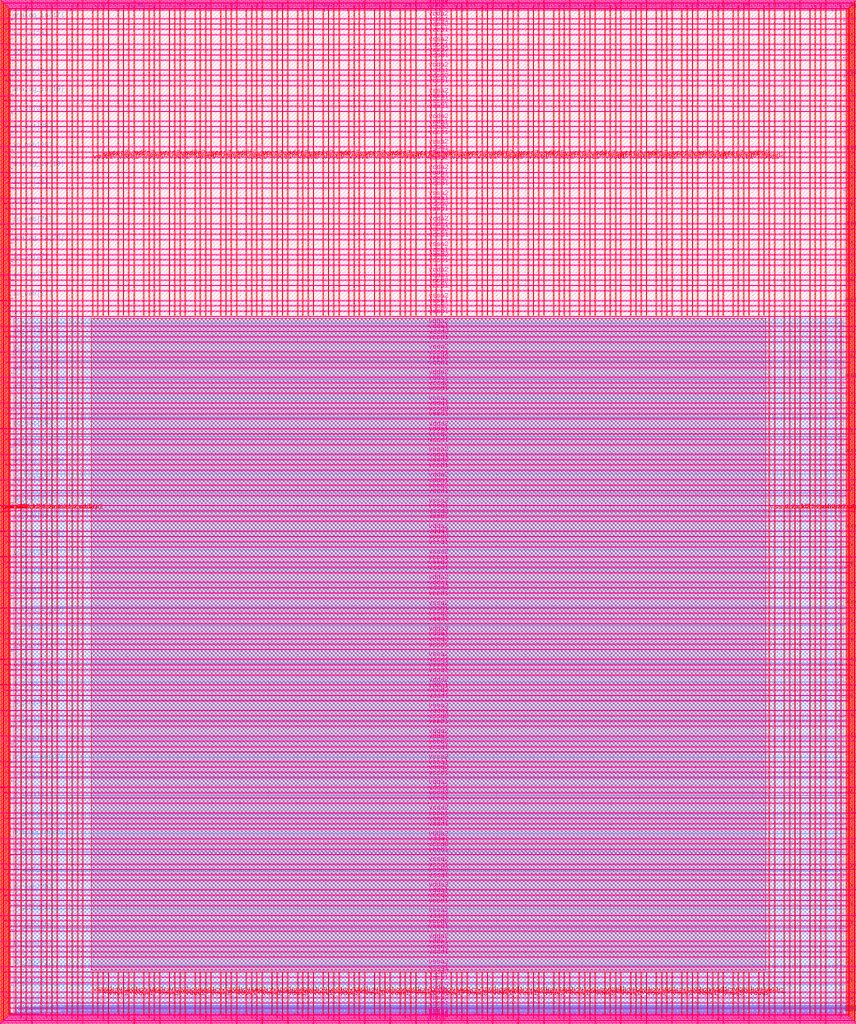
<source format=lef>
VERSION 5.7 ;
  NOWIREEXTENSIONATPIN ON ;
  DIVIDERCHAR "/" ;
  BUSBITCHARS "[]" ;
MACRO user_project_wrapper
  CLASS BLOCK ;
  FOREIGN user_project_wrapper ;
  ORIGIN 0.000 0.000 ;
  SIZE 2920.000 BY 3520.000 ;
  PIN analog_io[0]
    DIRECTION INOUT ;
    USE SIGNAL ;
    PORT
      LAYER met3 ;
        RECT 2917.600 1426.380 2924.800 1427.580 ;
    END
  END analog_io[0]
  PIN analog_io[10]
    DIRECTION INOUT ;
    USE SIGNAL ;
    PORT
      LAYER met2 ;
        RECT 2230.490 3517.600 2231.050 3524.800 ;
    END
  END analog_io[10]
  PIN analog_io[11]
    DIRECTION INOUT ;
    USE SIGNAL ;
    PORT
      LAYER met2 ;
        RECT 1905.730 3517.600 1906.290 3524.800 ;
    END
  END analog_io[11]
  PIN analog_io[12]
    DIRECTION INOUT ;
    USE SIGNAL ;
    PORT
      LAYER met2 ;
        RECT 1581.430 3517.600 1581.990 3524.800 ;
    END
  END analog_io[12]
  PIN analog_io[13]
    DIRECTION INOUT ;
    USE SIGNAL ;
    PORT
      LAYER met2 ;
        RECT 1257.130 3517.600 1257.690 3524.800 ;
    END
  END analog_io[13]
  PIN analog_io[14]
    DIRECTION INOUT ;
    USE SIGNAL ;
    PORT
      LAYER met2 ;
        RECT 932.370 3517.600 932.930 3524.800 ;
    END
  END analog_io[14]
  PIN analog_io[15]
    DIRECTION INOUT ;
    USE SIGNAL ;
    PORT
      LAYER met2 ;
        RECT 608.070 3517.600 608.630 3524.800 ;
    END
  END analog_io[15]
  PIN analog_io[16]
    DIRECTION INOUT ;
    USE SIGNAL ;
    PORT
      LAYER met2 ;
        RECT 283.770 3517.600 284.330 3524.800 ;
    END
  END analog_io[16]
  PIN analog_io[17]
    DIRECTION INOUT ;
    USE SIGNAL ;
    PORT
      LAYER met3 ;
        RECT -4.800 3486.100 2.400 3487.300 ;
    END
  END analog_io[17]
  PIN analog_io[18]
    DIRECTION INOUT ;
    USE SIGNAL ;
    PORT
      LAYER met3 ;
        RECT -4.800 3224.980 2.400 3226.180 ;
    END
  END analog_io[18]
  PIN analog_io[19]
    DIRECTION INOUT ;
    USE SIGNAL ;
    PORT
      LAYER met3 ;
        RECT -4.800 2964.540 2.400 2965.740 ;
    END
  END analog_io[19]
  PIN analog_io[1]
    DIRECTION INOUT ;
    USE SIGNAL ;
    PORT
      LAYER met3 ;
        RECT 2917.600 1692.260 2924.800 1693.460 ;
    END
  END analog_io[1]
  PIN analog_io[20]
    DIRECTION INOUT ;
    USE SIGNAL ;
    PORT
      LAYER met3 ;
        RECT -4.800 2703.420 2.400 2704.620 ;
    END
  END analog_io[20]
  PIN analog_io[21]
    DIRECTION INOUT ;
    USE SIGNAL ;
    PORT
      LAYER met3 ;
        RECT -4.800 2442.980 2.400 2444.180 ;
    END
  END analog_io[21]
  PIN analog_io[22]
    DIRECTION INOUT ;
    USE SIGNAL ;
    PORT
      LAYER met3 ;
        RECT -4.800 2182.540 2.400 2183.740 ;
    END
  END analog_io[22]
  PIN analog_io[23]
    DIRECTION INOUT ;
    USE SIGNAL ;
    PORT
      LAYER met3 ;
        RECT -4.800 1921.420 2.400 1922.620 ;
    END
  END analog_io[23]
  PIN analog_io[24]
    DIRECTION INOUT ;
    USE SIGNAL ;
    PORT
      LAYER met3 ;
        RECT -4.800 1660.980 2.400 1662.180 ;
    END
  END analog_io[24]
  PIN analog_io[25]
    DIRECTION INOUT ;
    USE SIGNAL ;
    PORT
      LAYER met3 ;
        RECT -4.800 1399.860 2.400 1401.060 ;
    END
  END analog_io[25]
  PIN analog_io[26]
    DIRECTION INOUT ;
    USE SIGNAL ;
    PORT
      LAYER met3 ;
        RECT -4.800 1139.420 2.400 1140.620 ;
    END
  END analog_io[26]
  PIN analog_io[27]
    DIRECTION INOUT ;
    USE SIGNAL ;
    PORT
      LAYER met3 ;
        RECT -4.800 878.980 2.400 880.180 ;
    END
  END analog_io[27]
  PIN analog_io[28]
    DIRECTION INOUT ;
    USE SIGNAL ;
    PORT
      LAYER met3 ;
        RECT -4.800 617.860 2.400 619.060 ;
    END
  END analog_io[28]
  PIN analog_io[2]
    DIRECTION INOUT ;
    USE SIGNAL ;
    PORT
      LAYER met3 ;
        RECT 2917.600 1958.140 2924.800 1959.340 ;
    END
  END analog_io[2]
  PIN analog_io[3]
    DIRECTION INOUT ;
    USE SIGNAL ;
    PORT
      LAYER met3 ;
        RECT 2917.600 2223.340 2924.800 2224.540 ;
    END
  END analog_io[3]
  PIN analog_io[4]
    DIRECTION INOUT ;
    USE SIGNAL ;
    PORT
      LAYER met3 ;
        RECT 2917.600 2489.220 2924.800 2490.420 ;
    END
  END analog_io[4]
  PIN analog_io[5]
    DIRECTION INOUT ;
    USE SIGNAL ;
    PORT
      LAYER met3 ;
        RECT 2917.600 2755.100 2924.800 2756.300 ;
    END
  END analog_io[5]
  PIN analog_io[6]
    DIRECTION INOUT ;
    USE SIGNAL ;
    PORT
      LAYER met3 ;
        RECT 2917.600 3020.300 2924.800 3021.500 ;
    END
  END analog_io[6]
  PIN analog_io[7]
    DIRECTION INOUT ;
    USE SIGNAL ;
    PORT
      LAYER met3 ;
        RECT 2917.600 3286.180 2924.800 3287.380 ;
    END
  END analog_io[7]
  PIN analog_io[8]
    DIRECTION INOUT ;
    USE SIGNAL ;
    PORT
      LAYER met2 ;
        RECT 2879.090 3517.600 2879.650 3524.800 ;
    END
  END analog_io[8]
  PIN analog_io[9]
    DIRECTION INOUT ;
    USE SIGNAL ;
    PORT
      LAYER met2 ;
        RECT 2554.790 3517.600 2555.350 3524.800 ;
    END
  END analog_io[9]
  PIN io_in[0]
    DIRECTION INPUT ;
    USE SIGNAL ;
    PORT
      LAYER met3 ;
        RECT 2917.600 32.380 2924.800 33.580 ;
    END
  END io_in[0]
  PIN io_in[10]
    DIRECTION INPUT ;
    USE SIGNAL ;
    PORT
      LAYER met3 ;
        RECT 2917.600 2289.980 2924.800 2291.180 ;
    END
  END io_in[10]
  PIN io_in[11]
    DIRECTION INPUT ;
    USE SIGNAL ;
    PORT
      LAYER met3 ;
        RECT 2917.600 2555.860 2924.800 2557.060 ;
    END
  END io_in[11]
  PIN io_in[12]
    DIRECTION INPUT ;
    USE SIGNAL ;
    PORT
      LAYER met3 ;
        RECT 2917.600 2821.060 2924.800 2822.260 ;
    END
  END io_in[12]
  PIN io_in[13]
    DIRECTION INPUT ;
    USE SIGNAL ;
    PORT
      LAYER met3 ;
        RECT 2917.600 3086.940 2924.800 3088.140 ;
    END
  END io_in[13]
  PIN io_in[14]
    DIRECTION INPUT ;
    USE SIGNAL ;
    PORT
      LAYER met3 ;
        RECT 2917.600 3352.820 2924.800 3354.020 ;
    END
  END io_in[14]
  PIN io_in[15]
    DIRECTION INPUT ;
    USE SIGNAL ;
    PORT
      LAYER met2 ;
        RECT 2798.130 3517.600 2798.690 3524.800 ;
    END
  END io_in[15]
  PIN io_in[16]
    DIRECTION INPUT ;
    USE SIGNAL ;
    PORT
      LAYER met2 ;
        RECT 2473.830 3517.600 2474.390 3524.800 ;
    END
  END io_in[16]
  PIN io_in[17]
    DIRECTION INPUT ;
    USE SIGNAL ;
    PORT
      LAYER met2 ;
        RECT 2149.070 3517.600 2149.630 3524.800 ;
    END
  END io_in[17]
  PIN io_in[18]
    DIRECTION INPUT ;
    USE SIGNAL ;
    PORT
      LAYER met2 ;
        RECT 1824.770 3517.600 1825.330 3524.800 ;
    END
  END io_in[18]
  PIN io_in[19]
    DIRECTION INPUT ;
    USE SIGNAL ;
    PORT
      LAYER met2 ;
        RECT 1500.470 3517.600 1501.030 3524.800 ;
    END
  END io_in[19]
  PIN io_in[1]
    DIRECTION INPUT ;
    USE SIGNAL ;
    PORT
      LAYER met3 ;
        RECT 2917.600 230.940 2924.800 232.140 ;
    END
  END io_in[1]
  PIN io_in[20]
    DIRECTION INPUT ;
    USE SIGNAL ;
    PORT
      LAYER met2 ;
        RECT 1175.710 3517.600 1176.270 3524.800 ;
    END
  END io_in[20]
  PIN io_in[21]
    DIRECTION INPUT ;
    USE SIGNAL ;
    PORT
      LAYER met2 ;
        RECT 851.410 3517.600 851.970 3524.800 ;
    END
  END io_in[21]
  PIN io_in[22]
    DIRECTION INPUT ;
    USE SIGNAL ;
    PORT
      LAYER met2 ;
        RECT 527.110 3517.600 527.670 3524.800 ;
    END
  END io_in[22]
  PIN io_in[23]
    DIRECTION INPUT ;
    USE SIGNAL ;
    PORT
      LAYER met2 ;
        RECT 202.350 3517.600 202.910 3524.800 ;
    END
  END io_in[23]
  PIN io_in[24]
    DIRECTION INPUT ;
    USE SIGNAL ;
    PORT
      LAYER met3 ;
        RECT -4.800 3420.820 2.400 3422.020 ;
    END
  END io_in[24]
  PIN io_in[25]
    DIRECTION INPUT ;
    USE SIGNAL ;
    PORT
      LAYER met3 ;
        RECT -4.800 3159.700 2.400 3160.900 ;
    END
  END io_in[25]
  PIN io_in[26]
    DIRECTION INPUT ;
    USE SIGNAL ;
    PORT
      LAYER met3 ;
        RECT -4.800 2899.260 2.400 2900.460 ;
    END
  END io_in[26]
  PIN io_in[27]
    DIRECTION INPUT ;
    USE SIGNAL ;
    PORT
      LAYER met3 ;
        RECT -4.800 2638.820 2.400 2640.020 ;
    END
  END io_in[27]
  PIN io_in[28]
    DIRECTION INPUT ;
    USE SIGNAL ;
    PORT
      LAYER met3 ;
        RECT -4.800 2377.700 2.400 2378.900 ;
    END
  END io_in[28]
  PIN io_in[29]
    DIRECTION INPUT ;
    USE SIGNAL ;
    PORT
      LAYER met3 ;
        RECT -4.800 2117.260 2.400 2118.460 ;
    END
  END io_in[29]
  PIN io_in[2]
    DIRECTION INPUT ;
    USE SIGNAL ;
    PORT
      LAYER met3 ;
        RECT 2917.600 430.180 2924.800 431.380 ;
    END
  END io_in[2]
  PIN io_in[30]
    DIRECTION INPUT ;
    USE SIGNAL ;
    PORT
      LAYER met3 ;
        RECT -4.800 1856.140 2.400 1857.340 ;
    END
  END io_in[30]
  PIN io_in[31]
    DIRECTION INPUT ;
    USE SIGNAL ;
    PORT
      LAYER met3 ;
        RECT -4.800 1595.700 2.400 1596.900 ;
    END
  END io_in[31]
  PIN io_in[32]
    DIRECTION INPUT ;
    USE SIGNAL ;
    PORT
      LAYER met3 ;
        RECT -4.800 1335.260 2.400 1336.460 ;
    END
  END io_in[32]
  PIN io_in[33]
    DIRECTION INPUT ;
    USE SIGNAL ;
    PORT
      LAYER met3 ;
        RECT -4.800 1074.140 2.400 1075.340 ;
    END
  END io_in[33]
  PIN io_in[34]
    DIRECTION INPUT ;
    USE SIGNAL ;
    PORT
      LAYER met3 ;
        RECT -4.800 813.700 2.400 814.900 ;
    END
  END io_in[34]
  PIN io_in[35]
    DIRECTION INPUT ;
    USE SIGNAL ;
    PORT
      LAYER met3 ;
        RECT -4.800 552.580 2.400 553.780 ;
    END
  END io_in[35]
  PIN io_in[36]
    DIRECTION INPUT ;
    USE SIGNAL ;
    PORT
      LAYER met3 ;
        RECT -4.800 357.420 2.400 358.620 ;
    END
  END io_in[36]
  PIN io_in[37]
    DIRECTION INPUT ;
    USE SIGNAL ;
    PORT
      LAYER met3 ;
        RECT -4.800 161.580 2.400 162.780 ;
    END
  END io_in[37]
  PIN io_in[3]
    DIRECTION INPUT ;
    USE SIGNAL ;
    PORT
      LAYER met3 ;
        RECT 2917.600 629.420 2924.800 630.620 ;
    END
  END io_in[3]
  PIN io_in[4]
    DIRECTION INPUT ;
    USE SIGNAL ;
    PORT
      LAYER met3 ;
        RECT 2917.600 828.660 2924.800 829.860 ;
    END
  END io_in[4]
  PIN io_in[5]
    DIRECTION INPUT ;
    USE SIGNAL ;
    PORT
      LAYER met3 ;
        RECT 2917.600 1027.900 2924.800 1029.100 ;
    END
  END io_in[5]
  PIN io_in[6]
    DIRECTION INPUT ;
    USE SIGNAL ;
    PORT
      LAYER met3 ;
        RECT 2917.600 1227.140 2924.800 1228.340 ;
    END
  END io_in[6]
  PIN io_in[7]
    DIRECTION INPUT ;
    USE SIGNAL ;
    PORT
      LAYER met3 ;
        RECT 2917.600 1493.020 2924.800 1494.220 ;
    END
  END io_in[7]
  PIN io_in[8]
    DIRECTION INPUT ;
    USE SIGNAL ;
    PORT
      LAYER met3 ;
        RECT 2917.600 1758.900 2924.800 1760.100 ;
    END
  END io_in[8]
  PIN io_in[9]
    DIRECTION INPUT ;
    USE SIGNAL ;
    PORT
      LAYER met3 ;
        RECT 2917.600 2024.100 2924.800 2025.300 ;
    END
  END io_in[9]
  PIN io_oeb[0]
    DIRECTION OUTPUT TRISTATE ;
    USE SIGNAL ;
    PORT
      LAYER met3 ;
        RECT 2917.600 164.980 2924.800 166.180 ;
    END
  END io_oeb[0]
  PIN io_oeb[10]
    DIRECTION OUTPUT TRISTATE ;
    USE SIGNAL ;
    PORT
      LAYER met3 ;
        RECT 2917.600 2422.580 2924.800 2423.780 ;
    END
  END io_oeb[10]
  PIN io_oeb[11]
    DIRECTION OUTPUT TRISTATE ;
    USE SIGNAL ;
    PORT
      LAYER met3 ;
        RECT 2917.600 2688.460 2924.800 2689.660 ;
    END
  END io_oeb[11]
  PIN io_oeb[12]
    DIRECTION OUTPUT TRISTATE ;
    USE SIGNAL ;
    PORT
      LAYER met3 ;
        RECT 2917.600 2954.340 2924.800 2955.540 ;
    END
  END io_oeb[12]
  PIN io_oeb[13]
    DIRECTION OUTPUT TRISTATE ;
    USE SIGNAL ;
    PORT
      LAYER met3 ;
        RECT 2917.600 3219.540 2924.800 3220.740 ;
    END
  END io_oeb[13]
  PIN io_oeb[14]
    DIRECTION OUTPUT TRISTATE ;
    USE SIGNAL ;
    PORT
      LAYER met3 ;
        RECT 2917.600 3485.420 2924.800 3486.620 ;
    END
  END io_oeb[14]
  PIN io_oeb[15]
    DIRECTION OUTPUT TRISTATE ;
    USE SIGNAL ;
    PORT
      LAYER met2 ;
        RECT 2635.750 3517.600 2636.310 3524.800 ;
    END
  END io_oeb[15]
  PIN io_oeb[16]
    DIRECTION OUTPUT TRISTATE ;
    USE SIGNAL ;
    PORT
      LAYER met2 ;
        RECT 2311.450 3517.600 2312.010 3524.800 ;
    END
  END io_oeb[16]
  PIN io_oeb[17]
    DIRECTION OUTPUT TRISTATE ;
    USE SIGNAL ;
    PORT
      LAYER met2 ;
        RECT 1987.150 3517.600 1987.710 3524.800 ;
    END
  END io_oeb[17]
  PIN io_oeb[18]
    DIRECTION OUTPUT TRISTATE ;
    USE SIGNAL ;
    PORT
      LAYER met2 ;
        RECT 1662.390 3517.600 1662.950 3524.800 ;
    END
  END io_oeb[18]
  PIN io_oeb[19]
    DIRECTION OUTPUT TRISTATE ;
    USE SIGNAL ;
    PORT
      LAYER met2 ;
        RECT 1338.090 3517.600 1338.650 3524.800 ;
    END
  END io_oeb[19]
  PIN io_oeb[1]
    DIRECTION OUTPUT TRISTATE ;
    USE SIGNAL ;
    PORT
      LAYER met3 ;
        RECT 2917.600 364.220 2924.800 365.420 ;
    END
  END io_oeb[1]
  PIN io_oeb[20]
    DIRECTION OUTPUT TRISTATE ;
    USE SIGNAL ;
    PORT
      LAYER met2 ;
        RECT 1013.790 3517.600 1014.350 3524.800 ;
    END
  END io_oeb[20]
  PIN io_oeb[21]
    DIRECTION OUTPUT TRISTATE ;
    USE SIGNAL ;
    PORT
      LAYER met2 ;
        RECT 689.030 3517.600 689.590 3524.800 ;
    END
  END io_oeb[21]
  PIN io_oeb[22]
    DIRECTION OUTPUT TRISTATE ;
    USE SIGNAL ;
    PORT
      LAYER met2 ;
        RECT 364.730 3517.600 365.290 3524.800 ;
    END
  END io_oeb[22]
  PIN io_oeb[23]
    DIRECTION OUTPUT TRISTATE ;
    USE SIGNAL ;
    PORT
      LAYER met2 ;
        RECT 40.430 3517.600 40.990 3524.800 ;
    END
  END io_oeb[23]
  PIN io_oeb[24]
    DIRECTION OUTPUT TRISTATE ;
    USE SIGNAL ;
    PORT
      LAYER met3 ;
        RECT -4.800 3290.260 2.400 3291.460 ;
    END
  END io_oeb[24]
  PIN io_oeb[25]
    DIRECTION OUTPUT TRISTATE ;
    USE SIGNAL ;
    PORT
      LAYER met3 ;
        RECT -4.800 3029.820 2.400 3031.020 ;
    END
  END io_oeb[25]
  PIN io_oeb[26]
    DIRECTION OUTPUT TRISTATE ;
    USE SIGNAL ;
    PORT
      LAYER met3 ;
        RECT -4.800 2768.700 2.400 2769.900 ;
    END
  END io_oeb[26]
  PIN io_oeb[27]
    DIRECTION OUTPUT TRISTATE ;
    USE SIGNAL ;
    PORT
      LAYER met3 ;
        RECT -4.800 2508.260 2.400 2509.460 ;
    END
  END io_oeb[27]
  PIN io_oeb[28]
    DIRECTION OUTPUT TRISTATE ;
    USE SIGNAL ;
    PORT
      LAYER met3 ;
        RECT -4.800 2247.140 2.400 2248.340 ;
    END
  END io_oeb[28]
  PIN io_oeb[29]
    DIRECTION OUTPUT TRISTATE ;
    USE SIGNAL ;
    PORT
      LAYER met3 ;
        RECT -4.800 1986.700 2.400 1987.900 ;
    END
  END io_oeb[29]
  PIN io_oeb[2]
    DIRECTION OUTPUT TRISTATE ;
    USE SIGNAL ;
    PORT
      LAYER met3 ;
        RECT 2917.600 563.460 2924.800 564.660 ;
    END
  END io_oeb[2]
  PIN io_oeb[30]
    DIRECTION OUTPUT TRISTATE ;
    USE SIGNAL ;
    PORT
      LAYER met3 ;
        RECT -4.800 1726.260 2.400 1727.460 ;
    END
  END io_oeb[30]
  PIN io_oeb[31]
    DIRECTION OUTPUT TRISTATE ;
    USE SIGNAL ;
    PORT
      LAYER met3 ;
        RECT -4.800 1465.140 2.400 1466.340 ;
    END
  END io_oeb[31]
  PIN io_oeb[32]
    DIRECTION OUTPUT TRISTATE ;
    USE SIGNAL ;
    PORT
      LAYER met3 ;
        RECT -4.800 1204.700 2.400 1205.900 ;
    END
  END io_oeb[32]
  PIN io_oeb[33]
    DIRECTION OUTPUT TRISTATE ;
    USE SIGNAL ;
    PORT
      LAYER met3 ;
        RECT -4.800 943.580 2.400 944.780 ;
    END
  END io_oeb[33]
  PIN io_oeb[34]
    DIRECTION OUTPUT TRISTATE ;
    USE SIGNAL ;
    PORT
      LAYER met3 ;
        RECT -4.800 683.140 2.400 684.340 ;
    END
  END io_oeb[34]
  PIN io_oeb[35]
    DIRECTION OUTPUT TRISTATE ;
    USE SIGNAL ;
    PORT
      LAYER met3 ;
        RECT -4.800 422.700 2.400 423.900 ;
    END
  END io_oeb[35]
  PIN io_oeb[36]
    DIRECTION OUTPUT TRISTATE ;
    USE SIGNAL ;
    PORT
      LAYER met3 ;
        RECT -4.800 226.860 2.400 228.060 ;
    END
  END io_oeb[36]
  PIN io_oeb[37]
    DIRECTION OUTPUT TRISTATE ;
    USE SIGNAL ;
    PORT
      LAYER met3 ;
        RECT -4.800 31.700 2.400 32.900 ;
    END
  END io_oeb[37]
  PIN io_oeb[3]
    DIRECTION OUTPUT TRISTATE ;
    USE SIGNAL ;
    PORT
      LAYER met3 ;
        RECT 2917.600 762.700 2924.800 763.900 ;
    END
  END io_oeb[3]
  PIN io_oeb[4]
    DIRECTION OUTPUT TRISTATE ;
    USE SIGNAL ;
    PORT
      LAYER met3 ;
        RECT 2917.600 961.940 2924.800 963.140 ;
    END
  END io_oeb[4]
  PIN io_oeb[5]
    DIRECTION OUTPUT TRISTATE ;
    USE SIGNAL ;
    PORT
      LAYER met3 ;
        RECT 2917.600 1161.180 2924.800 1162.380 ;
    END
  END io_oeb[5]
  PIN io_oeb[6]
    DIRECTION OUTPUT TRISTATE ;
    USE SIGNAL ;
    PORT
      LAYER met3 ;
        RECT 2917.600 1360.420 2924.800 1361.620 ;
    END
  END io_oeb[6]
  PIN io_oeb[7]
    DIRECTION OUTPUT TRISTATE ;
    USE SIGNAL ;
    PORT
      LAYER met3 ;
        RECT 2917.600 1625.620 2924.800 1626.820 ;
    END
  END io_oeb[7]
  PIN io_oeb[8]
    DIRECTION OUTPUT TRISTATE ;
    USE SIGNAL ;
    PORT
      LAYER met3 ;
        RECT 2917.600 1891.500 2924.800 1892.700 ;
    END
  END io_oeb[8]
  PIN io_oeb[9]
    DIRECTION OUTPUT TRISTATE ;
    USE SIGNAL ;
    PORT
      LAYER met3 ;
        RECT 2917.600 2157.380 2924.800 2158.580 ;
    END
  END io_oeb[9]
  PIN io_out[0]
    DIRECTION OUTPUT TRISTATE ;
    USE SIGNAL ;
    PORT
      LAYER met3 ;
        RECT 2917.600 98.340 2924.800 99.540 ;
    END
  END io_out[0]
  PIN io_out[10]
    DIRECTION OUTPUT TRISTATE ;
    USE SIGNAL ;
    PORT
      LAYER met3 ;
        RECT 2917.600 2356.620 2924.800 2357.820 ;
    END
  END io_out[10]
  PIN io_out[11]
    DIRECTION OUTPUT TRISTATE ;
    USE SIGNAL ;
    PORT
      LAYER met3 ;
        RECT 2917.600 2621.820 2924.800 2623.020 ;
    END
  END io_out[11]
  PIN io_out[12]
    DIRECTION OUTPUT TRISTATE ;
    USE SIGNAL ;
    PORT
      LAYER met3 ;
        RECT 2917.600 2887.700 2924.800 2888.900 ;
    END
  END io_out[12]
  PIN io_out[13]
    DIRECTION OUTPUT TRISTATE ;
    USE SIGNAL ;
    PORT
      LAYER met3 ;
        RECT 2917.600 3153.580 2924.800 3154.780 ;
    END
  END io_out[13]
  PIN io_out[14]
    DIRECTION OUTPUT TRISTATE ;
    USE SIGNAL ;
    PORT
      LAYER met3 ;
        RECT 2917.600 3418.780 2924.800 3419.980 ;
    END
  END io_out[14]
  PIN io_out[15]
    DIRECTION OUTPUT TRISTATE ;
    USE SIGNAL ;
    PORT
      LAYER met2 ;
        RECT 2717.170 3517.600 2717.730 3524.800 ;
    END
  END io_out[15]
  PIN io_out[16]
    DIRECTION OUTPUT TRISTATE ;
    USE SIGNAL ;
    PORT
      LAYER met2 ;
        RECT 2392.410 3517.600 2392.970 3524.800 ;
    END
  END io_out[16]
  PIN io_out[17]
    DIRECTION OUTPUT TRISTATE ;
    USE SIGNAL ;
    PORT
      LAYER met2 ;
        RECT 2068.110 3517.600 2068.670 3524.800 ;
    END
  END io_out[17]
  PIN io_out[18]
    DIRECTION OUTPUT TRISTATE ;
    USE SIGNAL ;
    PORT
      LAYER met2 ;
        RECT 1743.810 3517.600 1744.370 3524.800 ;
    END
  END io_out[18]
  PIN io_out[19]
    DIRECTION OUTPUT TRISTATE ;
    USE SIGNAL ;
    PORT
      LAYER met2 ;
        RECT 1419.050 3517.600 1419.610 3524.800 ;
    END
  END io_out[19]
  PIN io_out[1]
    DIRECTION OUTPUT TRISTATE ;
    USE SIGNAL ;
    PORT
      LAYER met3 ;
        RECT 2917.600 297.580 2924.800 298.780 ;
    END
  END io_out[1]
  PIN io_out[20]
    DIRECTION OUTPUT TRISTATE ;
    USE SIGNAL ;
    PORT
      LAYER met2 ;
        RECT 1094.750 3517.600 1095.310 3524.800 ;
    END
  END io_out[20]
  PIN io_out[21]
    DIRECTION OUTPUT TRISTATE ;
    USE SIGNAL ;
    PORT
      LAYER met2 ;
        RECT 770.450 3517.600 771.010 3524.800 ;
    END
  END io_out[21]
  PIN io_out[22]
    DIRECTION OUTPUT TRISTATE ;
    USE SIGNAL ;
    PORT
      LAYER met2 ;
        RECT 445.690 3517.600 446.250 3524.800 ;
    END
  END io_out[22]
  PIN io_out[23]
    DIRECTION OUTPUT TRISTATE ;
    USE SIGNAL ;
    PORT
      LAYER met2 ;
        RECT 121.390 3517.600 121.950 3524.800 ;
    END
  END io_out[23]
  PIN io_out[24]
    DIRECTION OUTPUT TRISTATE ;
    USE SIGNAL ;
    PORT
      LAYER met3 ;
        RECT -4.800 3355.540 2.400 3356.740 ;
    END
  END io_out[24]
  PIN io_out[25]
    DIRECTION OUTPUT TRISTATE ;
    USE SIGNAL ;
    PORT
      LAYER met3 ;
        RECT -4.800 3095.100 2.400 3096.300 ;
    END
  END io_out[25]
  PIN io_out[26]
    DIRECTION OUTPUT TRISTATE ;
    USE SIGNAL ;
    PORT
      LAYER met3 ;
        RECT -4.800 2833.980 2.400 2835.180 ;
    END
  END io_out[26]
  PIN io_out[27]
    DIRECTION OUTPUT TRISTATE ;
    USE SIGNAL ;
    PORT
      LAYER met3 ;
        RECT -4.800 2573.540 2.400 2574.740 ;
    END
  END io_out[27]
  PIN io_out[28]
    DIRECTION OUTPUT TRISTATE ;
    USE SIGNAL ;
    PORT
      LAYER met3 ;
        RECT -4.800 2312.420 2.400 2313.620 ;
    END
  END io_out[28]
  PIN io_out[29]
    DIRECTION OUTPUT TRISTATE ;
    USE SIGNAL ;
    PORT
      LAYER met3 ;
        RECT -4.800 2051.980 2.400 2053.180 ;
    END
  END io_out[29]
  PIN io_out[2]
    DIRECTION OUTPUT TRISTATE ;
    USE SIGNAL ;
    PORT
      LAYER met3 ;
        RECT 2917.600 496.820 2924.800 498.020 ;
    END
  END io_out[2]
  PIN io_out[30]
    DIRECTION OUTPUT TRISTATE ;
    USE SIGNAL ;
    PORT
      LAYER met3 ;
        RECT -4.800 1791.540 2.400 1792.740 ;
    END
  END io_out[30]
  PIN io_out[31]
    DIRECTION OUTPUT TRISTATE ;
    USE SIGNAL ;
    PORT
      LAYER met3 ;
        RECT -4.800 1530.420 2.400 1531.620 ;
    END
  END io_out[31]
  PIN io_out[32]
    DIRECTION OUTPUT TRISTATE ;
    USE SIGNAL ;
    PORT
      LAYER met3 ;
        RECT -4.800 1269.980 2.400 1271.180 ;
    END
  END io_out[32]
  PIN io_out[33]
    DIRECTION OUTPUT TRISTATE ;
    USE SIGNAL ;
    PORT
      LAYER met3 ;
        RECT -4.800 1008.860 2.400 1010.060 ;
    END
  END io_out[33]
  PIN io_out[34]
    DIRECTION OUTPUT TRISTATE ;
    USE SIGNAL ;
    PORT
      LAYER met3 ;
        RECT -4.800 748.420 2.400 749.620 ;
    END
  END io_out[34]
  PIN io_out[35]
    DIRECTION OUTPUT TRISTATE ;
    USE SIGNAL ;
    PORT
      LAYER met3 ;
        RECT -4.800 487.300 2.400 488.500 ;
    END
  END io_out[35]
  PIN io_out[36]
    DIRECTION OUTPUT TRISTATE ;
    USE SIGNAL ;
    PORT
      LAYER met3 ;
        RECT -4.800 292.140 2.400 293.340 ;
    END
  END io_out[36]
  PIN io_out[37]
    DIRECTION OUTPUT TRISTATE ;
    USE SIGNAL ;
    PORT
      LAYER met3 ;
        RECT -4.800 96.300 2.400 97.500 ;
    END
  END io_out[37]
  PIN io_out[3]
    DIRECTION OUTPUT TRISTATE ;
    USE SIGNAL ;
    PORT
      LAYER met3 ;
        RECT 2917.600 696.060 2924.800 697.260 ;
    END
  END io_out[3]
  PIN io_out[4]
    DIRECTION OUTPUT TRISTATE ;
    USE SIGNAL ;
    PORT
      LAYER met3 ;
        RECT 2917.600 895.300 2924.800 896.500 ;
    END
  END io_out[4]
  PIN io_out[5]
    DIRECTION OUTPUT TRISTATE ;
    USE SIGNAL ;
    PORT
      LAYER met3 ;
        RECT 2917.600 1094.540 2924.800 1095.740 ;
    END
  END io_out[5]
  PIN io_out[6]
    DIRECTION OUTPUT TRISTATE ;
    USE SIGNAL ;
    PORT
      LAYER met3 ;
        RECT 2917.600 1293.780 2924.800 1294.980 ;
    END
  END io_out[6]
  PIN io_out[7]
    DIRECTION OUTPUT TRISTATE ;
    USE SIGNAL ;
    PORT
      LAYER met3 ;
        RECT 2917.600 1559.660 2924.800 1560.860 ;
    END
  END io_out[7]
  PIN io_out[8]
    DIRECTION OUTPUT TRISTATE ;
    USE SIGNAL ;
    PORT
      LAYER met3 ;
        RECT 2917.600 1824.860 2924.800 1826.060 ;
    END
  END io_out[8]
  PIN io_out[9]
    DIRECTION OUTPUT TRISTATE ;
    USE SIGNAL ;
    PORT
      LAYER met3 ;
        RECT 2917.600 2090.740 2924.800 2091.940 ;
    END
  END io_out[9]
  PIN la_data_in[0]
    DIRECTION INPUT ;
    USE SIGNAL ;
    PORT
      LAYER met2 ;
        RECT 629.230 -4.800 629.790 2.400 ;
    END
  END la_data_in[0]
  PIN la_data_in[100]
    DIRECTION INPUT ;
    USE SIGNAL ;
    PORT
      LAYER met2 ;
        RECT 2402.530 -4.800 2403.090 2.400 ;
    END
  END la_data_in[100]
  PIN la_data_in[101]
    DIRECTION INPUT ;
    USE SIGNAL ;
    PORT
      LAYER met2 ;
        RECT 2420.010 -4.800 2420.570 2.400 ;
    END
  END la_data_in[101]
  PIN la_data_in[102]
    DIRECTION INPUT ;
    USE SIGNAL ;
    PORT
      LAYER met2 ;
        RECT 2437.950 -4.800 2438.510 2.400 ;
    END
  END la_data_in[102]
  PIN la_data_in[103]
    DIRECTION INPUT ;
    USE SIGNAL ;
    PORT
      LAYER met2 ;
        RECT 2455.430 -4.800 2455.990 2.400 ;
    END
  END la_data_in[103]
  PIN la_data_in[104]
    DIRECTION INPUT ;
    USE SIGNAL ;
    PORT
      LAYER met2 ;
        RECT 2473.370 -4.800 2473.930 2.400 ;
    END
  END la_data_in[104]
  PIN la_data_in[105]
    DIRECTION INPUT ;
    USE SIGNAL ;
    PORT
      LAYER met2 ;
        RECT 2490.850 -4.800 2491.410 2.400 ;
    END
  END la_data_in[105]
  PIN la_data_in[106]
    DIRECTION INPUT ;
    USE SIGNAL ;
    PORT
      LAYER met2 ;
        RECT 2508.790 -4.800 2509.350 2.400 ;
    END
  END la_data_in[106]
  PIN la_data_in[107]
    DIRECTION INPUT ;
    USE SIGNAL ;
    PORT
      LAYER met2 ;
        RECT 2526.730 -4.800 2527.290 2.400 ;
    END
  END la_data_in[107]
  PIN la_data_in[108]
    DIRECTION INPUT ;
    USE SIGNAL ;
    PORT
      LAYER met2 ;
        RECT 2544.210 -4.800 2544.770 2.400 ;
    END
  END la_data_in[108]
  PIN la_data_in[109]
    DIRECTION INPUT ;
    USE SIGNAL ;
    PORT
      LAYER met2 ;
        RECT 2562.150 -4.800 2562.710 2.400 ;
    END
  END la_data_in[109]
  PIN la_data_in[10]
    DIRECTION INPUT ;
    USE SIGNAL ;
    PORT
      LAYER met2 ;
        RECT 806.330 -4.800 806.890 2.400 ;
    END
  END la_data_in[10]
  PIN la_data_in[110]
    DIRECTION INPUT ;
    USE SIGNAL ;
    PORT
      LAYER met2 ;
        RECT 2579.630 -4.800 2580.190 2.400 ;
    END
  END la_data_in[110]
  PIN la_data_in[111]
    DIRECTION INPUT ;
    USE SIGNAL ;
    PORT
      LAYER met2 ;
        RECT 2597.570 -4.800 2598.130 2.400 ;
    END
  END la_data_in[111]
  PIN la_data_in[112]
    DIRECTION INPUT ;
    USE SIGNAL ;
    PORT
      LAYER met2 ;
        RECT 2615.050 -4.800 2615.610 2.400 ;
    END
  END la_data_in[112]
  PIN la_data_in[113]
    DIRECTION INPUT ;
    USE SIGNAL ;
    PORT
      LAYER met2 ;
        RECT 2632.990 -4.800 2633.550 2.400 ;
    END
  END la_data_in[113]
  PIN la_data_in[114]
    DIRECTION INPUT ;
    USE SIGNAL ;
    PORT
      LAYER met2 ;
        RECT 2650.470 -4.800 2651.030 2.400 ;
    END
  END la_data_in[114]
  PIN la_data_in[115]
    DIRECTION INPUT ;
    USE SIGNAL ;
    PORT
      LAYER met2 ;
        RECT 2668.410 -4.800 2668.970 2.400 ;
    END
  END la_data_in[115]
  PIN la_data_in[116]
    DIRECTION INPUT ;
    USE SIGNAL ;
    PORT
      LAYER met2 ;
        RECT 2685.890 -4.800 2686.450 2.400 ;
    END
  END la_data_in[116]
  PIN la_data_in[117]
    DIRECTION INPUT ;
    USE SIGNAL ;
    PORT
      LAYER met2 ;
        RECT 2703.830 -4.800 2704.390 2.400 ;
    END
  END la_data_in[117]
  PIN la_data_in[118]
    DIRECTION INPUT ;
    USE SIGNAL ;
    PORT
      LAYER met2 ;
        RECT 2721.770 -4.800 2722.330 2.400 ;
    END
  END la_data_in[118]
  PIN la_data_in[119]
    DIRECTION INPUT ;
    USE SIGNAL ;
    PORT
      LAYER met2 ;
        RECT 2739.250 -4.800 2739.810 2.400 ;
    END
  END la_data_in[119]
  PIN la_data_in[11]
    DIRECTION INPUT ;
    USE SIGNAL ;
    PORT
      LAYER met2 ;
        RECT 824.270 -4.800 824.830 2.400 ;
    END
  END la_data_in[11]
  PIN la_data_in[120]
    DIRECTION INPUT ;
    USE SIGNAL ;
    PORT
      LAYER met2 ;
        RECT 2757.190 -4.800 2757.750 2.400 ;
    END
  END la_data_in[120]
  PIN la_data_in[121]
    DIRECTION INPUT ;
    USE SIGNAL ;
    PORT
      LAYER met2 ;
        RECT 2774.670 -4.800 2775.230 2.400 ;
    END
  END la_data_in[121]
  PIN la_data_in[122]
    DIRECTION INPUT ;
    USE SIGNAL ;
    PORT
      LAYER met2 ;
        RECT 2792.610 -4.800 2793.170 2.400 ;
    END
  END la_data_in[122]
  PIN la_data_in[123]
    DIRECTION INPUT ;
    USE SIGNAL ;
    PORT
      LAYER met2 ;
        RECT 2810.090 -4.800 2810.650 2.400 ;
    END
  END la_data_in[123]
  PIN la_data_in[124]
    DIRECTION INPUT ;
    USE SIGNAL ;
    PORT
      LAYER met2 ;
        RECT 2828.030 -4.800 2828.590 2.400 ;
    END
  END la_data_in[124]
  PIN la_data_in[125]
    DIRECTION INPUT ;
    USE SIGNAL ;
    PORT
      LAYER met2 ;
        RECT 2845.510 -4.800 2846.070 2.400 ;
    END
  END la_data_in[125]
  PIN la_data_in[126]
    DIRECTION INPUT ;
    USE SIGNAL ;
    PORT
      LAYER met2 ;
        RECT 2863.450 -4.800 2864.010 2.400 ;
    END
  END la_data_in[126]
  PIN la_data_in[127]
    DIRECTION INPUT ;
    USE SIGNAL ;
    PORT
      LAYER met2 ;
        RECT 2881.390 -4.800 2881.950 2.400 ;
    END
  END la_data_in[127]
  PIN la_data_in[12]
    DIRECTION INPUT ;
    USE SIGNAL ;
    PORT
      LAYER met2 ;
        RECT 841.750 -4.800 842.310 2.400 ;
    END
  END la_data_in[12]
  PIN la_data_in[13]
    DIRECTION INPUT ;
    USE SIGNAL ;
    PORT
      LAYER met2 ;
        RECT 859.690 -4.800 860.250 2.400 ;
    END
  END la_data_in[13]
  PIN la_data_in[14]
    DIRECTION INPUT ;
    USE SIGNAL ;
    PORT
      LAYER met2 ;
        RECT 877.170 -4.800 877.730 2.400 ;
    END
  END la_data_in[14]
  PIN la_data_in[15]
    DIRECTION INPUT ;
    USE SIGNAL ;
    PORT
      LAYER met2 ;
        RECT 895.110 -4.800 895.670 2.400 ;
    END
  END la_data_in[15]
  PIN la_data_in[16]
    DIRECTION INPUT ;
    USE SIGNAL ;
    PORT
      LAYER met2 ;
        RECT 912.590 -4.800 913.150 2.400 ;
    END
  END la_data_in[16]
  PIN la_data_in[17]
    DIRECTION INPUT ;
    USE SIGNAL ;
    PORT
      LAYER met2 ;
        RECT 930.530 -4.800 931.090 2.400 ;
    END
  END la_data_in[17]
  PIN la_data_in[18]
    DIRECTION INPUT ;
    USE SIGNAL ;
    PORT
      LAYER met2 ;
        RECT 948.470 -4.800 949.030 2.400 ;
    END
  END la_data_in[18]
  PIN la_data_in[19]
    DIRECTION INPUT ;
    USE SIGNAL ;
    PORT
      LAYER met2 ;
        RECT 965.950 -4.800 966.510 2.400 ;
    END
  END la_data_in[19]
  PIN la_data_in[1]
    DIRECTION INPUT ;
    USE SIGNAL ;
    PORT
      LAYER met2 ;
        RECT 646.710 -4.800 647.270 2.400 ;
    END
  END la_data_in[1]
  PIN la_data_in[20]
    DIRECTION INPUT ;
    USE SIGNAL ;
    PORT
      LAYER met2 ;
        RECT 983.890 -4.800 984.450 2.400 ;
    END
  END la_data_in[20]
  PIN la_data_in[21]
    DIRECTION INPUT ;
    USE SIGNAL ;
    PORT
      LAYER met2 ;
        RECT 1001.370 -4.800 1001.930 2.400 ;
    END
  END la_data_in[21]
  PIN la_data_in[22]
    DIRECTION INPUT ;
    USE SIGNAL ;
    PORT
      LAYER met2 ;
        RECT 1019.310 -4.800 1019.870 2.400 ;
    END
  END la_data_in[22]
  PIN la_data_in[23]
    DIRECTION INPUT ;
    USE SIGNAL ;
    PORT
      LAYER met2 ;
        RECT 1036.790 -4.800 1037.350 2.400 ;
    END
  END la_data_in[23]
  PIN la_data_in[24]
    DIRECTION INPUT ;
    USE SIGNAL ;
    PORT
      LAYER met2 ;
        RECT 1054.730 -4.800 1055.290 2.400 ;
    END
  END la_data_in[24]
  PIN la_data_in[25]
    DIRECTION INPUT ;
    USE SIGNAL ;
    PORT
      LAYER met2 ;
        RECT 1072.210 -4.800 1072.770 2.400 ;
    END
  END la_data_in[25]
  PIN la_data_in[26]
    DIRECTION INPUT ;
    USE SIGNAL ;
    PORT
      LAYER met2 ;
        RECT 1090.150 -4.800 1090.710 2.400 ;
    END
  END la_data_in[26]
  PIN la_data_in[27]
    DIRECTION INPUT ;
    USE SIGNAL ;
    PORT
      LAYER met2 ;
        RECT 1107.630 -4.800 1108.190 2.400 ;
    END
  END la_data_in[27]
  PIN la_data_in[28]
    DIRECTION INPUT ;
    USE SIGNAL ;
    PORT
      LAYER met2 ;
        RECT 1125.570 -4.800 1126.130 2.400 ;
    END
  END la_data_in[28]
  PIN la_data_in[29]
    DIRECTION INPUT ;
    USE SIGNAL ;
    PORT
      LAYER met2 ;
        RECT 1143.510 -4.800 1144.070 2.400 ;
    END
  END la_data_in[29]
  PIN la_data_in[2]
    DIRECTION INPUT ;
    USE SIGNAL ;
    PORT
      LAYER met2 ;
        RECT 664.650 -4.800 665.210 2.400 ;
    END
  END la_data_in[2]
  PIN la_data_in[30]
    DIRECTION INPUT ;
    USE SIGNAL ;
    PORT
      LAYER met2 ;
        RECT 1160.990 -4.800 1161.550 2.400 ;
    END
  END la_data_in[30]
  PIN la_data_in[31]
    DIRECTION INPUT ;
    USE SIGNAL ;
    PORT
      LAYER met2 ;
        RECT 1178.930 -4.800 1179.490 2.400 ;
    END
  END la_data_in[31]
  PIN la_data_in[32]
    DIRECTION INPUT ;
    USE SIGNAL ;
    PORT
      LAYER met2 ;
        RECT 1196.410 -4.800 1196.970 2.400 ;
    END
  END la_data_in[32]
  PIN la_data_in[33]
    DIRECTION INPUT ;
    USE SIGNAL ;
    PORT
      LAYER met2 ;
        RECT 1214.350 -4.800 1214.910 2.400 ;
    END
  END la_data_in[33]
  PIN la_data_in[34]
    DIRECTION INPUT ;
    USE SIGNAL ;
    PORT
      LAYER met2 ;
        RECT 1231.830 -4.800 1232.390 2.400 ;
    END
  END la_data_in[34]
  PIN la_data_in[35]
    DIRECTION INPUT ;
    USE SIGNAL ;
    PORT
      LAYER met2 ;
        RECT 1249.770 -4.800 1250.330 2.400 ;
    END
  END la_data_in[35]
  PIN la_data_in[36]
    DIRECTION INPUT ;
    USE SIGNAL ;
    PORT
      LAYER met2 ;
        RECT 1267.250 -4.800 1267.810 2.400 ;
    END
  END la_data_in[36]
  PIN la_data_in[37]
    DIRECTION INPUT ;
    USE SIGNAL ;
    PORT
      LAYER met2 ;
        RECT 1285.190 -4.800 1285.750 2.400 ;
    END
  END la_data_in[37]
  PIN la_data_in[38]
    DIRECTION INPUT ;
    USE SIGNAL ;
    PORT
      LAYER met2 ;
        RECT 1303.130 -4.800 1303.690 2.400 ;
    END
  END la_data_in[38]
  PIN la_data_in[39]
    DIRECTION INPUT ;
    USE SIGNAL ;
    PORT
      LAYER met2 ;
        RECT 1320.610 -4.800 1321.170 2.400 ;
    END
  END la_data_in[39]
  PIN la_data_in[3]
    DIRECTION INPUT ;
    USE SIGNAL ;
    PORT
      LAYER met2 ;
        RECT 682.130 -4.800 682.690 2.400 ;
    END
  END la_data_in[3]
  PIN la_data_in[40]
    DIRECTION INPUT ;
    USE SIGNAL ;
    PORT
      LAYER met2 ;
        RECT 1338.550 -4.800 1339.110 2.400 ;
    END
  END la_data_in[40]
  PIN la_data_in[41]
    DIRECTION INPUT ;
    USE SIGNAL ;
    PORT
      LAYER met2 ;
        RECT 1356.030 -4.800 1356.590 2.400 ;
    END
  END la_data_in[41]
  PIN la_data_in[42]
    DIRECTION INPUT ;
    USE SIGNAL ;
    PORT
      LAYER met2 ;
        RECT 1373.970 -4.800 1374.530 2.400 ;
    END
  END la_data_in[42]
  PIN la_data_in[43]
    DIRECTION INPUT ;
    USE SIGNAL ;
    PORT
      LAYER met2 ;
        RECT 1391.450 -4.800 1392.010 2.400 ;
    END
  END la_data_in[43]
  PIN la_data_in[44]
    DIRECTION INPUT ;
    USE SIGNAL ;
    PORT
      LAYER met2 ;
        RECT 1409.390 -4.800 1409.950 2.400 ;
    END
  END la_data_in[44]
  PIN la_data_in[45]
    DIRECTION INPUT ;
    USE SIGNAL ;
    PORT
      LAYER met2 ;
        RECT 1426.870 -4.800 1427.430 2.400 ;
    END
  END la_data_in[45]
  PIN la_data_in[46]
    DIRECTION INPUT ;
    USE SIGNAL ;
    PORT
      LAYER met2 ;
        RECT 1444.810 -4.800 1445.370 2.400 ;
    END
  END la_data_in[46]
  PIN la_data_in[47]
    DIRECTION INPUT ;
    USE SIGNAL ;
    PORT
      LAYER met2 ;
        RECT 1462.750 -4.800 1463.310 2.400 ;
    END
  END la_data_in[47]
  PIN la_data_in[48]
    DIRECTION INPUT ;
    USE SIGNAL ;
    PORT
      LAYER met2 ;
        RECT 1480.230 -4.800 1480.790 2.400 ;
    END
  END la_data_in[48]
  PIN la_data_in[49]
    DIRECTION INPUT ;
    USE SIGNAL ;
    PORT
      LAYER met2 ;
        RECT 1498.170 -4.800 1498.730 2.400 ;
    END
  END la_data_in[49]
  PIN la_data_in[4]
    DIRECTION INPUT ;
    USE SIGNAL ;
    PORT
      LAYER met2 ;
        RECT 700.070 -4.800 700.630 2.400 ;
    END
  END la_data_in[4]
  PIN la_data_in[50]
    DIRECTION INPUT ;
    USE SIGNAL ;
    PORT
      LAYER met2 ;
        RECT 1515.650 -4.800 1516.210 2.400 ;
    END
  END la_data_in[50]
  PIN la_data_in[51]
    DIRECTION INPUT ;
    USE SIGNAL ;
    PORT
      LAYER met2 ;
        RECT 1533.590 -4.800 1534.150 2.400 ;
    END
  END la_data_in[51]
  PIN la_data_in[52]
    DIRECTION INPUT ;
    USE SIGNAL ;
    PORT
      LAYER met2 ;
        RECT 1551.070 -4.800 1551.630 2.400 ;
    END
  END la_data_in[52]
  PIN la_data_in[53]
    DIRECTION INPUT ;
    USE SIGNAL ;
    PORT
      LAYER met2 ;
        RECT 1569.010 -4.800 1569.570 2.400 ;
    END
  END la_data_in[53]
  PIN la_data_in[54]
    DIRECTION INPUT ;
    USE SIGNAL ;
    PORT
      LAYER met2 ;
        RECT 1586.490 -4.800 1587.050 2.400 ;
    END
  END la_data_in[54]
  PIN la_data_in[55]
    DIRECTION INPUT ;
    USE SIGNAL ;
    PORT
      LAYER met2 ;
        RECT 1604.430 -4.800 1604.990 2.400 ;
    END
  END la_data_in[55]
  PIN la_data_in[56]
    DIRECTION INPUT ;
    USE SIGNAL ;
    PORT
      LAYER met2 ;
        RECT 1621.910 -4.800 1622.470 2.400 ;
    END
  END la_data_in[56]
  PIN la_data_in[57]
    DIRECTION INPUT ;
    USE SIGNAL ;
    PORT
      LAYER met2 ;
        RECT 1639.850 -4.800 1640.410 2.400 ;
    END
  END la_data_in[57]
  PIN la_data_in[58]
    DIRECTION INPUT ;
    USE SIGNAL ;
    PORT
      LAYER met2 ;
        RECT 1657.790 -4.800 1658.350 2.400 ;
    END
  END la_data_in[58]
  PIN la_data_in[59]
    DIRECTION INPUT ;
    USE SIGNAL ;
    PORT
      LAYER met2 ;
        RECT 1675.270 -4.800 1675.830 2.400 ;
    END
  END la_data_in[59]
  PIN la_data_in[5]
    DIRECTION INPUT ;
    USE SIGNAL ;
    PORT
      LAYER met2 ;
        RECT 717.550 -4.800 718.110 2.400 ;
    END
  END la_data_in[5]
  PIN la_data_in[60]
    DIRECTION INPUT ;
    USE SIGNAL ;
    PORT
      LAYER met2 ;
        RECT 1693.210 -4.800 1693.770 2.400 ;
    END
  END la_data_in[60]
  PIN la_data_in[61]
    DIRECTION INPUT ;
    USE SIGNAL ;
    PORT
      LAYER met2 ;
        RECT 1710.690 -4.800 1711.250 2.400 ;
    END
  END la_data_in[61]
  PIN la_data_in[62]
    DIRECTION INPUT ;
    USE SIGNAL ;
    PORT
      LAYER met2 ;
        RECT 1728.630 -4.800 1729.190 2.400 ;
    END
  END la_data_in[62]
  PIN la_data_in[63]
    DIRECTION INPUT ;
    USE SIGNAL ;
    PORT
      LAYER met2 ;
        RECT 1746.110 -4.800 1746.670 2.400 ;
    END
  END la_data_in[63]
  PIN la_data_in[64]
    DIRECTION INPUT ;
    USE SIGNAL ;
    PORT
      LAYER met2 ;
        RECT 1764.050 -4.800 1764.610 2.400 ;
    END
  END la_data_in[64]
  PIN la_data_in[65]
    DIRECTION INPUT ;
    USE SIGNAL ;
    PORT
      LAYER met2 ;
        RECT 1781.530 -4.800 1782.090 2.400 ;
    END
  END la_data_in[65]
  PIN la_data_in[66]
    DIRECTION INPUT ;
    USE SIGNAL ;
    PORT
      LAYER met2 ;
        RECT 1799.470 -4.800 1800.030 2.400 ;
    END
  END la_data_in[66]
  PIN la_data_in[67]
    DIRECTION INPUT ;
    USE SIGNAL ;
    PORT
      LAYER met2 ;
        RECT 1817.410 -4.800 1817.970 2.400 ;
    END
  END la_data_in[67]
  PIN la_data_in[68]
    DIRECTION INPUT ;
    USE SIGNAL ;
    PORT
      LAYER met2 ;
        RECT 1834.890 -4.800 1835.450 2.400 ;
    END
  END la_data_in[68]
  PIN la_data_in[69]
    DIRECTION INPUT ;
    USE SIGNAL ;
    PORT
      LAYER met2 ;
        RECT 1852.830 -4.800 1853.390 2.400 ;
    END
  END la_data_in[69]
  PIN la_data_in[6]
    DIRECTION INPUT ;
    USE SIGNAL ;
    PORT
      LAYER met2 ;
        RECT 735.490 -4.800 736.050 2.400 ;
    END
  END la_data_in[6]
  PIN la_data_in[70]
    DIRECTION INPUT ;
    USE SIGNAL ;
    PORT
      LAYER met2 ;
        RECT 1870.310 -4.800 1870.870 2.400 ;
    END
  END la_data_in[70]
  PIN la_data_in[71]
    DIRECTION INPUT ;
    USE SIGNAL ;
    PORT
      LAYER met2 ;
        RECT 1888.250 -4.800 1888.810 2.400 ;
    END
  END la_data_in[71]
  PIN la_data_in[72]
    DIRECTION INPUT ;
    USE SIGNAL ;
    PORT
      LAYER met2 ;
        RECT 1905.730 -4.800 1906.290 2.400 ;
    END
  END la_data_in[72]
  PIN la_data_in[73]
    DIRECTION INPUT ;
    USE SIGNAL ;
    PORT
      LAYER met2 ;
        RECT 1923.670 -4.800 1924.230 2.400 ;
    END
  END la_data_in[73]
  PIN la_data_in[74]
    DIRECTION INPUT ;
    USE SIGNAL ;
    PORT
      LAYER met2 ;
        RECT 1941.150 -4.800 1941.710 2.400 ;
    END
  END la_data_in[74]
  PIN la_data_in[75]
    DIRECTION INPUT ;
    USE SIGNAL ;
    PORT
      LAYER met2 ;
        RECT 1959.090 -4.800 1959.650 2.400 ;
    END
  END la_data_in[75]
  PIN la_data_in[76]
    DIRECTION INPUT ;
    USE SIGNAL ;
    PORT
      LAYER met2 ;
        RECT 1976.570 -4.800 1977.130 2.400 ;
    END
  END la_data_in[76]
  PIN la_data_in[77]
    DIRECTION INPUT ;
    USE SIGNAL ;
    PORT
      LAYER met2 ;
        RECT 1994.510 -4.800 1995.070 2.400 ;
    END
  END la_data_in[77]
  PIN la_data_in[78]
    DIRECTION INPUT ;
    USE SIGNAL ;
    PORT
      LAYER met2 ;
        RECT 2012.450 -4.800 2013.010 2.400 ;
    END
  END la_data_in[78]
  PIN la_data_in[79]
    DIRECTION INPUT ;
    USE SIGNAL ;
    PORT
      LAYER met2 ;
        RECT 2029.930 -4.800 2030.490 2.400 ;
    END
  END la_data_in[79]
  PIN la_data_in[7]
    DIRECTION INPUT ;
    USE SIGNAL ;
    PORT
      LAYER met2 ;
        RECT 752.970 -4.800 753.530 2.400 ;
    END
  END la_data_in[7]
  PIN la_data_in[80]
    DIRECTION INPUT ;
    USE SIGNAL ;
    PORT
      LAYER met2 ;
        RECT 2047.870 -4.800 2048.430 2.400 ;
    END
  END la_data_in[80]
  PIN la_data_in[81]
    DIRECTION INPUT ;
    USE SIGNAL ;
    PORT
      LAYER met2 ;
        RECT 2065.350 -4.800 2065.910 2.400 ;
    END
  END la_data_in[81]
  PIN la_data_in[82]
    DIRECTION INPUT ;
    USE SIGNAL ;
    PORT
      LAYER met2 ;
        RECT 2083.290 -4.800 2083.850 2.400 ;
    END
  END la_data_in[82]
  PIN la_data_in[83]
    DIRECTION INPUT ;
    USE SIGNAL ;
    PORT
      LAYER met2 ;
        RECT 2100.770 -4.800 2101.330 2.400 ;
    END
  END la_data_in[83]
  PIN la_data_in[84]
    DIRECTION INPUT ;
    USE SIGNAL ;
    PORT
      LAYER met2 ;
        RECT 2118.710 -4.800 2119.270 2.400 ;
    END
  END la_data_in[84]
  PIN la_data_in[85]
    DIRECTION INPUT ;
    USE SIGNAL ;
    PORT
      LAYER met2 ;
        RECT 2136.190 -4.800 2136.750 2.400 ;
    END
  END la_data_in[85]
  PIN la_data_in[86]
    DIRECTION INPUT ;
    USE SIGNAL ;
    PORT
      LAYER met2 ;
        RECT 2154.130 -4.800 2154.690 2.400 ;
    END
  END la_data_in[86]
  PIN la_data_in[87]
    DIRECTION INPUT ;
    USE SIGNAL ;
    PORT
      LAYER met2 ;
        RECT 2172.070 -4.800 2172.630 2.400 ;
    END
  END la_data_in[87]
  PIN la_data_in[88]
    DIRECTION INPUT ;
    USE SIGNAL ;
    PORT
      LAYER met2 ;
        RECT 2189.550 -4.800 2190.110 2.400 ;
    END
  END la_data_in[88]
  PIN la_data_in[89]
    DIRECTION INPUT ;
    USE SIGNAL ;
    PORT
      LAYER met2 ;
        RECT 2207.490 -4.800 2208.050 2.400 ;
    END
  END la_data_in[89]
  PIN la_data_in[8]
    DIRECTION INPUT ;
    USE SIGNAL ;
    PORT
      LAYER met2 ;
        RECT 770.910 -4.800 771.470 2.400 ;
    END
  END la_data_in[8]
  PIN la_data_in[90]
    DIRECTION INPUT ;
    USE SIGNAL ;
    PORT
      LAYER met2 ;
        RECT 2224.970 -4.800 2225.530 2.400 ;
    END
  END la_data_in[90]
  PIN la_data_in[91]
    DIRECTION INPUT ;
    USE SIGNAL ;
    PORT
      LAYER met2 ;
        RECT 2242.910 -4.800 2243.470 2.400 ;
    END
  END la_data_in[91]
  PIN la_data_in[92]
    DIRECTION INPUT ;
    USE SIGNAL ;
    PORT
      LAYER met2 ;
        RECT 2260.390 -4.800 2260.950 2.400 ;
    END
  END la_data_in[92]
  PIN la_data_in[93]
    DIRECTION INPUT ;
    USE SIGNAL ;
    PORT
      LAYER met2 ;
        RECT 2278.330 -4.800 2278.890 2.400 ;
    END
  END la_data_in[93]
  PIN la_data_in[94]
    DIRECTION INPUT ;
    USE SIGNAL ;
    PORT
      LAYER met2 ;
        RECT 2295.810 -4.800 2296.370 2.400 ;
    END
  END la_data_in[94]
  PIN la_data_in[95]
    DIRECTION INPUT ;
    USE SIGNAL ;
    PORT
      LAYER met2 ;
        RECT 2313.750 -4.800 2314.310 2.400 ;
    END
  END la_data_in[95]
  PIN la_data_in[96]
    DIRECTION INPUT ;
    USE SIGNAL ;
    PORT
      LAYER met2 ;
        RECT 2331.230 -4.800 2331.790 2.400 ;
    END
  END la_data_in[96]
  PIN la_data_in[97]
    DIRECTION INPUT ;
    USE SIGNAL ;
    PORT
      LAYER met2 ;
        RECT 2349.170 -4.800 2349.730 2.400 ;
    END
  END la_data_in[97]
  PIN la_data_in[98]
    DIRECTION INPUT ;
    USE SIGNAL ;
    PORT
      LAYER met2 ;
        RECT 2367.110 -4.800 2367.670 2.400 ;
    END
  END la_data_in[98]
  PIN la_data_in[99]
    DIRECTION INPUT ;
    USE SIGNAL ;
    PORT
      LAYER met2 ;
        RECT 2384.590 -4.800 2385.150 2.400 ;
    END
  END la_data_in[99]
  PIN la_data_in[9]
    DIRECTION INPUT ;
    USE SIGNAL ;
    PORT
      LAYER met2 ;
        RECT 788.850 -4.800 789.410 2.400 ;
    END
  END la_data_in[9]
  PIN la_data_out[0]
    DIRECTION OUTPUT TRISTATE ;
    USE SIGNAL ;
    PORT
      LAYER met2 ;
        RECT 634.750 -4.800 635.310 2.400 ;
    END
  END la_data_out[0]
  PIN la_data_out[100]
    DIRECTION OUTPUT TRISTATE ;
    USE SIGNAL ;
    PORT
      LAYER met2 ;
        RECT 2408.510 -4.800 2409.070 2.400 ;
    END
  END la_data_out[100]
  PIN la_data_out[101]
    DIRECTION OUTPUT TRISTATE ;
    USE SIGNAL ;
    PORT
      LAYER met2 ;
        RECT 2425.990 -4.800 2426.550 2.400 ;
    END
  END la_data_out[101]
  PIN la_data_out[102]
    DIRECTION OUTPUT TRISTATE ;
    USE SIGNAL ;
    PORT
      LAYER met2 ;
        RECT 2443.930 -4.800 2444.490 2.400 ;
    END
  END la_data_out[102]
  PIN la_data_out[103]
    DIRECTION OUTPUT TRISTATE ;
    USE SIGNAL ;
    PORT
      LAYER met2 ;
        RECT 2461.410 -4.800 2461.970 2.400 ;
    END
  END la_data_out[103]
  PIN la_data_out[104]
    DIRECTION OUTPUT TRISTATE ;
    USE SIGNAL ;
    PORT
      LAYER met2 ;
        RECT 2479.350 -4.800 2479.910 2.400 ;
    END
  END la_data_out[104]
  PIN la_data_out[105]
    DIRECTION OUTPUT TRISTATE ;
    USE SIGNAL ;
    PORT
      LAYER met2 ;
        RECT 2496.830 -4.800 2497.390 2.400 ;
    END
  END la_data_out[105]
  PIN la_data_out[106]
    DIRECTION OUTPUT TRISTATE ;
    USE SIGNAL ;
    PORT
      LAYER met2 ;
        RECT 2514.770 -4.800 2515.330 2.400 ;
    END
  END la_data_out[106]
  PIN la_data_out[107]
    DIRECTION OUTPUT TRISTATE ;
    USE SIGNAL ;
    PORT
      LAYER met2 ;
        RECT 2532.250 -4.800 2532.810 2.400 ;
    END
  END la_data_out[107]
  PIN la_data_out[108]
    DIRECTION OUTPUT TRISTATE ;
    USE SIGNAL ;
    PORT
      LAYER met2 ;
        RECT 2550.190 -4.800 2550.750 2.400 ;
    END
  END la_data_out[108]
  PIN la_data_out[109]
    DIRECTION OUTPUT TRISTATE ;
    USE SIGNAL ;
    PORT
      LAYER met2 ;
        RECT 2567.670 -4.800 2568.230 2.400 ;
    END
  END la_data_out[109]
  PIN la_data_out[10]
    DIRECTION OUTPUT TRISTATE ;
    USE SIGNAL ;
    PORT
      LAYER met2 ;
        RECT 812.310 -4.800 812.870 2.400 ;
    END
  END la_data_out[10]
  PIN la_data_out[110]
    DIRECTION OUTPUT TRISTATE ;
    USE SIGNAL ;
    PORT
      LAYER met2 ;
        RECT 2585.610 -4.800 2586.170 2.400 ;
    END
  END la_data_out[110]
  PIN la_data_out[111]
    DIRECTION OUTPUT TRISTATE ;
    USE SIGNAL ;
    PORT
      LAYER met2 ;
        RECT 2603.550 -4.800 2604.110 2.400 ;
    END
  END la_data_out[111]
  PIN la_data_out[112]
    DIRECTION OUTPUT TRISTATE ;
    USE SIGNAL ;
    PORT
      LAYER met2 ;
        RECT 2621.030 -4.800 2621.590 2.400 ;
    END
  END la_data_out[112]
  PIN la_data_out[113]
    DIRECTION OUTPUT TRISTATE ;
    USE SIGNAL ;
    PORT
      LAYER met2 ;
        RECT 2638.970 -4.800 2639.530 2.400 ;
    END
  END la_data_out[113]
  PIN la_data_out[114]
    DIRECTION OUTPUT TRISTATE ;
    USE SIGNAL ;
    PORT
      LAYER met2 ;
        RECT 2656.450 -4.800 2657.010 2.400 ;
    END
  END la_data_out[114]
  PIN la_data_out[115]
    DIRECTION OUTPUT TRISTATE ;
    USE SIGNAL ;
    PORT
      LAYER met2 ;
        RECT 2674.390 -4.800 2674.950 2.400 ;
    END
  END la_data_out[115]
  PIN la_data_out[116]
    DIRECTION OUTPUT TRISTATE ;
    USE SIGNAL ;
    PORT
      LAYER met2 ;
        RECT 2691.870 -4.800 2692.430 2.400 ;
    END
  END la_data_out[116]
  PIN la_data_out[117]
    DIRECTION OUTPUT TRISTATE ;
    USE SIGNAL ;
    PORT
      LAYER met2 ;
        RECT 2709.810 -4.800 2710.370 2.400 ;
    END
  END la_data_out[117]
  PIN la_data_out[118]
    DIRECTION OUTPUT TRISTATE ;
    USE SIGNAL ;
    PORT
      LAYER met2 ;
        RECT 2727.290 -4.800 2727.850 2.400 ;
    END
  END la_data_out[118]
  PIN la_data_out[119]
    DIRECTION OUTPUT TRISTATE ;
    USE SIGNAL ;
    PORT
      LAYER met2 ;
        RECT 2745.230 -4.800 2745.790 2.400 ;
    END
  END la_data_out[119]
  PIN la_data_out[11]
    DIRECTION OUTPUT TRISTATE ;
    USE SIGNAL ;
    PORT
      LAYER met2 ;
        RECT 830.250 -4.800 830.810 2.400 ;
    END
  END la_data_out[11]
  PIN la_data_out[120]
    DIRECTION OUTPUT TRISTATE ;
    USE SIGNAL ;
    PORT
      LAYER met2 ;
        RECT 2763.170 -4.800 2763.730 2.400 ;
    END
  END la_data_out[120]
  PIN la_data_out[121]
    DIRECTION OUTPUT TRISTATE ;
    USE SIGNAL ;
    PORT
      LAYER met2 ;
        RECT 2780.650 -4.800 2781.210 2.400 ;
    END
  END la_data_out[121]
  PIN la_data_out[122]
    DIRECTION OUTPUT TRISTATE ;
    USE SIGNAL ;
    PORT
      LAYER met2 ;
        RECT 2798.590 -4.800 2799.150 2.400 ;
    END
  END la_data_out[122]
  PIN la_data_out[123]
    DIRECTION OUTPUT TRISTATE ;
    USE SIGNAL ;
    PORT
      LAYER met2 ;
        RECT 2816.070 -4.800 2816.630 2.400 ;
    END
  END la_data_out[123]
  PIN la_data_out[124]
    DIRECTION OUTPUT TRISTATE ;
    USE SIGNAL ;
    PORT
      LAYER met2 ;
        RECT 2834.010 -4.800 2834.570 2.400 ;
    END
  END la_data_out[124]
  PIN la_data_out[125]
    DIRECTION OUTPUT TRISTATE ;
    USE SIGNAL ;
    PORT
      LAYER met2 ;
        RECT 2851.490 -4.800 2852.050 2.400 ;
    END
  END la_data_out[125]
  PIN la_data_out[126]
    DIRECTION OUTPUT TRISTATE ;
    USE SIGNAL ;
    PORT
      LAYER met2 ;
        RECT 2869.430 -4.800 2869.990 2.400 ;
    END
  END la_data_out[126]
  PIN la_data_out[127]
    DIRECTION OUTPUT TRISTATE ;
    USE SIGNAL ;
    PORT
      LAYER met2 ;
        RECT 2886.910 -4.800 2887.470 2.400 ;
    END
  END la_data_out[127]
  PIN la_data_out[12]
    DIRECTION OUTPUT TRISTATE ;
    USE SIGNAL ;
    PORT
      LAYER met2 ;
        RECT 847.730 -4.800 848.290 2.400 ;
    END
  END la_data_out[12]
  PIN la_data_out[13]
    DIRECTION OUTPUT TRISTATE ;
    USE SIGNAL ;
    PORT
      LAYER met2 ;
        RECT 865.670 -4.800 866.230 2.400 ;
    END
  END la_data_out[13]
  PIN la_data_out[14]
    DIRECTION OUTPUT TRISTATE ;
    USE SIGNAL ;
    PORT
      LAYER met2 ;
        RECT 883.150 -4.800 883.710 2.400 ;
    END
  END la_data_out[14]
  PIN la_data_out[15]
    DIRECTION OUTPUT TRISTATE ;
    USE SIGNAL ;
    PORT
      LAYER met2 ;
        RECT 901.090 -4.800 901.650 2.400 ;
    END
  END la_data_out[15]
  PIN la_data_out[16]
    DIRECTION OUTPUT TRISTATE ;
    USE SIGNAL ;
    PORT
      LAYER met2 ;
        RECT 918.570 -4.800 919.130 2.400 ;
    END
  END la_data_out[16]
  PIN la_data_out[17]
    DIRECTION OUTPUT TRISTATE ;
    USE SIGNAL ;
    PORT
      LAYER met2 ;
        RECT 936.510 -4.800 937.070 2.400 ;
    END
  END la_data_out[17]
  PIN la_data_out[18]
    DIRECTION OUTPUT TRISTATE ;
    USE SIGNAL ;
    PORT
      LAYER met2 ;
        RECT 953.990 -4.800 954.550 2.400 ;
    END
  END la_data_out[18]
  PIN la_data_out[19]
    DIRECTION OUTPUT TRISTATE ;
    USE SIGNAL ;
    PORT
      LAYER met2 ;
        RECT 971.930 -4.800 972.490 2.400 ;
    END
  END la_data_out[19]
  PIN la_data_out[1]
    DIRECTION OUTPUT TRISTATE ;
    USE SIGNAL ;
    PORT
      LAYER met2 ;
        RECT 652.690 -4.800 653.250 2.400 ;
    END
  END la_data_out[1]
  PIN la_data_out[20]
    DIRECTION OUTPUT TRISTATE ;
    USE SIGNAL ;
    PORT
      LAYER met2 ;
        RECT 989.410 -4.800 989.970 2.400 ;
    END
  END la_data_out[20]
  PIN la_data_out[21]
    DIRECTION OUTPUT TRISTATE ;
    USE SIGNAL ;
    PORT
      LAYER met2 ;
        RECT 1007.350 -4.800 1007.910 2.400 ;
    END
  END la_data_out[21]
  PIN la_data_out[22]
    DIRECTION OUTPUT TRISTATE ;
    USE SIGNAL ;
    PORT
      LAYER met2 ;
        RECT 1025.290 -4.800 1025.850 2.400 ;
    END
  END la_data_out[22]
  PIN la_data_out[23]
    DIRECTION OUTPUT TRISTATE ;
    USE SIGNAL ;
    PORT
      LAYER met2 ;
        RECT 1042.770 -4.800 1043.330 2.400 ;
    END
  END la_data_out[23]
  PIN la_data_out[24]
    DIRECTION OUTPUT TRISTATE ;
    USE SIGNAL ;
    PORT
      LAYER met2 ;
        RECT 1060.710 -4.800 1061.270 2.400 ;
    END
  END la_data_out[24]
  PIN la_data_out[25]
    DIRECTION OUTPUT TRISTATE ;
    USE SIGNAL ;
    PORT
      LAYER met2 ;
        RECT 1078.190 -4.800 1078.750 2.400 ;
    END
  END la_data_out[25]
  PIN la_data_out[26]
    DIRECTION OUTPUT TRISTATE ;
    USE SIGNAL ;
    PORT
      LAYER met2 ;
        RECT 1096.130 -4.800 1096.690 2.400 ;
    END
  END la_data_out[26]
  PIN la_data_out[27]
    DIRECTION OUTPUT TRISTATE ;
    USE SIGNAL ;
    PORT
      LAYER met2 ;
        RECT 1113.610 -4.800 1114.170 2.400 ;
    END
  END la_data_out[27]
  PIN la_data_out[28]
    DIRECTION OUTPUT TRISTATE ;
    USE SIGNAL ;
    PORT
      LAYER met2 ;
        RECT 1131.550 -4.800 1132.110 2.400 ;
    END
  END la_data_out[28]
  PIN la_data_out[29]
    DIRECTION OUTPUT TRISTATE ;
    USE SIGNAL ;
    PORT
      LAYER met2 ;
        RECT 1149.030 -4.800 1149.590 2.400 ;
    END
  END la_data_out[29]
  PIN la_data_out[2]
    DIRECTION OUTPUT TRISTATE ;
    USE SIGNAL ;
    PORT
      LAYER met2 ;
        RECT 670.630 -4.800 671.190 2.400 ;
    END
  END la_data_out[2]
  PIN la_data_out[30]
    DIRECTION OUTPUT TRISTATE ;
    USE SIGNAL ;
    PORT
      LAYER met2 ;
        RECT 1166.970 -4.800 1167.530 2.400 ;
    END
  END la_data_out[30]
  PIN la_data_out[31]
    DIRECTION OUTPUT TRISTATE ;
    USE SIGNAL ;
    PORT
      LAYER met2 ;
        RECT 1184.910 -4.800 1185.470 2.400 ;
    END
  END la_data_out[31]
  PIN la_data_out[32]
    DIRECTION OUTPUT TRISTATE ;
    USE SIGNAL ;
    PORT
      LAYER met2 ;
        RECT 1202.390 -4.800 1202.950 2.400 ;
    END
  END la_data_out[32]
  PIN la_data_out[33]
    DIRECTION OUTPUT TRISTATE ;
    USE SIGNAL ;
    PORT
      LAYER met2 ;
        RECT 1220.330 -4.800 1220.890 2.400 ;
    END
  END la_data_out[33]
  PIN la_data_out[34]
    DIRECTION OUTPUT TRISTATE ;
    USE SIGNAL ;
    PORT
      LAYER met2 ;
        RECT 1237.810 -4.800 1238.370 2.400 ;
    END
  END la_data_out[34]
  PIN la_data_out[35]
    DIRECTION OUTPUT TRISTATE ;
    USE SIGNAL ;
    PORT
      LAYER met2 ;
        RECT 1255.750 -4.800 1256.310 2.400 ;
    END
  END la_data_out[35]
  PIN la_data_out[36]
    DIRECTION OUTPUT TRISTATE ;
    USE SIGNAL ;
    PORT
      LAYER met2 ;
        RECT 1273.230 -4.800 1273.790 2.400 ;
    END
  END la_data_out[36]
  PIN la_data_out[37]
    DIRECTION OUTPUT TRISTATE ;
    USE SIGNAL ;
    PORT
      LAYER met2 ;
        RECT 1291.170 -4.800 1291.730 2.400 ;
    END
  END la_data_out[37]
  PIN la_data_out[38]
    DIRECTION OUTPUT TRISTATE ;
    USE SIGNAL ;
    PORT
      LAYER met2 ;
        RECT 1308.650 -4.800 1309.210 2.400 ;
    END
  END la_data_out[38]
  PIN la_data_out[39]
    DIRECTION OUTPUT TRISTATE ;
    USE SIGNAL ;
    PORT
      LAYER met2 ;
        RECT 1326.590 -4.800 1327.150 2.400 ;
    END
  END la_data_out[39]
  PIN la_data_out[3]
    DIRECTION OUTPUT TRISTATE ;
    USE SIGNAL ;
    PORT
      LAYER met2 ;
        RECT 688.110 -4.800 688.670 2.400 ;
    END
  END la_data_out[3]
  PIN la_data_out[40]
    DIRECTION OUTPUT TRISTATE ;
    USE SIGNAL ;
    PORT
      LAYER met2 ;
        RECT 1344.070 -4.800 1344.630 2.400 ;
    END
  END la_data_out[40]
  PIN la_data_out[41]
    DIRECTION OUTPUT TRISTATE ;
    USE SIGNAL ;
    PORT
      LAYER met2 ;
        RECT 1362.010 -4.800 1362.570 2.400 ;
    END
  END la_data_out[41]
  PIN la_data_out[42]
    DIRECTION OUTPUT TRISTATE ;
    USE SIGNAL ;
    PORT
      LAYER met2 ;
        RECT 1379.950 -4.800 1380.510 2.400 ;
    END
  END la_data_out[42]
  PIN la_data_out[43]
    DIRECTION OUTPUT TRISTATE ;
    USE SIGNAL ;
    PORT
      LAYER met2 ;
        RECT 1397.430 -4.800 1397.990 2.400 ;
    END
  END la_data_out[43]
  PIN la_data_out[44]
    DIRECTION OUTPUT TRISTATE ;
    USE SIGNAL ;
    PORT
      LAYER met2 ;
        RECT 1415.370 -4.800 1415.930 2.400 ;
    END
  END la_data_out[44]
  PIN la_data_out[45]
    DIRECTION OUTPUT TRISTATE ;
    USE SIGNAL ;
    PORT
      LAYER met2 ;
        RECT 1432.850 -4.800 1433.410 2.400 ;
    END
  END la_data_out[45]
  PIN la_data_out[46]
    DIRECTION OUTPUT TRISTATE ;
    USE SIGNAL ;
    PORT
      LAYER met2 ;
        RECT 1450.790 -4.800 1451.350 2.400 ;
    END
  END la_data_out[46]
  PIN la_data_out[47]
    DIRECTION OUTPUT TRISTATE ;
    USE SIGNAL ;
    PORT
      LAYER met2 ;
        RECT 1468.270 -4.800 1468.830 2.400 ;
    END
  END la_data_out[47]
  PIN la_data_out[48]
    DIRECTION OUTPUT TRISTATE ;
    USE SIGNAL ;
    PORT
      LAYER met2 ;
        RECT 1486.210 -4.800 1486.770 2.400 ;
    END
  END la_data_out[48]
  PIN la_data_out[49]
    DIRECTION OUTPUT TRISTATE ;
    USE SIGNAL ;
    PORT
      LAYER met2 ;
        RECT 1503.690 -4.800 1504.250 2.400 ;
    END
  END la_data_out[49]
  PIN la_data_out[4]
    DIRECTION OUTPUT TRISTATE ;
    USE SIGNAL ;
    PORT
      LAYER met2 ;
        RECT 706.050 -4.800 706.610 2.400 ;
    END
  END la_data_out[4]
  PIN la_data_out[50]
    DIRECTION OUTPUT TRISTATE ;
    USE SIGNAL ;
    PORT
      LAYER met2 ;
        RECT 1521.630 -4.800 1522.190 2.400 ;
    END
  END la_data_out[50]
  PIN la_data_out[51]
    DIRECTION OUTPUT TRISTATE ;
    USE SIGNAL ;
    PORT
      LAYER met2 ;
        RECT 1539.570 -4.800 1540.130 2.400 ;
    END
  END la_data_out[51]
  PIN la_data_out[52]
    DIRECTION OUTPUT TRISTATE ;
    USE SIGNAL ;
    PORT
      LAYER met2 ;
        RECT 1557.050 -4.800 1557.610 2.400 ;
    END
  END la_data_out[52]
  PIN la_data_out[53]
    DIRECTION OUTPUT TRISTATE ;
    USE SIGNAL ;
    PORT
      LAYER met2 ;
        RECT 1574.990 -4.800 1575.550 2.400 ;
    END
  END la_data_out[53]
  PIN la_data_out[54]
    DIRECTION OUTPUT TRISTATE ;
    USE SIGNAL ;
    PORT
      LAYER met2 ;
        RECT 1592.470 -4.800 1593.030 2.400 ;
    END
  END la_data_out[54]
  PIN la_data_out[55]
    DIRECTION OUTPUT TRISTATE ;
    USE SIGNAL ;
    PORT
      LAYER met2 ;
        RECT 1610.410 -4.800 1610.970 2.400 ;
    END
  END la_data_out[55]
  PIN la_data_out[56]
    DIRECTION OUTPUT TRISTATE ;
    USE SIGNAL ;
    PORT
      LAYER met2 ;
        RECT 1627.890 -4.800 1628.450 2.400 ;
    END
  END la_data_out[56]
  PIN la_data_out[57]
    DIRECTION OUTPUT TRISTATE ;
    USE SIGNAL ;
    PORT
      LAYER met2 ;
        RECT 1645.830 -4.800 1646.390 2.400 ;
    END
  END la_data_out[57]
  PIN la_data_out[58]
    DIRECTION OUTPUT TRISTATE ;
    USE SIGNAL ;
    PORT
      LAYER met2 ;
        RECT 1663.310 -4.800 1663.870 2.400 ;
    END
  END la_data_out[58]
  PIN la_data_out[59]
    DIRECTION OUTPUT TRISTATE ;
    USE SIGNAL ;
    PORT
      LAYER met2 ;
        RECT 1681.250 -4.800 1681.810 2.400 ;
    END
  END la_data_out[59]
  PIN la_data_out[5]
    DIRECTION OUTPUT TRISTATE ;
    USE SIGNAL ;
    PORT
      LAYER met2 ;
        RECT 723.530 -4.800 724.090 2.400 ;
    END
  END la_data_out[5]
  PIN la_data_out[60]
    DIRECTION OUTPUT TRISTATE ;
    USE SIGNAL ;
    PORT
      LAYER met2 ;
        RECT 1699.190 -4.800 1699.750 2.400 ;
    END
  END la_data_out[60]
  PIN la_data_out[61]
    DIRECTION OUTPUT TRISTATE ;
    USE SIGNAL ;
    PORT
      LAYER met2 ;
        RECT 1716.670 -4.800 1717.230 2.400 ;
    END
  END la_data_out[61]
  PIN la_data_out[62]
    DIRECTION OUTPUT TRISTATE ;
    USE SIGNAL ;
    PORT
      LAYER met2 ;
        RECT 1734.610 -4.800 1735.170 2.400 ;
    END
  END la_data_out[62]
  PIN la_data_out[63]
    DIRECTION OUTPUT TRISTATE ;
    USE SIGNAL ;
    PORT
      LAYER met2 ;
        RECT 1752.090 -4.800 1752.650 2.400 ;
    END
  END la_data_out[63]
  PIN la_data_out[64]
    DIRECTION OUTPUT TRISTATE ;
    USE SIGNAL ;
    PORT
      LAYER met2 ;
        RECT 1770.030 -4.800 1770.590 2.400 ;
    END
  END la_data_out[64]
  PIN la_data_out[65]
    DIRECTION OUTPUT TRISTATE ;
    USE SIGNAL ;
    PORT
      LAYER met2 ;
        RECT 1787.510 -4.800 1788.070 2.400 ;
    END
  END la_data_out[65]
  PIN la_data_out[66]
    DIRECTION OUTPUT TRISTATE ;
    USE SIGNAL ;
    PORT
      LAYER met2 ;
        RECT 1805.450 -4.800 1806.010 2.400 ;
    END
  END la_data_out[66]
  PIN la_data_out[67]
    DIRECTION OUTPUT TRISTATE ;
    USE SIGNAL ;
    PORT
      LAYER met2 ;
        RECT 1822.930 -4.800 1823.490 2.400 ;
    END
  END la_data_out[67]
  PIN la_data_out[68]
    DIRECTION OUTPUT TRISTATE ;
    USE SIGNAL ;
    PORT
      LAYER met2 ;
        RECT 1840.870 -4.800 1841.430 2.400 ;
    END
  END la_data_out[68]
  PIN la_data_out[69]
    DIRECTION OUTPUT TRISTATE ;
    USE SIGNAL ;
    PORT
      LAYER met2 ;
        RECT 1858.350 -4.800 1858.910 2.400 ;
    END
  END la_data_out[69]
  PIN la_data_out[6]
    DIRECTION OUTPUT TRISTATE ;
    USE SIGNAL ;
    PORT
      LAYER met2 ;
        RECT 741.470 -4.800 742.030 2.400 ;
    END
  END la_data_out[6]
  PIN la_data_out[70]
    DIRECTION OUTPUT TRISTATE ;
    USE SIGNAL ;
    PORT
      LAYER met2 ;
        RECT 1876.290 -4.800 1876.850 2.400 ;
    END
  END la_data_out[70]
  PIN la_data_out[71]
    DIRECTION OUTPUT TRISTATE ;
    USE SIGNAL ;
    PORT
      LAYER met2 ;
        RECT 1894.230 -4.800 1894.790 2.400 ;
    END
  END la_data_out[71]
  PIN la_data_out[72]
    DIRECTION OUTPUT TRISTATE ;
    USE SIGNAL ;
    PORT
      LAYER met2 ;
        RECT 1911.710 -4.800 1912.270 2.400 ;
    END
  END la_data_out[72]
  PIN la_data_out[73]
    DIRECTION OUTPUT TRISTATE ;
    USE SIGNAL ;
    PORT
      LAYER met2 ;
        RECT 1929.650 -4.800 1930.210 2.400 ;
    END
  END la_data_out[73]
  PIN la_data_out[74]
    DIRECTION OUTPUT TRISTATE ;
    USE SIGNAL ;
    PORT
      LAYER met2 ;
        RECT 1947.130 -4.800 1947.690 2.400 ;
    END
  END la_data_out[74]
  PIN la_data_out[75]
    DIRECTION OUTPUT TRISTATE ;
    USE SIGNAL ;
    PORT
      LAYER met2 ;
        RECT 1965.070 -4.800 1965.630 2.400 ;
    END
  END la_data_out[75]
  PIN la_data_out[76]
    DIRECTION OUTPUT TRISTATE ;
    USE SIGNAL ;
    PORT
      LAYER met2 ;
        RECT 1982.550 -4.800 1983.110 2.400 ;
    END
  END la_data_out[76]
  PIN la_data_out[77]
    DIRECTION OUTPUT TRISTATE ;
    USE SIGNAL ;
    PORT
      LAYER met2 ;
        RECT 2000.490 -4.800 2001.050 2.400 ;
    END
  END la_data_out[77]
  PIN la_data_out[78]
    DIRECTION OUTPUT TRISTATE ;
    USE SIGNAL ;
    PORT
      LAYER met2 ;
        RECT 2017.970 -4.800 2018.530 2.400 ;
    END
  END la_data_out[78]
  PIN la_data_out[79]
    DIRECTION OUTPUT TRISTATE ;
    USE SIGNAL ;
    PORT
      LAYER met2 ;
        RECT 2035.910 -4.800 2036.470 2.400 ;
    END
  END la_data_out[79]
  PIN la_data_out[7]
    DIRECTION OUTPUT TRISTATE ;
    USE SIGNAL ;
    PORT
      LAYER met2 ;
        RECT 758.950 -4.800 759.510 2.400 ;
    END
  END la_data_out[7]
  PIN la_data_out[80]
    DIRECTION OUTPUT TRISTATE ;
    USE SIGNAL ;
    PORT
      LAYER met2 ;
        RECT 2053.850 -4.800 2054.410 2.400 ;
    END
  END la_data_out[80]
  PIN la_data_out[81]
    DIRECTION OUTPUT TRISTATE ;
    USE SIGNAL ;
    PORT
      LAYER met2 ;
        RECT 2071.330 -4.800 2071.890 2.400 ;
    END
  END la_data_out[81]
  PIN la_data_out[82]
    DIRECTION OUTPUT TRISTATE ;
    USE SIGNAL ;
    PORT
      LAYER met2 ;
        RECT 2089.270 -4.800 2089.830 2.400 ;
    END
  END la_data_out[82]
  PIN la_data_out[83]
    DIRECTION OUTPUT TRISTATE ;
    USE SIGNAL ;
    PORT
      LAYER met2 ;
        RECT 2106.750 -4.800 2107.310 2.400 ;
    END
  END la_data_out[83]
  PIN la_data_out[84]
    DIRECTION OUTPUT TRISTATE ;
    USE SIGNAL ;
    PORT
      LAYER met2 ;
        RECT 2124.690 -4.800 2125.250 2.400 ;
    END
  END la_data_out[84]
  PIN la_data_out[85]
    DIRECTION OUTPUT TRISTATE ;
    USE SIGNAL ;
    PORT
      LAYER met2 ;
        RECT 2142.170 -4.800 2142.730 2.400 ;
    END
  END la_data_out[85]
  PIN la_data_out[86]
    DIRECTION OUTPUT TRISTATE ;
    USE SIGNAL ;
    PORT
      LAYER met2 ;
        RECT 2160.110 -4.800 2160.670 2.400 ;
    END
  END la_data_out[86]
  PIN la_data_out[87]
    DIRECTION OUTPUT TRISTATE ;
    USE SIGNAL ;
    PORT
      LAYER met2 ;
        RECT 2177.590 -4.800 2178.150 2.400 ;
    END
  END la_data_out[87]
  PIN la_data_out[88]
    DIRECTION OUTPUT TRISTATE ;
    USE SIGNAL ;
    PORT
      LAYER met2 ;
        RECT 2195.530 -4.800 2196.090 2.400 ;
    END
  END la_data_out[88]
  PIN la_data_out[89]
    DIRECTION OUTPUT TRISTATE ;
    USE SIGNAL ;
    PORT
      LAYER met2 ;
        RECT 2213.010 -4.800 2213.570 2.400 ;
    END
  END la_data_out[89]
  PIN la_data_out[8]
    DIRECTION OUTPUT TRISTATE ;
    USE SIGNAL ;
    PORT
      LAYER met2 ;
        RECT 776.890 -4.800 777.450 2.400 ;
    END
  END la_data_out[8]
  PIN la_data_out[90]
    DIRECTION OUTPUT TRISTATE ;
    USE SIGNAL ;
    PORT
      LAYER met2 ;
        RECT 2230.950 -4.800 2231.510 2.400 ;
    END
  END la_data_out[90]
  PIN la_data_out[91]
    DIRECTION OUTPUT TRISTATE ;
    USE SIGNAL ;
    PORT
      LAYER met2 ;
        RECT 2248.890 -4.800 2249.450 2.400 ;
    END
  END la_data_out[91]
  PIN la_data_out[92]
    DIRECTION OUTPUT TRISTATE ;
    USE SIGNAL ;
    PORT
      LAYER met2 ;
        RECT 2266.370 -4.800 2266.930 2.400 ;
    END
  END la_data_out[92]
  PIN la_data_out[93]
    DIRECTION OUTPUT TRISTATE ;
    USE SIGNAL ;
    PORT
      LAYER met2 ;
        RECT 2284.310 -4.800 2284.870 2.400 ;
    END
  END la_data_out[93]
  PIN la_data_out[94]
    DIRECTION OUTPUT TRISTATE ;
    USE SIGNAL ;
    PORT
      LAYER met2 ;
        RECT 2301.790 -4.800 2302.350 2.400 ;
    END
  END la_data_out[94]
  PIN la_data_out[95]
    DIRECTION OUTPUT TRISTATE ;
    USE SIGNAL ;
    PORT
      LAYER met2 ;
        RECT 2319.730 -4.800 2320.290 2.400 ;
    END
  END la_data_out[95]
  PIN la_data_out[96]
    DIRECTION OUTPUT TRISTATE ;
    USE SIGNAL ;
    PORT
      LAYER met2 ;
        RECT 2337.210 -4.800 2337.770 2.400 ;
    END
  END la_data_out[96]
  PIN la_data_out[97]
    DIRECTION OUTPUT TRISTATE ;
    USE SIGNAL ;
    PORT
      LAYER met2 ;
        RECT 2355.150 -4.800 2355.710 2.400 ;
    END
  END la_data_out[97]
  PIN la_data_out[98]
    DIRECTION OUTPUT TRISTATE ;
    USE SIGNAL ;
    PORT
      LAYER met2 ;
        RECT 2372.630 -4.800 2373.190 2.400 ;
    END
  END la_data_out[98]
  PIN la_data_out[99]
    DIRECTION OUTPUT TRISTATE ;
    USE SIGNAL ;
    PORT
      LAYER met2 ;
        RECT 2390.570 -4.800 2391.130 2.400 ;
    END
  END la_data_out[99]
  PIN la_data_out[9]
    DIRECTION OUTPUT TRISTATE ;
    USE SIGNAL ;
    PORT
      LAYER met2 ;
        RECT 794.370 -4.800 794.930 2.400 ;
    END
  END la_data_out[9]
  PIN la_oenb[0]
    DIRECTION INPUT ;
    USE SIGNAL ;
    PORT
      LAYER met2 ;
        RECT 640.730 -4.800 641.290 2.400 ;
    END
  END la_oenb[0]
  PIN la_oenb[100]
    DIRECTION INPUT ;
    USE SIGNAL ;
    PORT
      LAYER met2 ;
        RECT 2414.030 -4.800 2414.590 2.400 ;
    END
  END la_oenb[100]
  PIN la_oenb[101]
    DIRECTION INPUT ;
    USE SIGNAL ;
    PORT
      LAYER met2 ;
        RECT 2431.970 -4.800 2432.530 2.400 ;
    END
  END la_oenb[101]
  PIN la_oenb[102]
    DIRECTION INPUT ;
    USE SIGNAL ;
    PORT
      LAYER met2 ;
        RECT 2449.450 -4.800 2450.010 2.400 ;
    END
  END la_oenb[102]
  PIN la_oenb[103]
    DIRECTION INPUT ;
    USE SIGNAL ;
    PORT
      LAYER met2 ;
        RECT 2467.390 -4.800 2467.950 2.400 ;
    END
  END la_oenb[103]
  PIN la_oenb[104]
    DIRECTION INPUT ;
    USE SIGNAL ;
    PORT
      LAYER met2 ;
        RECT 2485.330 -4.800 2485.890 2.400 ;
    END
  END la_oenb[104]
  PIN la_oenb[105]
    DIRECTION INPUT ;
    USE SIGNAL ;
    PORT
      LAYER met2 ;
        RECT 2502.810 -4.800 2503.370 2.400 ;
    END
  END la_oenb[105]
  PIN la_oenb[106]
    DIRECTION INPUT ;
    USE SIGNAL ;
    PORT
      LAYER met2 ;
        RECT 2520.750 -4.800 2521.310 2.400 ;
    END
  END la_oenb[106]
  PIN la_oenb[107]
    DIRECTION INPUT ;
    USE SIGNAL ;
    PORT
      LAYER met2 ;
        RECT 2538.230 -4.800 2538.790 2.400 ;
    END
  END la_oenb[107]
  PIN la_oenb[108]
    DIRECTION INPUT ;
    USE SIGNAL ;
    PORT
      LAYER met2 ;
        RECT 2556.170 -4.800 2556.730 2.400 ;
    END
  END la_oenb[108]
  PIN la_oenb[109]
    DIRECTION INPUT ;
    USE SIGNAL ;
    PORT
      LAYER met2 ;
        RECT 2573.650 -4.800 2574.210 2.400 ;
    END
  END la_oenb[109]
  PIN la_oenb[10]
    DIRECTION INPUT ;
    USE SIGNAL ;
    PORT
      LAYER met2 ;
        RECT 818.290 -4.800 818.850 2.400 ;
    END
  END la_oenb[10]
  PIN la_oenb[110]
    DIRECTION INPUT ;
    USE SIGNAL ;
    PORT
      LAYER met2 ;
        RECT 2591.590 -4.800 2592.150 2.400 ;
    END
  END la_oenb[110]
  PIN la_oenb[111]
    DIRECTION INPUT ;
    USE SIGNAL ;
    PORT
      LAYER met2 ;
        RECT 2609.070 -4.800 2609.630 2.400 ;
    END
  END la_oenb[111]
  PIN la_oenb[112]
    DIRECTION INPUT ;
    USE SIGNAL ;
    PORT
      LAYER met2 ;
        RECT 2627.010 -4.800 2627.570 2.400 ;
    END
  END la_oenb[112]
  PIN la_oenb[113]
    DIRECTION INPUT ;
    USE SIGNAL ;
    PORT
      LAYER met2 ;
        RECT 2644.950 -4.800 2645.510 2.400 ;
    END
  END la_oenb[113]
  PIN la_oenb[114]
    DIRECTION INPUT ;
    USE SIGNAL ;
    PORT
      LAYER met2 ;
        RECT 2662.430 -4.800 2662.990 2.400 ;
    END
  END la_oenb[114]
  PIN la_oenb[115]
    DIRECTION INPUT ;
    USE SIGNAL ;
    PORT
      LAYER met2 ;
        RECT 2680.370 -4.800 2680.930 2.400 ;
    END
  END la_oenb[115]
  PIN la_oenb[116]
    DIRECTION INPUT ;
    USE SIGNAL ;
    PORT
      LAYER met2 ;
        RECT 2697.850 -4.800 2698.410 2.400 ;
    END
  END la_oenb[116]
  PIN la_oenb[117]
    DIRECTION INPUT ;
    USE SIGNAL ;
    PORT
      LAYER met2 ;
        RECT 2715.790 -4.800 2716.350 2.400 ;
    END
  END la_oenb[117]
  PIN la_oenb[118]
    DIRECTION INPUT ;
    USE SIGNAL ;
    PORT
      LAYER met2 ;
        RECT 2733.270 -4.800 2733.830 2.400 ;
    END
  END la_oenb[118]
  PIN la_oenb[119]
    DIRECTION INPUT ;
    USE SIGNAL ;
    PORT
      LAYER met2 ;
        RECT 2751.210 -4.800 2751.770 2.400 ;
    END
  END la_oenb[119]
  PIN la_oenb[11]
    DIRECTION INPUT ;
    USE SIGNAL ;
    PORT
      LAYER met2 ;
        RECT 835.770 -4.800 836.330 2.400 ;
    END
  END la_oenb[11]
  PIN la_oenb[120]
    DIRECTION INPUT ;
    USE SIGNAL ;
    PORT
      LAYER met2 ;
        RECT 2768.690 -4.800 2769.250 2.400 ;
    END
  END la_oenb[120]
  PIN la_oenb[121]
    DIRECTION INPUT ;
    USE SIGNAL ;
    PORT
      LAYER met2 ;
        RECT 2786.630 -4.800 2787.190 2.400 ;
    END
  END la_oenb[121]
  PIN la_oenb[122]
    DIRECTION INPUT ;
    USE SIGNAL ;
    PORT
      LAYER met2 ;
        RECT 2804.110 -4.800 2804.670 2.400 ;
    END
  END la_oenb[122]
  PIN la_oenb[123]
    DIRECTION INPUT ;
    USE SIGNAL ;
    PORT
      LAYER met2 ;
        RECT 2822.050 -4.800 2822.610 2.400 ;
    END
  END la_oenb[123]
  PIN la_oenb[124]
    DIRECTION INPUT ;
    USE SIGNAL ;
    PORT
      LAYER met2 ;
        RECT 2839.990 -4.800 2840.550 2.400 ;
    END
  END la_oenb[124]
  PIN la_oenb[125]
    DIRECTION INPUT ;
    USE SIGNAL ;
    PORT
      LAYER met2 ;
        RECT 2857.470 -4.800 2858.030 2.400 ;
    END
  END la_oenb[125]
  PIN la_oenb[126]
    DIRECTION INPUT ;
    USE SIGNAL ;
    PORT
      LAYER met2 ;
        RECT 2875.410 -4.800 2875.970 2.400 ;
    END
  END la_oenb[126]
  PIN la_oenb[127]
    DIRECTION INPUT ;
    USE SIGNAL ;
    PORT
      LAYER met2 ;
        RECT 2892.890 -4.800 2893.450 2.400 ;
    END
  END la_oenb[127]
  PIN la_oenb[12]
    DIRECTION INPUT ;
    USE SIGNAL ;
    PORT
      LAYER met2 ;
        RECT 853.710 -4.800 854.270 2.400 ;
    END
  END la_oenb[12]
  PIN la_oenb[13]
    DIRECTION INPUT ;
    USE SIGNAL ;
    PORT
      LAYER met2 ;
        RECT 871.190 -4.800 871.750 2.400 ;
    END
  END la_oenb[13]
  PIN la_oenb[14]
    DIRECTION INPUT ;
    USE SIGNAL ;
    PORT
      LAYER met2 ;
        RECT 889.130 -4.800 889.690 2.400 ;
    END
  END la_oenb[14]
  PIN la_oenb[15]
    DIRECTION INPUT ;
    USE SIGNAL ;
    PORT
      LAYER met2 ;
        RECT 907.070 -4.800 907.630 2.400 ;
    END
  END la_oenb[15]
  PIN la_oenb[16]
    DIRECTION INPUT ;
    USE SIGNAL ;
    PORT
      LAYER met2 ;
        RECT 924.550 -4.800 925.110 2.400 ;
    END
  END la_oenb[16]
  PIN la_oenb[17]
    DIRECTION INPUT ;
    USE SIGNAL ;
    PORT
      LAYER met2 ;
        RECT 942.490 -4.800 943.050 2.400 ;
    END
  END la_oenb[17]
  PIN la_oenb[18]
    DIRECTION INPUT ;
    USE SIGNAL ;
    PORT
      LAYER met2 ;
        RECT 959.970 -4.800 960.530 2.400 ;
    END
  END la_oenb[18]
  PIN la_oenb[19]
    DIRECTION INPUT ;
    USE SIGNAL ;
    PORT
      LAYER met2 ;
        RECT 977.910 -4.800 978.470 2.400 ;
    END
  END la_oenb[19]
  PIN la_oenb[1]
    DIRECTION INPUT ;
    USE SIGNAL ;
    PORT
      LAYER met2 ;
        RECT 658.670 -4.800 659.230 2.400 ;
    END
  END la_oenb[1]
  PIN la_oenb[20]
    DIRECTION INPUT ;
    USE SIGNAL ;
    PORT
      LAYER met2 ;
        RECT 995.390 -4.800 995.950 2.400 ;
    END
  END la_oenb[20]
  PIN la_oenb[21]
    DIRECTION INPUT ;
    USE SIGNAL ;
    PORT
      LAYER met2 ;
        RECT 1013.330 -4.800 1013.890 2.400 ;
    END
  END la_oenb[21]
  PIN la_oenb[22]
    DIRECTION INPUT ;
    USE SIGNAL ;
    PORT
      LAYER met2 ;
        RECT 1030.810 -4.800 1031.370 2.400 ;
    END
  END la_oenb[22]
  PIN la_oenb[23]
    DIRECTION INPUT ;
    USE SIGNAL ;
    PORT
      LAYER met2 ;
        RECT 1048.750 -4.800 1049.310 2.400 ;
    END
  END la_oenb[23]
  PIN la_oenb[24]
    DIRECTION INPUT ;
    USE SIGNAL ;
    PORT
      LAYER met2 ;
        RECT 1066.690 -4.800 1067.250 2.400 ;
    END
  END la_oenb[24]
  PIN la_oenb[25]
    DIRECTION INPUT ;
    USE SIGNAL ;
    PORT
      LAYER met2 ;
        RECT 1084.170 -4.800 1084.730 2.400 ;
    END
  END la_oenb[25]
  PIN la_oenb[26]
    DIRECTION INPUT ;
    USE SIGNAL ;
    PORT
      LAYER met2 ;
        RECT 1102.110 -4.800 1102.670 2.400 ;
    END
  END la_oenb[26]
  PIN la_oenb[27]
    DIRECTION INPUT ;
    USE SIGNAL ;
    PORT
      LAYER met2 ;
        RECT 1119.590 -4.800 1120.150 2.400 ;
    END
  END la_oenb[27]
  PIN la_oenb[28]
    DIRECTION INPUT ;
    USE SIGNAL ;
    PORT
      LAYER met2 ;
        RECT 1137.530 -4.800 1138.090 2.400 ;
    END
  END la_oenb[28]
  PIN la_oenb[29]
    DIRECTION INPUT ;
    USE SIGNAL ;
    PORT
      LAYER met2 ;
        RECT 1155.010 -4.800 1155.570 2.400 ;
    END
  END la_oenb[29]
  PIN la_oenb[2]
    DIRECTION INPUT ;
    USE SIGNAL ;
    PORT
      LAYER met2 ;
        RECT 676.150 -4.800 676.710 2.400 ;
    END
  END la_oenb[2]
  PIN la_oenb[30]
    DIRECTION INPUT ;
    USE SIGNAL ;
    PORT
      LAYER met2 ;
        RECT 1172.950 -4.800 1173.510 2.400 ;
    END
  END la_oenb[30]
  PIN la_oenb[31]
    DIRECTION INPUT ;
    USE SIGNAL ;
    PORT
      LAYER met2 ;
        RECT 1190.430 -4.800 1190.990 2.400 ;
    END
  END la_oenb[31]
  PIN la_oenb[32]
    DIRECTION INPUT ;
    USE SIGNAL ;
    PORT
      LAYER met2 ;
        RECT 1208.370 -4.800 1208.930 2.400 ;
    END
  END la_oenb[32]
  PIN la_oenb[33]
    DIRECTION INPUT ;
    USE SIGNAL ;
    PORT
      LAYER met2 ;
        RECT 1225.850 -4.800 1226.410 2.400 ;
    END
  END la_oenb[33]
  PIN la_oenb[34]
    DIRECTION INPUT ;
    USE SIGNAL ;
    PORT
      LAYER met2 ;
        RECT 1243.790 -4.800 1244.350 2.400 ;
    END
  END la_oenb[34]
  PIN la_oenb[35]
    DIRECTION INPUT ;
    USE SIGNAL ;
    PORT
      LAYER met2 ;
        RECT 1261.730 -4.800 1262.290 2.400 ;
    END
  END la_oenb[35]
  PIN la_oenb[36]
    DIRECTION INPUT ;
    USE SIGNAL ;
    PORT
      LAYER met2 ;
        RECT 1279.210 -4.800 1279.770 2.400 ;
    END
  END la_oenb[36]
  PIN la_oenb[37]
    DIRECTION INPUT ;
    USE SIGNAL ;
    PORT
      LAYER met2 ;
        RECT 1297.150 -4.800 1297.710 2.400 ;
    END
  END la_oenb[37]
  PIN la_oenb[38]
    DIRECTION INPUT ;
    USE SIGNAL ;
    PORT
      LAYER met2 ;
        RECT 1314.630 -4.800 1315.190 2.400 ;
    END
  END la_oenb[38]
  PIN la_oenb[39]
    DIRECTION INPUT ;
    USE SIGNAL ;
    PORT
      LAYER met2 ;
        RECT 1332.570 -4.800 1333.130 2.400 ;
    END
  END la_oenb[39]
  PIN la_oenb[3]
    DIRECTION INPUT ;
    USE SIGNAL ;
    PORT
      LAYER met2 ;
        RECT 694.090 -4.800 694.650 2.400 ;
    END
  END la_oenb[3]
  PIN la_oenb[40]
    DIRECTION INPUT ;
    USE SIGNAL ;
    PORT
      LAYER met2 ;
        RECT 1350.050 -4.800 1350.610 2.400 ;
    END
  END la_oenb[40]
  PIN la_oenb[41]
    DIRECTION INPUT ;
    USE SIGNAL ;
    PORT
      LAYER met2 ;
        RECT 1367.990 -4.800 1368.550 2.400 ;
    END
  END la_oenb[41]
  PIN la_oenb[42]
    DIRECTION INPUT ;
    USE SIGNAL ;
    PORT
      LAYER met2 ;
        RECT 1385.470 -4.800 1386.030 2.400 ;
    END
  END la_oenb[42]
  PIN la_oenb[43]
    DIRECTION INPUT ;
    USE SIGNAL ;
    PORT
      LAYER met2 ;
        RECT 1403.410 -4.800 1403.970 2.400 ;
    END
  END la_oenb[43]
  PIN la_oenb[44]
    DIRECTION INPUT ;
    USE SIGNAL ;
    PORT
      LAYER met2 ;
        RECT 1421.350 -4.800 1421.910 2.400 ;
    END
  END la_oenb[44]
  PIN la_oenb[45]
    DIRECTION INPUT ;
    USE SIGNAL ;
    PORT
      LAYER met2 ;
        RECT 1438.830 -4.800 1439.390 2.400 ;
    END
  END la_oenb[45]
  PIN la_oenb[46]
    DIRECTION INPUT ;
    USE SIGNAL ;
    PORT
      LAYER met2 ;
        RECT 1456.770 -4.800 1457.330 2.400 ;
    END
  END la_oenb[46]
  PIN la_oenb[47]
    DIRECTION INPUT ;
    USE SIGNAL ;
    PORT
      LAYER met2 ;
        RECT 1474.250 -4.800 1474.810 2.400 ;
    END
  END la_oenb[47]
  PIN la_oenb[48]
    DIRECTION INPUT ;
    USE SIGNAL ;
    PORT
      LAYER met2 ;
        RECT 1492.190 -4.800 1492.750 2.400 ;
    END
  END la_oenb[48]
  PIN la_oenb[49]
    DIRECTION INPUT ;
    USE SIGNAL ;
    PORT
      LAYER met2 ;
        RECT 1509.670 -4.800 1510.230 2.400 ;
    END
  END la_oenb[49]
  PIN la_oenb[4]
    DIRECTION INPUT ;
    USE SIGNAL ;
    PORT
      LAYER met2 ;
        RECT 712.030 -4.800 712.590 2.400 ;
    END
  END la_oenb[4]
  PIN la_oenb[50]
    DIRECTION INPUT ;
    USE SIGNAL ;
    PORT
      LAYER met2 ;
        RECT 1527.610 -4.800 1528.170 2.400 ;
    END
  END la_oenb[50]
  PIN la_oenb[51]
    DIRECTION INPUT ;
    USE SIGNAL ;
    PORT
      LAYER met2 ;
        RECT 1545.090 -4.800 1545.650 2.400 ;
    END
  END la_oenb[51]
  PIN la_oenb[52]
    DIRECTION INPUT ;
    USE SIGNAL ;
    PORT
      LAYER met2 ;
        RECT 1563.030 -4.800 1563.590 2.400 ;
    END
  END la_oenb[52]
  PIN la_oenb[53]
    DIRECTION INPUT ;
    USE SIGNAL ;
    PORT
      LAYER met2 ;
        RECT 1580.970 -4.800 1581.530 2.400 ;
    END
  END la_oenb[53]
  PIN la_oenb[54]
    DIRECTION INPUT ;
    USE SIGNAL ;
    PORT
      LAYER met2 ;
        RECT 1598.450 -4.800 1599.010 2.400 ;
    END
  END la_oenb[54]
  PIN la_oenb[55]
    DIRECTION INPUT ;
    USE SIGNAL ;
    PORT
      LAYER met2 ;
        RECT 1616.390 -4.800 1616.950 2.400 ;
    END
  END la_oenb[55]
  PIN la_oenb[56]
    DIRECTION INPUT ;
    USE SIGNAL ;
    PORT
      LAYER met2 ;
        RECT 1633.870 -4.800 1634.430 2.400 ;
    END
  END la_oenb[56]
  PIN la_oenb[57]
    DIRECTION INPUT ;
    USE SIGNAL ;
    PORT
      LAYER met2 ;
        RECT 1651.810 -4.800 1652.370 2.400 ;
    END
  END la_oenb[57]
  PIN la_oenb[58]
    DIRECTION INPUT ;
    USE SIGNAL ;
    PORT
      LAYER met2 ;
        RECT 1669.290 -4.800 1669.850 2.400 ;
    END
  END la_oenb[58]
  PIN la_oenb[59]
    DIRECTION INPUT ;
    USE SIGNAL ;
    PORT
      LAYER met2 ;
        RECT 1687.230 -4.800 1687.790 2.400 ;
    END
  END la_oenb[59]
  PIN la_oenb[5]
    DIRECTION INPUT ;
    USE SIGNAL ;
    PORT
      LAYER met2 ;
        RECT 729.510 -4.800 730.070 2.400 ;
    END
  END la_oenb[5]
  PIN la_oenb[60]
    DIRECTION INPUT ;
    USE SIGNAL ;
    PORT
      LAYER met2 ;
        RECT 1704.710 -4.800 1705.270 2.400 ;
    END
  END la_oenb[60]
  PIN la_oenb[61]
    DIRECTION INPUT ;
    USE SIGNAL ;
    PORT
      LAYER met2 ;
        RECT 1722.650 -4.800 1723.210 2.400 ;
    END
  END la_oenb[61]
  PIN la_oenb[62]
    DIRECTION INPUT ;
    USE SIGNAL ;
    PORT
      LAYER met2 ;
        RECT 1740.130 -4.800 1740.690 2.400 ;
    END
  END la_oenb[62]
  PIN la_oenb[63]
    DIRECTION INPUT ;
    USE SIGNAL ;
    PORT
      LAYER met2 ;
        RECT 1758.070 -4.800 1758.630 2.400 ;
    END
  END la_oenb[63]
  PIN la_oenb[64]
    DIRECTION INPUT ;
    USE SIGNAL ;
    PORT
      LAYER met2 ;
        RECT 1776.010 -4.800 1776.570 2.400 ;
    END
  END la_oenb[64]
  PIN la_oenb[65]
    DIRECTION INPUT ;
    USE SIGNAL ;
    PORT
      LAYER met2 ;
        RECT 1793.490 -4.800 1794.050 2.400 ;
    END
  END la_oenb[65]
  PIN la_oenb[66]
    DIRECTION INPUT ;
    USE SIGNAL ;
    PORT
      LAYER met2 ;
        RECT 1811.430 -4.800 1811.990 2.400 ;
    END
  END la_oenb[66]
  PIN la_oenb[67]
    DIRECTION INPUT ;
    USE SIGNAL ;
    PORT
      LAYER met2 ;
        RECT 1828.910 -4.800 1829.470 2.400 ;
    END
  END la_oenb[67]
  PIN la_oenb[68]
    DIRECTION INPUT ;
    USE SIGNAL ;
    PORT
      LAYER met2 ;
        RECT 1846.850 -4.800 1847.410 2.400 ;
    END
  END la_oenb[68]
  PIN la_oenb[69]
    DIRECTION INPUT ;
    USE SIGNAL ;
    PORT
      LAYER met2 ;
        RECT 1864.330 -4.800 1864.890 2.400 ;
    END
  END la_oenb[69]
  PIN la_oenb[6]
    DIRECTION INPUT ;
    USE SIGNAL ;
    PORT
      LAYER met2 ;
        RECT 747.450 -4.800 748.010 2.400 ;
    END
  END la_oenb[6]
  PIN la_oenb[70]
    DIRECTION INPUT ;
    USE SIGNAL ;
    PORT
      LAYER met2 ;
        RECT 1882.270 -4.800 1882.830 2.400 ;
    END
  END la_oenb[70]
  PIN la_oenb[71]
    DIRECTION INPUT ;
    USE SIGNAL ;
    PORT
      LAYER met2 ;
        RECT 1899.750 -4.800 1900.310 2.400 ;
    END
  END la_oenb[71]
  PIN la_oenb[72]
    DIRECTION INPUT ;
    USE SIGNAL ;
    PORT
      LAYER met2 ;
        RECT 1917.690 -4.800 1918.250 2.400 ;
    END
  END la_oenb[72]
  PIN la_oenb[73]
    DIRECTION INPUT ;
    USE SIGNAL ;
    PORT
      LAYER met2 ;
        RECT 1935.630 -4.800 1936.190 2.400 ;
    END
  END la_oenb[73]
  PIN la_oenb[74]
    DIRECTION INPUT ;
    USE SIGNAL ;
    PORT
      LAYER met2 ;
        RECT 1953.110 -4.800 1953.670 2.400 ;
    END
  END la_oenb[74]
  PIN la_oenb[75]
    DIRECTION INPUT ;
    USE SIGNAL ;
    PORT
      LAYER met2 ;
        RECT 1971.050 -4.800 1971.610 2.400 ;
    END
  END la_oenb[75]
  PIN la_oenb[76]
    DIRECTION INPUT ;
    USE SIGNAL ;
    PORT
      LAYER met2 ;
        RECT 1988.530 -4.800 1989.090 2.400 ;
    END
  END la_oenb[76]
  PIN la_oenb[77]
    DIRECTION INPUT ;
    USE SIGNAL ;
    PORT
      LAYER met2 ;
        RECT 2006.470 -4.800 2007.030 2.400 ;
    END
  END la_oenb[77]
  PIN la_oenb[78]
    DIRECTION INPUT ;
    USE SIGNAL ;
    PORT
      LAYER met2 ;
        RECT 2023.950 -4.800 2024.510 2.400 ;
    END
  END la_oenb[78]
  PIN la_oenb[79]
    DIRECTION INPUT ;
    USE SIGNAL ;
    PORT
      LAYER met2 ;
        RECT 2041.890 -4.800 2042.450 2.400 ;
    END
  END la_oenb[79]
  PIN la_oenb[7]
    DIRECTION INPUT ;
    USE SIGNAL ;
    PORT
      LAYER met2 ;
        RECT 764.930 -4.800 765.490 2.400 ;
    END
  END la_oenb[7]
  PIN la_oenb[80]
    DIRECTION INPUT ;
    USE SIGNAL ;
    PORT
      LAYER met2 ;
        RECT 2059.370 -4.800 2059.930 2.400 ;
    END
  END la_oenb[80]
  PIN la_oenb[81]
    DIRECTION INPUT ;
    USE SIGNAL ;
    PORT
      LAYER met2 ;
        RECT 2077.310 -4.800 2077.870 2.400 ;
    END
  END la_oenb[81]
  PIN la_oenb[82]
    DIRECTION INPUT ;
    USE SIGNAL ;
    PORT
      LAYER met2 ;
        RECT 2094.790 -4.800 2095.350 2.400 ;
    END
  END la_oenb[82]
  PIN la_oenb[83]
    DIRECTION INPUT ;
    USE SIGNAL ;
    PORT
      LAYER met2 ;
        RECT 2112.730 -4.800 2113.290 2.400 ;
    END
  END la_oenb[83]
  PIN la_oenb[84]
    DIRECTION INPUT ;
    USE SIGNAL ;
    PORT
      LAYER met2 ;
        RECT 2130.670 -4.800 2131.230 2.400 ;
    END
  END la_oenb[84]
  PIN la_oenb[85]
    DIRECTION INPUT ;
    USE SIGNAL ;
    PORT
      LAYER met2 ;
        RECT 2148.150 -4.800 2148.710 2.400 ;
    END
  END la_oenb[85]
  PIN la_oenb[86]
    DIRECTION INPUT ;
    USE SIGNAL ;
    PORT
      LAYER met2 ;
        RECT 2166.090 -4.800 2166.650 2.400 ;
    END
  END la_oenb[86]
  PIN la_oenb[87]
    DIRECTION INPUT ;
    USE SIGNAL ;
    PORT
      LAYER met2 ;
        RECT 2183.570 -4.800 2184.130 2.400 ;
    END
  END la_oenb[87]
  PIN la_oenb[88]
    DIRECTION INPUT ;
    USE SIGNAL ;
    PORT
      LAYER met2 ;
        RECT 2201.510 -4.800 2202.070 2.400 ;
    END
  END la_oenb[88]
  PIN la_oenb[89]
    DIRECTION INPUT ;
    USE SIGNAL ;
    PORT
      LAYER met2 ;
        RECT 2218.990 -4.800 2219.550 2.400 ;
    END
  END la_oenb[89]
  PIN la_oenb[8]
    DIRECTION INPUT ;
    USE SIGNAL ;
    PORT
      LAYER met2 ;
        RECT 782.870 -4.800 783.430 2.400 ;
    END
  END la_oenb[8]
  PIN la_oenb[90]
    DIRECTION INPUT ;
    USE SIGNAL ;
    PORT
      LAYER met2 ;
        RECT 2236.930 -4.800 2237.490 2.400 ;
    END
  END la_oenb[90]
  PIN la_oenb[91]
    DIRECTION INPUT ;
    USE SIGNAL ;
    PORT
      LAYER met2 ;
        RECT 2254.410 -4.800 2254.970 2.400 ;
    END
  END la_oenb[91]
  PIN la_oenb[92]
    DIRECTION INPUT ;
    USE SIGNAL ;
    PORT
      LAYER met2 ;
        RECT 2272.350 -4.800 2272.910 2.400 ;
    END
  END la_oenb[92]
  PIN la_oenb[93]
    DIRECTION INPUT ;
    USE SIGNAL ;
    PORT
      LAYER met2 ;
        RECT 2290.290 -4.800 2290.850 2.400 ;
    END
  END la_oenb[93]
  PIN la_oenb[94]
    DIRECTION INPUT ;
    USE SIGNAL ;
    PORT
      LAYER met2 ;
        RECT 2307.770 -4.800 2308.330 2.400 ;
    END
  END la_oenb[94]
  PIN la_oenb[95]
    DIRECTION INPUT ;
    USE SIGNAL ;
    PORT
      LAYER met2 ;
        RECT 2325.710 -4.800 2326.270 2.400 ;
    END
  END la_oenb[95]
  PIN la_oenb[96]
    DIRECTION INPUT ;
    USE SIGNAL ;
    PORT
      LAYER met2 ;
        RECT 2343.190 -4.800 2343.750 2.400 ;
    END
  END la_oenb[96]
  PIN la_oenb[97]
    DIRECTION INPUT ;
    USE SIGNAL ;
    PORT
      LAYER met2 ;
        RECT 2361.130 -4.800 2361.690 2.400 ;
    END
  END la_oenb[97]
  PIN la_oenb[98]
    DIRECTION INPUT ;
    USE SIGNAL ;
    PORT
      LAYER met2 ;
        RECT 2378.610 -4.800 2379.170 2.400 ;
    END
  END la_oenb[98]
  PIN la_oenb[99]
    DIRECTION INPUT ;
    USE SIGNAL ;
    PORT
      LAYER met2 ;
        RECT 2396.550 -4.800 2397.110 2.400 ;
    END
  END la_oenb[99]
  PIN la_oenb[9]
    DIRECTION INPUT ;
    USE SIGNAL ;
    PORT
      LAYER met2 ;
        RECT 800.350 -4.800 800.910 2.400 ;
    END
  END la_oenb[9]
  PIN user_clock2
    DIRECTION INPUT ;
    USE SIGNAL ;
    PORT
      LAYER met2 ;
        RECT 2898.870 -4.800 2899.430 2.400 ;
    END
  END user_clock2
  PIN user_irq[0]
    DIRECTION OUTPUT TRISTATE ;
    USE SIGNAL ;
    PORT
      LAYER met2 ;
        RECT 2904.850 -4.800 2905.410 2.400 ;
    END
  END user_irq[0]
  PIN user_irq[1]
    DIRECTION OUTPUT TRISTATE ;
    USE SIGNAL ;
    PORT
      LAYER met2 ;
        RECT 2910.830 -4.800 2911.390 2.400 ;
    END
  END user_irq[1]
  PIN user_irq[2]
    DIRECTION OUTPUT TRISTATE ;
    USE SIGNAL ;
    PORT
      LAYER met2 ;
        RECT 2916.810 -4.800 2917.370 2.400 ;
    END
  END user_irq[2]
  PIN vccd1
    DIRECTION INPUT ;
    USE POWER ;
    PORT
      LAYER met5 ;
        RECT -10.030 -4.670 2929.650 -1.570 ;
    END
    PORT
      LAYER met5 ;
        RECT -14.830 14.330 2934.450 17.430 ;
    END
    PORT
      LAYER met5 ;
        RECT -14.830 194.330 2934.450 197.430 ;
    END
    PORT
      LAYER met5 ;
        RECT -14.830 374.330 2934.450 377.430 ;
    END
    PORT
      LAYER met5 ;
        RECT -14.830 554.330 2934.450 557.430 ;
    END
    PORT
      LAYER met5 ;
        RECT -14.830 734.330 2934.450 737.430 ;
    END
    PORT
      LAYER met5 ;
        RECT -14.830 914.330 2934.450 917.430 ;
    END
    PORT
      LAYER met5 ;
        RECT -14.830 1094.330 2934.450 1097.430 ;
    END
    PORT
      LAYER met5 ;
        RECT -14.830 1274.330 2934.450 1277.430 ;
    END
    PORT
      LAYER met5 ;
        RECT -14.830 1454.330 2934.450 1457.430 ;
    END
    PORT
      LAYER met5 ;
        RECT -14.830 1634.330 2934.450 1637.430 ;
    END
    PORT
      LAYER met5 ;
        RECT -14.830 1814.330 2934.450 1817.430 ;
    END
    PORT
      LAYER met5 ;
        RECT -14.830 1994.330 2934.450 1997.430 ;
    END
    PORT
      LAYER met5 ;
        RECT -14.830 2174.330 2934.450 2177.430 ;
    END
    PORT
      LAYER met5 ;
        RECT -14.830 2354.330 2934.450 2357.430 ;
    END
    PORT
      LAYER met5 ;
        RECT -14.830 2534.330 2934.450 2537.430 ;
    END
    PORT
      LAYER met5 ;
        RECT -14.830 2714.330 2934.450 2717.430 ;
    END
    PORT
      LAYER met5 ;
        RECT -14.830 2894.330 2934.450 2897.430 ;
    END
    PORT
      LAYER met5 ;
        RECT -14.830 3074.330 2934.450 3077.430 ;
    END
    PORT
      LAYER met5 ;
        RECT -14.830 3254.330 2934.450 3257.430 ;
    END
    PORT
      LAYER met5 ;
        RECT -14.830 3434.330 2934.450 3437.430 ;
    END
    PORT
      LAYER met5 ;
        RECT -10.030 3521.250 2929.650 3524.350 ;
    END
    PORT
      LAYER met4 ;
        RECT 368.970 -9.470 372.070 140.000 ;
    END
    PORT
      LAYER met4 ;
        RECT 548.970 -9.470 552.070 140.000 ;
    END
    PORT
      LAYER met4 ;
        RECT 728.970 -9.470 732.070 140.000 ;
    END
    PORT
      LAYER met4 ;
        RECT 908.970 -9.470 912.070 140.000 ;
    END
    PORT
      LAYER met4 ;
        RECT 1088.970 -9.470 1092.070 140.000 ;
    END
    PORT
      LAYER met4 ;
        RECT 1268.970 -9.470 1272.070 140.000 ;
    END
    PORT
      LAYER met4 ;
        RECT 1448.970 -9.470 1452.070 140.000 ;
    END
    PORT
      LAYER met4 ;
        RECT 1628.970 -9.470 1632.070 140.000 ;
    END
    PORT
      LAYER met4 ;
        RECT 1808.970 -9.470 1812.070 140.000 ;
    END
    PORT
      LAYER met4 ;
        RECT 1988.970 -9.470 1992.070 140.000 ;
    END
    PORT
      LAYER met4 ;
        RECT 2168.970 -9.470 2172.070 140.000 ;
    END
    PORT
      LAYER met4 ;
        RECT 2348.970 -9.470 2352.070 140.000 ;
    END
    PORT
      LAYER met4 ;
        RECT 2528.970 -9.470 2532.070 140.000 ;
    END
    PORT
      LAYER met4 ;
        RECT -10.030 -4.670 -6.930 3524.350 ;
    END
    PORT
      LAYER met4 ;
        RECT 2926.550 -4.670 2929.650 3524.350 ;
    END
    PORT
      LAYER met4 ;
        RECT 8.970 -9.470 12.070 3529.150 ;
    END
    PORT
      LAYER met4 ;
        RECT 188.970 -9.470 192.070 3529.150 ;
    END
    PORT
      LAYER met4 ;
        RECT 368.970 2450.240 372.070 3529.150 ;
    END
    PORT
      LAYER met4 ;
        RECT 548.970 2450.240 552.070 3529.150 ;
    END
    PORT
      LAYER met4 ;
        RECT 728.970 2450.240 732.070 3529.150 ;
    END
    PORT
      LAYER met4 ;
        RECT 908.970 2450.240 912.070 3529.150 ;
    END
    PORT
      LAYER met4 ;
        RECT 1088.970 2450.240 1092.070 3529.150 ;
    END
    PORT
      LAYER met4 ;
        RECT 1268.970 2450.240 1272.070 3529.150 ;
    END
    PORT
      LAYER met4 ;
        RECT 1448.970 2450.240 1452.070 3529.150 ;
    END
    PORT
      LAYER met4 ;
        RECT 1628.970 2450.240 1632.070 3529.150 ;
    END
    PORT
      LAYER met4 ;
        RECT 1808.970 2450.240 1812.070 3529.150 ;
    END
    PORT
      LAYER met4 ;
        RECT 1988.970 2450.240 1992.070 3529.150 ;
    END
    PORT
      LAYER met4 ;
        RECT 2168.970 2450.240 2172.070 3529.150 ;
    END
    PORT
      LAYER met4 ;
        RECT 2348.970 2450.240 2352.070 3529.150 ;
    END
    PORT
      LAYER met4 ;
        RECT 2528.970 2450.240 2532.070 3529.150 ;
    END
    PORT
      LAYER met4 ;
        RECT 2708.970 -9.470 2712.070 3529.150 ;
    END
    PORT
      LAYER met4 ;
        RECT 2888.970 -9.470 2892.070 3529.150 ;
    END
  END vccd1
  PIN vccd2
    DIRECTION INPUT ;
    USE POWER ;
    PORT
      LAYER met5 ;
        RECT -19.630 -14.270 2939.250 -11.170 ;
    END
    PORT
      LAYER met5 ;
        RECT -24.430 32.930 2944.050 36.030 ;
    END
    PORT
      LAYER met5 ;
        RECT -24.430 212.930 2944.050 216.030 ;
    END
    PORT
      LAYER met5 ;
        RECT -24.430 392.930 2944.050 396.030 ;
    END
    PORT
      LAYER met5 ;
        RECT -24.430 572.930 2944.050 576.030 ;
    END
    PORT
      LAYER met5 ;
        RECT -24.430 752.930 2944.050 756.030 ;
    END
    PORT
      LAYER met5 ;
        RECT -24.430 932.930 2944.050 936.030 ;
    END
    PORT
      LAYER met5 ;
        RECT -24.430 1112.930 2944.050 1116.030 ;
    END
    PORT
      LAYER met5 ;
        RECT -24.430 1292.930 2944.050 1296.030 ;
    END
    PORT
      LAYER met5 ;
        RECT -24.430 1472.930 2944.050 1476.030 ;
    END
    PORT
      LAYER met5 ;
        RECT -24.430 1652.930 2944.050 1656.030 ;
    END
    PORT
      LAYER met5 ;
        RECT -24.430 1832.930 2944.050 1836.030 ;
    END
    PORT
      LAYER met5 ;
        RECT -24.430 2012.930 2944.050 2016.030 ;
    END
    PORT
      LAYER met5 ;
        RECT -24.430 2192.930 2944.050 2196.030 ;
    END
    PORT
      LAYER met5 ;
        RECT -24.430 2372.930 2944.050 2376.030 ;
    END
    PORT
      LAYER met5 ;
        RECT -24.430 2552.930 2944.050 2556.030 ;
    END
    PORT
      LAYER met5 ;
        RECT -24.430 2732.930 2944.050 2736.030 ;
    END
    PORT
      LAYER met5 ;
        RECT -24.430 2912.930 2944.050 2916.030 ;
    END
    PORT
      LAYER met5 ;
        RECT -24.430 3092.930 2944.050 3096.030 ;
    END
    PORT
      LAYER met5 ;
        RECT -24.430 3272.930 2944.050 3276.030 ;
    END
    PORT
      LAYER met5 ;
        RECT -24.430 3452.930 2944.050 3456.030 ;
    END
    PORT
      LAYER met5 ;
        RECT -19.630 3530.850 2939.250 3533.950 ;
    END
    PORT
      LAYER met4 ;
        RECT 387.570 -19.070 390.670 140.000 ;
    END
    PORT
      LAYER met4 ;
        RECT 567.570 -19.070 570.670 140.000 ;
    END
    PORT
      LAYER met4 ;
        RECT 747.570 -19.070 750.670 140.000 ;
    END
    PORT
      LAYER met4 ;
        RECT 927.570 -19.070 930.670 140.000 ;
    END
    PORT
      LAYER met4 ;
        RECT 1107.570 -19.070 1110.670 140.000 ;
    END
    PORT
      LAYER met4 ;
        RECT 1287.570 -19.070 1290.670 140.000 ;
    END
    PORT
      LAYER met4 ;
        RECT 1467.570 -19.070 1470.670 140.000 ;
    END
    PORT
      LAYER met4 ;
        RECT 1647.570 -19.070 1650.670 140.000 ;
    END
    PORT
      LAYER met4 ;
        RECT 1827.570 -19.070 1830.670 140.000 ;
    END
    PORT
      LAYER met4 ;
        RECT 2007.570 -19.070 2010.670 140.000 ;
    END
    PORT
      LAYER met4 ;
        RECT 2187.570 -19.070 2190.670 140.000 ;
    END
    PORT
      LAYER met4 ;
        RECT 2367.570 -19.070 2370.670 140.000 ;
    END
    PORT
      LAYER met4 ;
        RECT 2547.570 -19.070 2550.670 140.000 ;
    END
    PORT
      LAYER met4 ;
        RECT -19.630 -14.270 -16.530 3533.950 ;
    END
    PORT
      LAYER met4 ;
        RECT 2936.150 -14.270 2939.250 3533.950 ;
    END
    PORT
      LAYER met4 ;
        RECT 27.570 -19.070 30.670 3538.750 ;
    END
    PORT
      LAYER met4 ;
        RECT 207.570 -19.070 210.670 3538.750 ;
    END
    PORT
      LAYER met4 ;
        RECT 387.570 2450.240 390.670 3538.750 ;
    END
    PORT
      LAYER met4 ;
        RECT 567.570 2450.240 570.670 3538.750 ;
    END
    PORT
      LAYER met4 ;
        RECT 747.570 2450.240 750.670 3538.750 ;
    END
    PORT
      LAYER met4 ;
        RECT 927.570 2450.240 930.670 3538.750 ;
    END
    PORT
      LAYER met4 ;
        RECT 1107.570 2450.240 1110.670 3538.750 ;
    END
    PORT
      LAYER met4 ;
        RECT 1287.570 2450.240 1290.670 3538.750 ;
    END
    PORT
      LAYER met4 ;
        RECT 1467.570 2450.240 1470.670 3538.750 ;
    END
    PORT
      LAYER met4 ;
        RECT 1647.570 2450.240 1650.670 3538.750 ;
    END
    PORT
      LAYER met4 ;
        RECT 1827.570 2450.240 1830.670 3538.750 ;
    END
    PORT
      LAYER met4 ;
        RECT 2007.570 2450.240 2010.670 3538.750 ;
    END
    PORT
      LAYER met4 ;
        RECT 2187.570 2450.240 2190.670 3538.750 ;
    END
    PORT
      LAYER met4 ;
        RECT 2367.570 2450.240 2370.670 3538.750 ;
    END
    PORT
      LAYER met4 ;
        RECT 2547.570 2450.240 2550.670 3538.750 ;
    END
    PORT
      LAYER met4 ;
        RECT 2727.570 -19.070 2730.670 3538.750 ;
    END
    PORT
      LAYER met4 ;
        RECT 2907.570 -19.070 2910.670 3538.750 ;
    END
  END vccd2
  PIN vdda1
    DIRECTION INPUT ;
    USE POWER ;
    PORT
      LAYER met5 ;
        RECT -29.230 -23.870 2948.850 -20.770 ;
    END
    PORT
      LAYER met5 ;
        RECT -34.030 51.530 2953.650 54.630 ;
    END
    PORT
      LAYER met5 ;
        RECT -34.030 231.530 2953.650 234.630 ;
    END
    PORT
      LAYER met5 ;
        RECT -34.030 411.530 2953.650 414.630 ;
    END
    PORT
      LAYER met5 ;
        RECT -34.030 591.530 2953.650 594.630 ;
    END
    PORT
      LAYER met5 ;
        RECT -34.030 771.530 2953.650 774.630 ;
    END
    PORT
      LAYER met5 ;
        RECT -34.030 951.530 2953.650 954.630 ;
    END
    PORT
      LAYER met5 ;
        RECT -34.030 1131.530 2953.650 1134.630 ;
    END
    PORT
      LAYER met5 ;
        RECT -34.030 1311.530 2953.650 1314.630 ;
    END
    PORT
      LAYER met5 ;
        RECT -34.030 1491.530 2953.650 1494.630 ;
    END
    PORT
      LAYER met5 ;
        RECT -34.030 1671.530 2953.650 1674.630 ;
    END
    PORT
      LAYER met5 ;
        RECT -34.030 1851.530 2953.650 1854.630 ;
    END
    PORT
      LAYER met5 ;
        RECT -34.030 2031.530 2953.650 2034.630 ;
    END
    PORT
      LAYER met5 ;
        RECT -34.030 2211.530 2953.650 2214.630 ;
    END
    PORT
      LAYER met5 ;
        RECT -34.030 2391.530 2953.650 2394.630 ;
    END
    PORT
      LAYER met5 ;
        RECT -34.030 2571.530 2953.650 2574.630 ;
    END
    PORT
      LAYER met5 ;
        RECT -34.030 2751.530 2953.650 2754.630 ;
    END
    PORT
      LAYER met5 ;
        RECT -34.030 2931.530 2953.650 2934.630 ;
    END
    PORT
      LAYER met5 ;
        RECT -34.030 3111.530 2953.650 3114.630 ;
    END
    PORT
      LAYER met5 ;
        RECT -34.030 3291.530 2953.650 3294.630 ;
    END
    PORT
      LAYER met5 ;
        RECT -34.030 3471.530 2953.650 3474.630 ;
    END
    PORT
      LAYER met5 ;
        RECT -29.230 3540.450 2948.850 3543.550 ;
    END
    PORT
      LAYER met4 ;
        RECT 406.170 -28.670 409.270 140.000 ;
    END
    PORT
      LAYER met4 ;
        RECT 586.170 -28.670 589.270 140.000 ;
    END
    PORT
      LAYER met4 ;
        RECT 766.170 -28.670 769.270 140.000 ;
    END
    PORT
      LAYER met4 ;
        RECT 946.170 -28.670 949.270 140.000 ;
    END
    PORT
      LAYER met4 ;
        RECT 1126.170 -28.670 1129.270 140.000 ;
    END
    PORT
      LAYER met4 ;
        RECT 1306.170 -28.670 1309.270 140.000 ;
    END
    PORT
      LAYER met4 ;
        RECT 1486.170 -28.670 1489.270 140.000 ;
    END
    PORT
      LAYER met4 ;
        RECT 1666.170 -28.670 1669.270 140.000 ;
    END
    PORT
      LAYER met4 ;
        RECT 1846.170 -28.670 1849.270 140.000 ;
    END
    PORT
      LAYER met4 ;
        RECT 2026.170 -28.670 2029.270 140.000 ;
    END
    PORT
      LAYER met4 ;
        RECT 2206.170 -28.670 2209.270 140.000 ;
    END
    PORT
      LAYER met4 ;
        RECT 2386.170 -28.670 2389.270 140.000 ;
    END
    PORT
      LAYER met4 ;
        RECT 2566.170 -28.670 2569.270 140.000 ;
    END
    PORT
      LAYER met4 ;
        RECT -29.230 -23.870 -26.130 3543.550 ;
    END
    PORT
      LAYER met4 ;
        RECT 2945.750 -23.870 2948.850 3543.550 ;
    END
    PORT
      LAYER met4 ;
        RECT 46.170 -28.670 49.270 3548.350 ;
    END
    PORT
      LAYER met4 ;
        RECT 226.170 -28.670 229.270 3548.350 ;
    END
    PORT
      LAYER met4 ;
        RECT 406.170 2450.240 409.270 3548.350 ;
    END
    PORT
      LAYER met4 ;
        RECT 586.170 2450.240 589.270 3548.350 ;
    END
    PORT
      LAYER met4 ;
        RECT 766.170 2450.240 769.270 3548.350 ;
    END
    PORT
      LAYER met4 ;
        RECT 946.170 2450.240 949.270 3548.350 ;
    END
    PORT
      LAYER met4 ;
        RECT 1126.170 2450.240 1129.270 3548.350 ;
    END
    PORT
      LAYER met4 ;
        RECT 1306.170 2450.240 1309.270 3548.350 ;
    END
    PORT
      LAYER met4 ;
        RECT 1486.170 2450.240 1489.270 3548.350 ;
    END
    PORT
      LAYER met4 ;
        RECT 1666.170 2450.240 1669.270 3548.350 ;
    END
    PORT
      LAYER met4 ;
        RECT 1846.170 2450.240 1849.270 3548.350 ;
    END
    PORT
      LAYER met4 ;
        RECT 2026.170 2450.240 2029.270 3548.350 ;
    END
    PORT
      LAYER met4 ;
        RECT 2206.170 2450.240 2209.270 3548.350 ;
    END
    PORT
      LAYER met4 ;
        RECT 2386.170 2450.240 2389.270 3548.350 ;
    END
    PORT
      LAYER met4 ;
        RECT 2566.170 2450.240 2569.270 3548.350 ;
    END
    PORT
      LAYER met4 ;
        RECT 2746.170 -28.670 2749.270 3548.350 ;
    END
  END vdda1
  PIN vdda2
    DIRECTION INPUT ;
    USE POWER ;
    PORT
      LAYER met5 ;
        RECT -38.830 -33.470 2958.450 -30.370 ;
    END
    PORT
      LAYER met5 ;
        RECT -43.630 70.130 2963.250 73.230 ;
    END
    PORT
      LAYER met5 ;
        RECT -43.630 250.130 2963.250 253.230 ;
    END
    PORT
      LAYER met5 ;
        RECT -43.630 430.130 2963.250 433.230 ;
    END
    PORT
      LAYER met5 ;
        RECT -43.630 610.130 2963.250 613.230 ;
    END
    PORT
      LAYER met5 ;
        RECT -43.630 790.130 2963.250 793.230 ;
    END
    PORT
      LAYER met5 ;
        RECT -43.630 970.130 2963.250 973.230 ;
    END
    PORT
      LAYER met5 ;
        RECT -43.630 1150.130 2963.250 1153.230 ;
    END
    PORT
      LAYER met5 ;
        RECT -43.630 1330.130 2963.250 1333.230 ;
    END
    PORT
      LAYER met5 ;
        RECT -43.630 1510.130 2963.250 1513.230 ;
    END
    PORT
      LAYER met5 ;
        RECT -43.630 1690.130 2963.250 1693.230 ;
    END
    PORT
      LAYER met5 ;
        RECT -43.630 1870.130 2963.250 1873.230 ;
    END
    PORT
      LAYER met5 ;
        RECT -43.630 2050.130 2963.250 2053.230 ;
    END
    PORT
      LAYER met5 ;
        RECT -43.630 2230.130 2963.250 2233.230 ;
    END
    PORT
      LAYER met5 ;
        RECT -43.630 2410.130 2963.250 2413.230 ;
    END
    PORT
      LAYER met5 ;
        RECT -43.630 2590.130 2963.250 2593.230 ;
    END
    PORT
      LAYER met5 ;
        RECT -43.630 2770.130 2963.250 2773.230 ;
    END
    PORT
      LAYER met5 ;
        RECT -43.630 2950.130 2963.250 2953.230 ;
    END
    PORT
      LAYER met5 ;
        RECT -43.630 3130.130 2963.250 3133.230 ;
    END
    PORT
      LAYER met5 ;
        RECT -43.630 3310.130 2963.250 3313.230 ;
    END
    PORT
      LAYER met5 ;
        RECT -43.630 3490.130 2963.250 3493.230 ;
    END
    PORT
      LAYER met5 ;
        RECT -38.830 3550.050 2958.450 3553.150 ;
    END
    PORT
      LAYER met4 ;
        RECT 424.770 -38.270 427.870 140.000 ;
    END
    PORT
      LAYER met4 ;
        RECT 604.770 -38.270 607.870 140.000 ;
    END
    PORT
      LAYER met4 ;
        RECT 784.770 -38.270 787.870 140.000 ;
    END
    PORT
      LAYER met4 ;
        RECT 964.770 -38.270 967.870 140.000 ;
    END
    PORT
      LAYER met4 ;
        RECT 1144.770 -38.270 1147.870 140.000 ;
    END
    PORT
      LAYER met4 ;
        RECT 1324.770 -38.270 1327.870 140.000 ;
    END
    PORT
      LAYER met4 ;
        RECT 1504.770 -38.270 1507.870 140.000 ;
    END
    PORT
      LAYER met4 ;
        RECT 1684.770 -38.270 1687.870 140.000 ;
    END
    PORT
      LAYER met4 ;
        RECT 1864.770 -38.270 1867.870 140.000 ;
    END
    PORT
      LAYER met4 ;
        RECT 2044.770 -38.270 2047.870 140.000 ;
    END
    PORT
      LAYER met4 ;
        RECT 2224.770 -38.270 2227.870 140.000 ;
    END
    PORT
      LAYER met4 ;
        RECT 2404.770 -38.270 2407.870 140.000 ;
    END
    PORT
      LAYER met4 ;
        RECT 2584.770 -38.270 2587.870 140.000 ;
    END
    PORT
      LAYER met4 ;
        RECT -38.830 -33.470 -35.730 3553.150 ;
    END
    PORT
      LAYER met4 ;
        RECT 2955.350 -33.470 2958.450 3553.150 ;
    END
    PORT
      LAYER met4 ;
        RECT 64.770 -38.270 67.870 3557.950 ;
    END
    PORT
      LAYER met4 ;
        RECT 244.770 -38.270 247.870 3557.950 ;
    END
    PORT
      LAYER met4 ;
        RECT 424.770 2450.240 427.870 3557.950 ;
    END
    PORT
      LAYER met4 ;
        RECT 604.770 2450.240 607.870 3557.950 ;
    END
    PORT
      LAYER met4 ;
        RECT 784.770 2450.240 787.870 3557.950 ;
    END
    PORT
      LAYER met4 ;
        RECT 964.770 2450.240 967.870 3557.950 ;
    END
    PORT
      LAYER met4 ;
        RECT 1144.770 2450.240 1147.870 3557.950 ;
    END
    PORT
      LAYER met4 ;
        RECT 1324.770 2450.240 1327.870 3557.950 ;
    END
    PORT
      LAYER met4 ;
        RECT 1504.770 2450.240 1507.870 3557.950 ;
    END
    PORT
      LAYER met4 ;
        RECT 1684.770 2450.240 1687.870 3557.950 ;
    END
    PORT
      LAYER met4 ;
        RECT 1864.770 2450.240 1867.870 3557.950 ;
    END
    PORT
      LAYER met4 ;
        RECT 2044.770 2450.240 2047.870 3557.950 ;
    END
    PORT
      LAYER met4 ;
        RECT 2224.770 2450.240 2227.870 3557.950 ;
    END
    PORT
      LAYER met4 ;
        RECT 2404.770 2450.240 2407.870 3557.950 ;
    END
    PORT
      LAYER met4 ;
        RECT 2584.770 2450.240 2587.870 3557.950 ;
    END
    PORT
      LAYER met4 ;
        RECT 2764.770 -38.270 2767.870 3557.950 ;
    END
  END vdda2
  PIN vssa1
    DIRECTION INPUT ;
    USE GROUND ;
    PORT
      LAYER met5 ;
        RECT -34.030 -28.670 2953.650 -25.570 ;
    END
    PORT
      LAYER met5 ;
        RECT -34.030 141.530 2953.650 144.630 ;
    END
    PORT
      LAYER met5 ;
        RECT -34.030 321.530 2953.650 324.630 ;
    END
    PORT
      LAYER met5 ;
        RECT -34.030 501.530 2953.650 504.630 ;
    END
    PORT
      LAYER met5 ;
        RECT -34.030 681.530 2953.650 684.630 ;
    END
    PORT
      LAYER met5 ;
        RECT -34.030 861.530 2953.650 864.630 ;
    END
    PORT
      LAYER met5 ;
        RECT -34.030 1041.530 2953.650 1044.630 ;
    END
    PORT
      LAYER met5 ;
        RECT -34.030 1221.530 2953.650 1224.630 ;
    END
    PORT
      LAYER met5 ;
        RECT -34.030 1401.530 2953.650 1404.630 ;
    END
    PORT
      LAYER met5 ;
        RECT -34.030 1581.530 2953.650 1584.630 ;
    END
    PORT
      LAYER met5 ;
        RECT -34.030 1761.530 2953.650 1764.630 ;
    END
    PORT
      LAYER met5 ;
        RECT -34.030 1941.530 2953.650 1944.630 ;
    END
    PORT
      LAYER met5 ;
        RECT -34.030 2121.530 2953.650 2124.630 ;
    END
    PORT
      LAYER met5 ;
        RECT -34.030 2301.530 2953.650 2304.630 ;
    END
    PORT
      LAYER met5 ;
        RECT -34.030 2481.530 2953.650 2484.630 ;
    END
    PORT
      LAYER met5 ;
        RECT -34.030 2661.530 2953.650 2664.630 ;
    END
    PORT
      LAYER met5 ;
        RECT -34.030 2841.530 2953.650 2844.630 ;
    END
    PORT
      LAYER met5 ;
        RECT -34.030 3021.530 2953.650 3024.630 ;
    END
    PORT
      LAYER met5 ;
        RECT -34.030 3201.530 2953.650 3204.630 ;
    END
    PORT
      LAYER met5 ;
        RECT -34.030 3381.530 2953.650 3384.630 ;
    END
    PORT
      LAYER met5 ;
        RECT -34.030 3545.250 2953.650 3548.350 ;
    END
    PORT
      LAYER met4 ;
        RECT 316.170 -28.670 319.270 140.000 ;
    END
    PORT
      LAYER met4 ;
        RECT 496.170 -28.670 499.270 140.000 ;
    END
    PORT
      LAYER met4 ;
        RECT 676.170 -28.670 679.270 140.000 ;
    END
    PORT
      LAYER met4 ;
        RECT 856.170 -28.670 859.270 140.000 ;
    END
    PORT
      LAYER met4 ;
        RECT 1036.170 -28.670 1039.270 140.000 ;
    END
    PORT
      LAYER met4 ;
        RECT 1216.170 -28.670 1219.270 140.000 ;
    END
    PORT
      LAYER met4 ;
        RECT 1396.170 -28.670 1399.270 140.000 ;
    END
    PORT
      LAYER met4 ;
        RECT 1576.170 -28.670 1579.270 140.000 ;
    END
    PORT
      LAYER met4 ;
        RECT 1756.170 -28.670 1759.270 140.000 ;
    END
    PORT
      LAYER met4 ;
        RECT 1936.170 -28.670 1939.270 140.000 ;
    END
    PORT
      LAYER met4 ;
        RECT 2116.170 -28.670 2119.270 140.000 ;
    END
    PORT
      LAYER met4 ;
        RECT 2296.170 -28.670 2299.270 140.000 ;
    END
    PORT
      LAYER met4 ;
        RECT 2476.170 -28.670 2479.270 140.000 ;
    END
    PORT
      LAYER met4 ;
        RECT -34.030 -28.670 -30.930 3548.350 ;
    END
    PORT
      LAYER met4 ;
        RECT 136.170 -28.670 139.270 3548.350 ;
    END
    PORT
      LAYER met4 ;
        RECT 316.170 2450.240 319.270 3548.350 ;
    END
    PORT
      LAYER met4 ;
        RECT 496.170 2450.240 499.270 3548.350 ;
    END
    PORT
      LAYER met4 ;
        RECT 676.170 2450.240 679.270 3548.350 ;
    END
    PORT
      LAYER met4 ;
        RECT 856.170 2450.240 859.270 3548.350 ;
    END
    PORT
      LAYER met4 ;
        RECT 1036.170 2450.240 1039.270 3548.350 ;
    END
    PORT
      LAYER met4 ;
        RECT 1216.170 2450.240 1219.270 3548.350 ;
    END
    PORT
      LAYER met4 ;
        RECT 1396.170 2450.240 1399.270 3548.350 ;
    END
    PORT
      LAYER met4 ;
        RECT 1576.170 2450.240 1579.270 3548.350 ;
    END
    PORT
      LAYER met4 ;
        RECT 1756.170 2450.240 1759.270 3548.350 ;
    END
    PORT
      LAYER met4 ;
        RECT 1936.170 2450.240 1939.270 3548.350 ;
    END
    PORT
      LAYER met4 ;
        RECT 2116.170 2450.240 2119.270 3548.350 ;
    END
    PORT
      LAYER met4 ;
        RECT 2296.170 2450.240 2299.270 3548.350 ;
    END
    PORT
      LAYER met4 ;
        RECT 2476.170 2450.240 2479.270 3548.350 ;
    END
    PORT
      LAYER met4 ;
        RECT 2656.170 -28.670 2659.270 3548.350 ;
    END
    PORT
      LAYER met4 ;
        RECT 2836.170 -28.670 2839.270 3548.350 ;
    END
    PORT
      LAYER met4 ;
        RECT 2950.550 -28.670 2953.650 3548.350 ;
    END
  END vssa1
  PIN vssa2
    DIRECTION INPUT ;
    USE GROUND ;
    PORT
      LAYER met5 ;
        RECT -43.630 -38.270 2963.250 -35.170 ;
    END
    PORT
      LAYER met5 ;
        RECT -43.630 160.130 2963.250 163.230 ;
    END
    PORT
      LAYER met5 ;
        RECT -43.630 340.130 2963.250 343.230 ;
    END
    PORT
      LAYER met5 ;
        RECT -43.630 520.130 2963.250 523.230 ;
    END
    PORT
      LAYER met5 ;
        RECT -43.630 700.130 2963.250 703.230 ;
    END
    PORT
      LAYER met5 ;
        RECT -43.630 880.130 2963.250 883.230 ;
    END
    PORT
      LAYER met5 ;
        RECT -43.630 1060.130 2963.250 1063.230 ;
    END
    PORT
      LAYER met5 ;
        RECT -43.630 1240.130 2963.250 1243.230 ;
    END
    PORT
      LAYER met5 ;
        RECT -43.630 1420.130 2963.250 1423.230 ;
    END
    PORT
      LAYER met5 ;
        RECT -43.630 1600.130 2963.250 1603.230 ;
    END
    PORT
      LAYER met5 ;
        RECT -43.630 1780.130 2963.250 1783.230 ;
    END
    PORT
      LAYER met5 ;
        RECT -43.630 1960.130 2963.250 1963.230 ;
    END
    PORT
      LAYER met5 ;
        RECT -43.630 2140.130 2963.250 2143.230 ;
    END
    PORT
      LAYER met5 ;
        RECT -43.630 2320.130 2963.250 2323.230 ;
    END
    PORT
      LAYER met5 ;
        RECT -43.630 2500.130 2963.250 2503.230 ;
    END
    PORT
      LAYER met5 ;
        RECT -43.630 2680.130 2963.250 2683.230 ;
    END
    PORT
      LAYER met5 ;
        RECT -43.630 2860.130 2963.250 2863.230 ;
    END
    PORT
      LAYER met5 ;
        RECT -43.630 3040.130 2963.250 3043.230 ;
    END
    PORT
      LAYER met5 ;
        RECT -43.630 3220.130 2963.250 3223.230 ;
    END
    PORT
      LAYER met5 ;
        RECT -43.630 3400.130 2963.250 3403.230 ;
    END
    PORT
      LAYER met5 ;
        RECT -43.630 3554.850 2963.250 3557.950 ;
    END
    PORT
      LAYER met4 ;
        RECT 334.770 -38.270 337.870 140.000 ;
    END
    PORT
      LAYER met4 ;
        RECT 514.770 -38.270 517.870 140.000 ;
    END
    PORT
      LAYER met4 ;
        RECT 694.770 -38.270 697.870 140.000 ;
    END
    PORT
      LAYER met4 ;
        RECT 874.770 -38.270 877.870 140.000 ;
    END
    PORT
      LAYER met4 ;
        RECT 1054.770 -38.270 1057.870 140.000 ;
    END
    PORT
      LAYER met4 ;
        RECT 1234.770 -38.270 1237.870 140.000 ;
    END
    PORT
      LAYER met4 ;
        RECT 1414.770 -38.270 1417.870 140.000 ;
    END
    PORT
      LAYER met4 ;
        RECT 1594.770 -38.270 1597.870 140.000 ;
    END
    PORT
      LAYER met4 ;
        RECT 1774.770 -38.270 1777.870 140.000 ;
    END
    PORT
      LAYER met4 ;
        RECT 1954.770 -38.270 1957.870 140.000 ;
    END
    PORT
      LAYER met4 ;
        RECT 2134.770 -38.270 2137.870 140.000 ;
    END
    PORT
      LAYER met4 ;
        RECT 2314.770 -38.270 2317.870 140.000 ;
    END
    PORT
      LAYER met4 ;
        RECT 2494.770 -38.270 2497.870 140.000 ;
    END
    PORT
      LAYER met4 ;
        RECT -43.630 -38.270 -40.530 3557.950 ;
    END
    PORT
      LAYER met4 ;
        RECT 154.770 -38.270 157.870 3557.950 ;
    END
    PORT
      LAYER met4 ;
        RECT 334.770 2450.240 337.870 3557.950 ;
    END
    PORT
      LAYER met4 ;
        RECT 514.770 2450.240 517.870 3557.950 ;
    END
    PORT
      LAYER met4 ;
        RECT 694.770 2450.240 697.870 3557.950 ;
    END
    PORT
      LAYER met4 ;
        RECT 874.770 2450.240 877.870 3557.950 ;
    END
    PORT
      LAYER met4 ;
        RECT 1054.770 2450.240 1057.870 3557.950 ;
    END
    PORT
      LAYER met4 ;
        RECT 1234.770 2450.240 1237.870 3557.950 ;
    END
    PORT
      LAYER met4 ;
        RECT 1414.770 2450.240 1417.870 3557.950 ;
    END
    PORT
      LAYER met4 ;
        RECT 1594.770 2450.240 1597.870 3557.950 ;
    END
    PORT
      LAYER met4 ;
        RECT 1774.770 2450.240 1777.870 3557.950 ;
    END
    PORT
      LAYER met4 ;
        RECT 1954.770 2450.240 1957.870 3557.950 ;
    END
    PORT
      LAYER met4 ;
        RECT 2134.770 2450.240 2137.870 3557.950 ;
    END
    PORT
      LAYER met4 ;
        RECT 2314.770 2450.240 2317.870 3557.950 ;
    END
    PORT
      LAYER met4 ;
        RECT 2494.770 2450.240 2497.870 3557.950 ;
    END
    PORT
      LAYER met4 ;
        RECT 2674.770 -38.270 2677.870 3557.950 ;
    END
    PORT
      LAYER met4 ;
        RECT 2854.770 -38.270 2857.870 3557.950 ;
    END
    PORT
      LAYER met4 ;
        RECT 2960.150 -38.270 2963.250 3557.950 ;
    END
  END vssa2
  PIN vssd1
    DIRECTION INPUT ;
    USE GROUND ;
    PORT
      LAYER met5 ;
        RECT -14.830 -9.470 2934.450 -6.370 ;
    END
    PORT
      LAYER met5 ;
        RECT -14.830 104.330 2934.450 107.430 ;
    END
    PORT
      LAYER met5 ;
        RECT -14.830 284.330 2934.450 287.430 ;
    END
    PORT
      LAYER met5 ;
        RECT -14.830 464.330 2934.450 467.430 ;
    END
    PORT
      LAYER met5 ;
        RECT -14.830 644.330 2934.450 647.430 ;
    END
    PORT
      LAYER met5 ;
        RECT -14.830 824.330 2934.450 827.430 ;
    END
    PORT
      LAYER met5 ;
        RECT -14.830 1004.330 2934.450 1007.430 ;
    END
    PORT
      LAYER met5 ;
        RECT -14.830 1184.330 2934.450 1187.430 ;
    END
    PORT
      LAYER met5 ;
        RECT -14.830 1364.330 2934.450 1367.430 ;
    END
    PORT
      LAYER met5 ;
        RECT -14.830 1544.330 2934.450 1547.430 ;
    END
    PORT
      LAYER met5 ;
        RECT -14.830 1724.330 2934.450 1727.430 ;
    END
    PORT
      LAYER met5 ;
        RECT -14.830 1904.330 2934.450 1907.430 ;
    END
    PORT
      LAYER met5 ;
        RECT -14.830 2084.330 2934.450 2087.430 ;
    END
    PORT
      LAYER met5 ;
        RECT -14.830 2264.330 2934.450 2267.430 ;
    END
    PORT
      LAYER met5 ;
        RECT -14.830 2444.330 2934.450 2447.430 ;
    END
    PORT
      LAYER met5 ;
        RECT -14.830 2624.330 2934.450 2627.430 ;
    END
    PORT
      LAYER met5 ;
        RECT -14.830 2804.330 2934.450 2807.430 ;
    END
    PORT
      LAYER met5 ;
        RECT -14.830 2984.330 2934.450 2987.430 ;
    END
    PORT
      LAYER met5 ;
        RECT -14.830 3164.330 2934.450 3167.430 ;
    END
    PORT
      LAYER met5 ;
        RECT -14.830 3344.330 2934.450 3347.430 ;
    END
    PORT
      LAYER met5 ;
        RECT -14.830 3526.050 2934.450 3529.150 ;
    END
    PORT
      LAYER met4 ;
        RECT 278.970 -9.470 282.070 140.000 ;
    END
    PORT
      LAYER met4 ;
        RECT 458.970 -9.470 462.070 140.000 ;
    END
    PORT
      LAYER met4 ;
        RECT 638.970 -9.470 642.070 140.000 ;
    END
    PORT
      LAYER met4 ;
        RECT 818.970 -9.470 822.070 140.000 ;
    END
    PORT
      LAYER met4 ;
        RECT 998.970 -9.470 1002.070 140.000 ;
    END
    PORT
      LAYER met4 ;
        RECT 1178.970 -9.470 1182.070 140.000 ;
    END
    PORT
      LAYER met4 ;
        RECT 1358.970 -9.470 1362.070 140.000 ;
    END
    PORT
      LAYER met4 ;
        RECT 1538.970 -9.470 1542.070 140.000 ;
    END
    PORT
      LAYER met4 ;
        RECT 1718.970 -9.470 1722.070 140.000 ;
    END
    PORT
      LAYER met4 ;
        RECT 1898.970 -9.470 1902.070 140.000 ;
    END
    PORT
      LAYER met4 ;
        RECT 2078.970 -9.470 2082.070 140.000 ;
    END
    PORT
      LAYER met4 ;
        RECT 2258.970 -9.470 2262.070 140.000 ;
    END
    PORT
      LAYER met4 ;
        RECT 2438.970 -9.470 2442.070 140.000 ;
    END
    PORT
      LAYER met4 ;
        RECT 2618.970 -9.470 2622.070 140.000 ;
    END
    PORT
      LAYER met4 ;
        RECT -14.830 -9.470 -11.730 3529.150 ;
    END
    PORT
      LAYER met4 ;
        RECT 98.970 -9.470 102.070 3529.150 ;
    END
    PORT
      LAYER met4 ;
        RECT 278.970 2450.240 282.070 3529.150 ;
    END
    PORT
      LAYER met4 ;
        RECT 458.970 2450.240 462.070 3529.150 ;
    END
    PORT
      LAYER met4 ;
        RECT 638.970 2450.240 642.070 3529.150 ;
    END
    PORT
      LAYER met4 ;
        RECT 818.970 2450.240 822.070 3529.150 ;
    END
    PORT
      LAYER met4 ;
        RECT 998.970 2450.240 1002.070 3529.150 ;
    END
    PORT
      LAYER met4 ;
        RECT 1178.970 2450.240 1182.070 3529.150 ;
    END
    PORT
      LAYER met4 ;
        RECT 1358.970 2450.240 1362.070 3529.150 ;
    END
    PORT
      LAYER met4 ;
        RECT 1538.970 2450.240 1542.070 3529.150 ;
    END
    PORT
      LAYER met4 ;
        RECT 1718.970 2450.240 1722.070 3529.150 ;
    END
    PORT
      LAYER met4 ;
        RECT 1898.970 2450.240 1902.070 3529.150 ;
    END
    PORT
      LAYER met4 ;
        RECT 2078.970 2450.240 2082.070 3529.150 ;
    END
    PORT
      LAYER met4 ;
        RECT 2258.970 2450.240 2262.070 3529.150 ;
    END
    PORT
      LAYER met4 ;
        RECT 2438.970 2450.240 2442.070 3529.150 ;
    END
    PORT
      LAYER met4 ;
        RECT 2618.970 2450.240 2622.070 3529.150 ;
    END
    PORT
      LAYER met4 ;
        RECT 2798.970 -9.470 2802.070 3529.150 ;
    END
    PORT
      LAYER met4 ;
        RECT 2931.350 -9.470 2934.450 3529.150 ;
    END
  END vssd1
  PIN vssd2
    DIRECTION INPUT ;
    USE GROUND ;
    PORT
      LAYER met5 ;
        RECT -24.430 -19.070 2944.050 -15.970 ;
    END
    PORT
      LAYER met5 ;
        RECT -24.430 122.930 2944.050 126.030 ;
    END
    PORT
      LAYER met5 ;
        RECT -24.430 302.930 2944.050 306.030 ;
    END
    PORT
      LAYER met5 ;
        RECT -24.430 482.930 2944.050 486.030 ;
    END
    PORT
      LAYER met5 ;
        RECT -24.430 662.930 2944.050 666.030 ;
    END
    PORT
      LAYER met5 ;
        RECT -24.430 842.930 2944.050 846.030 ;
    END
    PORT
      LAYER met5 ;
        RECT -24.430 1022.930 2944.050 1026.030 ;
    END
    PORT
      LAYER met5 ;
        RECT -24.430 1202.930 2944.050 1206.030 ;
    END
    PORT
      LAYER met5 ;
        RECT -24.430 1382.930 2944.050 1386.030 ;
    END
    PORT
      LAYER met5 ;
        RECT -24.430 1562.930 2944.050 1566.030 ;
    END
    PORT
      LAYER met5 ;
        RECT -24.430 1742.930 2944.050 1746.030 ;
    END
    PORT
      LAYER met5 ;
        RECT -24.430 1922.930 2944.050 1926.030 ;
    END
    PORT
      LAYER met5 ;
        RECT -24.430 2102.930 2944.050 2106.030 ;
    END
    PORT
      LAYER met5 ;
        RECT -24.430 2282.930 2944.050 2286.030 ;
    END
    PORT
      LAYER met5 ;
        RECT -24.430 2462.930 2944.050 2466.030 ;
    END
    PORT
      LAYER met5 ;
        RECT -24.430 2642.930 2944.050 2646.030 ;
    END
    PORT
      LAYER met5 ;
        RECT -24.430 2822.930 2944.050 2826.030 ;
    END
    PORT
      LAYER met5 ;
        RECT -24.430 3002.930 2944.050 3006.030 ;
    END
    PORT
      LAYER met5 ;
        RECT -24.430 3182.930 2944.050 3186.030 ;
    END
    PORT
      LAYER met5 ;
        RECT -24.430 3362.930 2944.050 3366.030 ;
    END
    PORT
      LAYER met5 ;
        RECT -24.430 3535.650 2944.050 3538.750 ;
    END
    PORT
      LAYER met4 ;
        RECT 297.570 -19.070 300.670 140.000 ;
    END
    PORT
      LAYER met4 ;
        RECT 477.570 -19.070 480.670 140.000 ;
    END
    PORT
      LAYER met4 ;
        RECT 657.570 -19.070 660.670 140.000 ;
    END
    PORT
      LAYER met4 ;
        RECT 837.570 -19.070 840.670 140.000 ;
    END
    PORT
      LAYER met4 ;
        RECT 1017.570 -19.070 1020.670 140.000 ;
    END
    PORT
      LAYER met4 ;
        RECT 1197.570 -19.070 1200.670 140.000 ;
    END
    PORT
      LAYER met4 ;
        RECT 1377.570 -19.070 1380.670 140.000 ;
    END
    PORT
      LAYER met4 ;
        RECT 1557.570 -19.070 1560.670 140.000 ;
    END
    PORT
      LAYER met4 ;
        RECT 1737.570 -19.070 1740.670 140.000 ;
    END
    PORT
      LAYER met4 ;
        RECT 1917.570 -19.070 1920.670 140.000 ;
    END
    PORT
      LAYER met4 ;
        RECT 2097.570 -19.070 2100.670 140.000 ;
    END
    PORT
      LAYER met4 ;
        RECT 2277.570 -19.070 2280.670 140.000 ;
    END
    PORT
      LAYER met4 ;
        RECT 2457.570 -19.070 2460.670 140.000 ;
    END
    PORT
      LAYER met4 ;
        RECT 2637.570 -19.070 2640.670 140.000 ;
    END
    PORT
      LAYER met4 ;
        RECT -24.430 -19.070 -21.330 3538.750 ;
    END
    PORT
      LAYER met4 ;
        RECT 117.570 -19.070 120.670 3538.750 ;
    END
    PORT
      LAYER met4 ;
        RECT 297.570 2450.240 300.670 3538.750 ;
    END
    PORT
      LAYER met4 ;
        RECT 477.570 2450.240 480.670 3538.750 ;
    END
    PORT
      LAYER met4 ;
        RECT 657.570 2450.240 660.670 3538.750 ;
    END
    PORT
      LAYER met4 ;
        RECT 837.570 2450.240 840.670 3538.750 ;
    END
    PORT
      LAYER met4 ;
        RECT 1017.570 2450.240 1020.670 3538.750 ;
    END
    PORT
      LAYER met4 ;
        RECT 1197.570 2450.240 1200.670 3538.750 ;
    END
    PORT
      LAYER met4 ;
        RECT 1377.570 2450.240 1380.670 3538.750 ;
    END
    PORT
      LAYER met4 ;
        RECT 1557.570 2450.240 1560.670 3538.750 ;
    END
    PORT
      LAYER met4 ;
        RECT 1737.570 2450.240 1740.670 3538.750 ;
    END
    PORT
      LAYER met4 ;
        RECT 1917.570 2450.240 1920.670 3538.750 ;
    END
    PORT
      LAYER met4 ;
        RECT 2097.570 2450.240 2100.670 3538.750 ;
    END
    PORT
      LAYER met4 ;
        RECT 2277.570 2450.240 2280.670 3538.750 ;
    END
    PORT
      LAYER met4 ;
        RECT 2457.570 2450.240 2460.670 3538.750 ;
    END
    PORT
      LAYER met4 ;
        RECT 2637.570 2450.240 2640.670 3538.750 ;
    END
    PORT
      LAYER met4 ;
        RECT 2817.570 -19.070 2820.670 3538.750 ;
    END
    PORT
      LAYER met4 ;
        RECT 2940.950 -19.070 2944.050 3538.750 ;
    END
  END vssd2
  PIN wb_clk_i
    DIRECTION INPUT ;
    USE SIGNAL ;
    PORT
      LAYER met2 ;
        RECT 2.710 -4.800 3.270 2.400 ;
    END
  END wb_clk_i
  PIN wb_rst_i
    DIRECTION INPUT ;
    USE SIGNAL ;
    PORT
      LAYER met2 ;
        RECT 8.230 -4.800 8.790 2.400 ;
    END
  END wb_rst_i
  PIN wbs_ack_o
    DIRECTION OUTPUT TRISTATE ;
    USE SIGNAL ;
    PORT
      LAYER met2 ;
        RECT 14.210 -4.800 14.770 2.400 ;
    END
  END wbs_ack_o
  PIN wbs_adr_i[0]
    DIRECTION INPUT ;
    USE SIGNAL ;
    PORT
      LAYER met2 ;
        RECT 38.130 -4.800 38.690 2.400 ;
    END
  END wbs_adr_i[0]
  PIN wbs_adr_i[10]
    DIRECTION INPUT ;
    USE SIGNAL ;
    PORT
      LAYER met2 ;
        RECT 239.150 -4.800 239.710 2.400 ;
    END
  END wbs_adr_i[10]
  PIN wbs_adr_i[11]
    DIRECTION INPUT ;
    USE SIGNAL ;
    PORT
      LAYER met2 ;
        RECT 256.630 -4.800 257.190 2.400 ;
    END
  END wbs_adr_i[11]
  PIN wbs_adr_i[12]
    DIRECTION INPUT ;
    USE SIGNAL ;
    PORT
      LAYER met2 ;
        RECT 274.570 -4.800 275.130 2.400 ;
    END
  END wbs_adr_i[12]
  PIN wbs_adr_i[13]
    DIRECTION INPUT ;
    USE SIGNAL ;
    PORT
      LAYER met2 ;
        RECT 292.050 -4.800 292.610 2.400 ;
    END
  END wbs_adr_i[13]
  PIN wbs_adr_i[14]
    DIRECTION INPUT ;
    USE SIGNAL ;
    PORT
      LAYER met2 ;
        RECT 309.990 -4.800 310.550 2.400 ;
    END
  END wbs_adr_i[14]
  PIN wbs_adr_i[15]
    DIRECTION INPUT ;
    USE SIGNAL ;
    PORT
      LAYER met2 ;
        RECT 327.470 -4.800 328.030 2.400 ;
    END
  END wbs_adr_i[15]
  PIN wbs_adr_i[16]
    DIRECTION INPUT ;
    USE SIGNAL ;
    PORT
      LAYER met2 ;
        RECT 345.410 -4.800 345.970 2.400 ;
    END
  END wbs_adr_i[16]
  PIN wbs_adr_i[17]
    DIRECTION INPUT ;
    USE SIGNAL ;
    PORT
      LAYER met2 ;
        RECT 362.890 -4.800 363.450 2.400 ;
    END
  END wbs_adr_i[17]
  PIN wbs_adr_i[18]
    DIRECTION INPUT ;
    USE SIGNAL ;
    PORT
      LAYER met2 ;
        RECT 380.830 -4.800 381.390 2.400 ;
    END
  END wbs_adr_i[18]
  PIN wbs_adr_i[19]
    DIRECTION INPUT ;
    USE SIGNAL ;
    PORT
      LAYER met2 ;
        RECT 398.310 -4.800 398.870 2.400 ;
    END
  END wbs_adr_i[19]
  PIN wbs_adr_i[1]
    DIRECTION INPUT ;
    USE SIGNAL ;
    PORT
      LAYER met2 ;
        RECT 61.590 -4.800 62.150 2.400 ;
    END
  END wbs_adr_i[1]
  PIN wbs_adr_i[20]
    DIRECTION INPUT ;
    USE SIGNAL ;
    PORT
      LAYER met2 ;
        RECT 416.250 -4.800 416.810 2.400 ;
    END
  END wbs_adr_i[20]
  PIN wbs_adr_i[21]
    DIRECTION INPUT ;
    USE SIGNAL ;
    PORT
      LAYER met2 ;
        RECT 434.190 -4.800 434.750 2.400 ;
    END
  END wbs_adr_i[21]
  PIN wbs_adr_i[22]
    DIRECTION INPUT ;
    USE SIGNAL ;
    PORT
      LAYER met2 ;
        RECT 451.670 -4.800 452.230 2.400 ;
    END
  END wbs_adr_i[22]
  PIN wbs_adr_i[23]
    DIRECTION INPUT ;
    USE SIGNAL ;
    PORT
      LAYER met2 ;
        RECT 469.610 -4.800 470.170 2.400 ;
    END
  END wbs_adr_i[23]
  PIN wbs_adr_i[24]
    DIRECTION INPUT ;
    USE SIGNAL ;
    PORT
      LAYER met2 ;
        RECT 487.090 -4.800 487.650 2.400 ;
    END
  END wbs_adr_i[24]
  PIN wbs_adr_i[25]
    DIRECTION INPUT ;
    USE SIGNAL ;
    PORT
      LAYER met2 ;
        RECT 505.030 -4.800 505.590 2.400 ;
    END
  END wbs_adr_i[25]
  PIN wbs_adr_i[26]
    DIRECTION INPUT ;
    USE SIGNAL ;
    PORT
      LAYER met2 ;
        RECT 522.510 -4.800 523.070 2.400 ;
    END
  END wbs_adr_i[26]
  PIN wbs_adr_i[27]
    DIRECTION INPUT ;
    USE SIGNAL ;
    PORT
      LAYER met2 ;
        RECT 540.450 -4.800 541.010 2.400 ;
    END
  END wbs_adr_i[27]
  PIN wbs_adr_i[28]
    DIRECTION INPUT ;
    USE SIGNAL ;
    PORT
      LAYER met2 ;
        RECT 557.930 -4.800 558.490 2.400 ;
    END
  END wbs_adr_i[28]
  PIN wbs_adr_i[29]
    DIRECTION INPUT ;
    USE SIGNAL ;
    PORT
      LAYER met2 ;
        RECT 575.870 -4.800 576.430 2.400 ;
    END
  END wbs_adr_i[29]
  PIN wbs_adr_i[2]
    DIRECTION INPUT ;
    USE SIGNAL ;
    PORT
      LAYER met2 ;
        RECT 85.050 -4.800 85.610 2.400 ;
    END
  END wbs_adr_i[2]
  PIN wbs_adr_i[30]
    DIRECTION INPUT ;
    USE SIGNAL ;
    PORT
      LAYER met2 ;
        RECT 593.810 -4.800 594.370 2.400 ;
    END
  END wbs_adr_i[30]
  PIN wbs_adr_i[31]
    DIRECTION INPUT ;
    USE SIGNAL ;
    PORT
      LAYER met2 ;
        RECT 611.290 -4.800 611.850 2.400 ;
    END
  END wbs_adr_i[31]
  PIN wbs_adr_i[3]
    DIRECTION INPUT ;
    USE SIGNAL ;
    PORT
      LAYER met2 ;
        RECT 108.970 -4.800 109.530 2.400 ;
    END
  END wbs_adr_i[3]
  PIN wbs_adr_i[4]
    DIRECTION INPUT ;
    USE SIGNAL ;
    PORT
      LAYER met2 ;
        RECT 132.430 -4.800 132.990 2.400 ;
    END
  END wbs_adr_i[4]
  PIN wbs_adr_i[5]
    DIRECTION INPUT ;
    USE SIGNAL ;
    PORT
      LAYER met2 ;
        RECT 150.370 -4.800 150.930 2.400 ;
    END
  END wbs_adr_i[5]
  PIN wbs_adr_i[6]
    DIRECTION INPUT ;
    USE SIGNAL ;
    PORT
      LAYER met2 ;
        RECT 167.850 -4.800 168.410 2.400 ;
    END
  END wbs_adr_i[6]
  PIN wbs_adr_i[7]
    DIRECTION INPUT ;
    USE SIGNAL ;
    PORT
      LAYER met2 ;
        RECT 185.790 -4.800 186.350 2.400 ;
    END
  END wbs_adr_i[7]
  PIN wbs_adr_i[8]
    DIRECTION INPUT ;
    USE SIGNAL ;
    PORT
      LAYER met2 ;
        RECT 203.270 -4.800 203.830 2.400 ;
    END
  END wbs_adr_i[8]
  PIN wbs_adr_i[9]
    DIRECTION INPUT ;
    USE SIGNAL ;
    PORT
      LAYER met2 ;
        RECT 221.210 -4.800 221.770 2.400 ;
    END
  END wbs_adr_i[9]
  PIN wbs_cyc_i
    DIRECTION INPUT ;
    USE SIGNAL ;
    PORT
      LAYER met2 ;
        RECT 20.190 -4.800 20.750 2.400 ;
    END
  END wbs_cyc_i
  PIN wbs_dat_i[0]
    DIRECTION INPUT ;
    USE SIGNAL ;
    PORT
      LAYER met2 ;
        RECT 43.650 -4.800 44.210 2.400 ;
    END
  END wbs_dat_i[0]
  PIN wbs_dat_i[10]
    DIRECTION INPUT ;
    USE SIGNAL ;
    PORT
      LAYER met2 ;
        RECT 244.670 -4.800 245.230 2.400 ;
    END
  END wbs_dat_i[10]
  PIN wbs_dat_i[11]
    DIRECTION INPUT ;
    USE SIGNAL ;
    PORT
      LAYER met2 ;
        RECT 262.610 -4.800 263.170 2.400 ;
    END
  END wbs_dat_i[11]
  PIN wbs_dat_i[12]
    DIRECTION INPUT ;
    USE SIGNAL ;
    PORT
      LAYER met2 ;
        RECT 280.090 -4.800 280.650 2.400 ;
    END
  END wbs_dat_i[12]
  PIN wbs_dat_i[13]
    DIRECTION INPUT ;
    USE SIGNAL ;
    PORT
      LAYER met2 ;
        RECT 298.030 -4.800 298.590 2.400 ;
    END
  END wbs_dat_i[13]
  PIN wbs_dat_i[14]
    DIRECTION INPUT ;
    USE SIGNAL ;
    PORT
      LAYER met2 ;
        RECT 315.970 -4.800 316.530 2.400 ;
    END
  END wbs_dat_i[14]
  PIN wbs_dat_i[15]
    DIRECTION INPUT ;
    USE SIGNAL ;
    PORT
      LAYER met2 ;
        RECT 333.450 -4.800 334.010 2.400 ;
    END
  END wbs_dat_i[15]
  PIN wbs_dat_i[16]
    DIRECTION INPUT ;
    USE SIGNAL ;
    PORT
      LAYER met2 ;
        RECT 351.390 -4.800 351.950 2.400 ;
    END
  END wbs_dat_i[16]
  PIN wbs_dat_i[17]
    DIRECTION INPUT ;
    USE SIGNAL ;
    PORT
      LAYER met2 ;
        RECT 368.870 -4.800 369.430 2.400 ;
    END
  END wbs_dat_i[17]
  PIN wbs_dat_i[18]
    DIRECTION INPUT ;
    USE SIGNAL ;
    PORT
      LAYER met2 ;
        RECT 386.810 -4.800 387.370 2.400 ;
    END
  END wbs_dat_i[18]
  PIN wbs_dat_i[19]
    DIRECTION INPUT ;
    USE SIGNAL ;
    PORT
      LAYER met2 ;
        RECT 404.290 -4.800 404.850 2.400 ;
    END
  END wbs_dat_i[19]
  PIN wbs_dat_i[1]
    DIRECTION INPUT ;
    USE SIGNAL ;
    PORT
      LAYER met2 ;
        RECT 67.570 -4.800 68.130 2.400 ;
    END
  END wbs_dat_i[1]
  PIN wbs_dat_i[20]
    DIRECTION INPUT ;
    USE SIGNAL ;
    PORT
      LAYER met2 ;
        RECT 422.230 -4.800 422.790 2.400 ;
    END
  END wbs_dat_i[20]
  PIN wbs_dat_i[21]
    DIRECTION INPUT ;
    USE SIGNAL ;
    PORT
      LAYER met2 ;
        RECT 439.710 -4.800 440.270 2.400 ;
    END
  END wbs_dat_i[21]
  PIN wbs_dat_i[22]
    DIRECTION INPUT ;
    USE SIGNAL ;
    PORT
      LAYER met2 ;
        RECT 457.650 -4.800 458.210 2.400 ;
    END
  END wbs_dat_i[22]
  PIN wbs_dat_i[23]
    DIRECTION INPUT ;
    USE SIGNAL ;
    PORT
      LAYER met2 ;
        RECT 475.590 -4.800 476.150 2.400 ;
    END
  END wbs_dat_i[23]
  PIN wbs_dat_i[24]
    DIRECTION INPUT ;
    USE SIGNAL ;
    PORT
      LAYER met2 ;
        RECT 493.070 -4.800 493.630 2.400 ;
    END
  END wbs_dat_i[24]
  PIN wbs_dat_i[25]
    DIRECTION INPUT ;
    USE SIGNAL ;
    PORT
      LAYER met2 ;
        RECT 511.010 -4.800 511.570 2.400 ;
    END
  END wbs_dat_i[25]
  PIN wbs_dat_i[26]
    DIRECTION INPUT ;
    USE SIGNAL ;
    PORT
      LAYER met2 ;
        RECT 528.490 -4.800 529.050 2.400 ;
    END
  END wbs_dat_i[26]
  PIN wbs_dat_i[27]
    DIRECTION INPUT ;
    USE SIGNAL ;
    PORT
      LAYER met2 ;
        RECT 546.430 -4.800 546.990 2.400 ;
    END
  END wbs_dat_i[27]
  PIN wbs_dat_i[28]
    DIRECTION INPUT ;
    USE SIGNAL ;
    PORT
      LAYER met2 ;
        RECT 563.910 -4.800 564.470 2.400 ;
    END
  END wbs_dat_i[28]
  PIN wbs_dat_i[29]
    DIRECTION INPUT ;
    USE SIGNAL ;
    PORT
      LAYER met2 ;
        RECT 581.850 -4.800 582.410 2.400 ;
    END
  END wbs_dat_i[29]
  PIN wbs_dat_i[2]
    DIRECTION INPUT ;
    USE SIGNAL ;
    PORT
      LAYER met2 ;
        RECT 91.030 -4.800 91.590 2.400 ;
    END
  END wbs_dat_i[2]
  PIN wbs_dat_i[30]
    DIRECTION INPUT ;
    USE SIGNAL ;
    PORT
      LAYER met2 ;
        RECT 599.330 -4.800 599.890 2.400 ;
    END
  END wbs_dat_i[30]
  PIN wbs_dat_i[31]
    DIRECTION INPUT ;
    USE SIGNAL ;
    PORT
      LAYER met2 ;
        RECT 617.270 -4.800 617.830 2.400 ;
    END
  END wbs_dat_i[31]
  PIN wbs_dat_i[3]
    DIRECTION INPUT ;
    USE SIGNAL ;
    PORT
      LAYER met2 ;
        RECT 114.950 -4.800 115.510 2.400 ;
    END
  END wbs_dat_i[3]
  PIN wbs_dat_i[4]
    DIRECTION INPUT ;
    USE SIGNAL ;
    PORT
      LAYER met2 ;
        RECT 138.410 -4.800 138.970 2.400 ;
    END
  END wbs_dat_i[4]
  PIN wbs_dat_i[5]
    DIRECTION INPUT ;
    USE SIGNAL ;
    PORT
      LAYER met2 ;
        RECT 156.350 -4.800 156.910 2.400 ;
    END
  END wbs_dat_i[5]
  PIN wbs_dat_i[6]
    DIRECTION INPUT ;
    USE SIGNAL ;
    PORT
      LAYER met2 ;
        RECT 173.830 -4.800 174.390 2.400 ;
    END
  END wbs_dat_i[6]
  PIN wbs_dat_i[7]
    DIRECTION INPUT ;
    USE SIGNAL ;
    PORT
      LAYER met2 ;
        RECT 191.770 -4.800 192.330 2.400 ;
    END
  END wbs_dat_i[7]
  PIN wbs_dat_i[8]
    DIRECTION INPUT ;
    USE SIGNAL ;
    PORT
      LAYER met2 ;
        RECT 209.250 -4.800 209.810 2.400 ;
    END
  END wbs_dat_i[8]
  PIN wbs_dat_i[9]
    DIRECTION INPUT ;
    USE SIGNAL ;
    PORT
      LAYER met2 ;
        RECT 227.190 -4.800 227.750 2.400 ;
    END
  END wbs_dat_i[9]
  PIN wbs_dat_o[0]
    DIRECTION OUTPUT TRISTATE ;
    USE SIGNAL ;
    PORT
      LAYER met2 ;
        RECT 49.630 -4.800 50.190 2.400 ;
    END
  END wbs_dat_o[0]
  PIN wbs_dat_o[10]
    DIRECTION OUTPUT TRISTATE ;
    USE SIGNAL ;
    PORT
      LAYER met2 ;
        RECT 250.650 -4.800 251.210 2.400 ;
    END
  END wbs_dat_o[10]
  PIN wbs_dat_o[11]
    DIRECTION OUTPUT TRISTATE ;
    USE SIGNAL ;
    PORT
      LAYER met2 ;
        RECT 268.590 -4.800 269.150 2.400 ;
    END
  END wbs_dat_o[11]
  PIN wbs_dat_o[12]
    DIRECTION OUTPUT TRISTATE ;
    USE SIGNAL ;
    PORT
      LAYER met2 ;
        RECT 286.070 -4.800 286.630 2.400 ;
    END
  END wbs_dat_o[12]
  PIN wbs_dat_o[13]
    DIRECTION OUTPUT TRISTATE ;
    USE SIGNAL ;
    PORT
      LAYER met2 ;
        RECT 304.010 -4.800 304.570 2.400 ;
    END
  END wbs_dat_o[13]
  PIN wbs_dat_o[14]
    DIRECTION OUTPUT TRISTATE ;
    USE SIGNAL ;
    PORT
      LAYER met2 ;
        RECT 321.490 -4.800 322.050 2.400 ;
    END
  END wbs_dat_o[14]
  PIN wbs_dat_o[15]
    DIRECTION OUTPUT TRISTATE ;
    USE SIGNAL ;
    PORT
      LAYER met2 ;
        RECT 339.430 -4.800 339.990 2.400 ;
    END
  END wbs_dat_o[15]
  PIN wbs_dat_o[16]
    DIRECTION OUTPUT TRISTATE ;
    USE SIGNAL ;
    PORT
      LAYER met2 ;
        RECT 357.370 -4.800 357.930 2.400 ;
    END
  END wbs_dat_o[16]
  PIN wbs_dat_o[17]
    DIRECTION OUTPUT TRISTATE ;
    USE SIGNAL ;
    PORT
      LAYER met2 ;
        RECT 374.850 -4.800 375.410 2.400 ;
    END
  END wbs_dat_o[17]
  PIN wbs_dat_o[18]
    DIRECTION OUTPUT TRISTATE ;
    USE SIGNAL ;
    PORT
      LAYER met2 ;
        RECT 392.790 -4.800 393.350 2.400 ;
    END
  END wbs_dat_o[18]
  PIN wbs_dat_o[19]
    DIRECTION OUTPUT TRISTATE ;
    USE SIGNAL ;
    PORT
      LAYER met2 ;
        RECT 410.270 -4.800 410.830 2.400 ;
    END
  END wbs_dat_o[19]
  PIN wbs_dat_o[1]
    DIRECTION OUTPUT TRISTATE ;
    USE SIGNAL ;
    PORT
      LAYER met2 ;
        RECT 73.550 -4.800 74.110 2.400 ;
    END
  END wbs_dat_o[1]
  PIN wbs_dat_o[20]
    DIRECTION OUTPUT TRISTATE ;
    USE SIGNAL ;
    PORT
      LAYER met2 ;
        RECT 428.210 -4.800 428.770 2.400 ;
    END
  END wbs_dat_o[20]
  PIN wbs_dat_o[21]
    DIRECTION OUTPUT TRISTATE ;
    USE SIGNAL ;
    PORT
      LAYER met2 ;
        RECT 445.690 -4.800 446.250 2.400 ;
    END
  END wbs_dat_o[21]
  PIN wbs_dat_o[22]
    DIRECTION OUTPUT TRISTATE ;
    USE SIGNAL ;
    PORT
      LAYER met2 ;
        RECT 463.630 -4.800 464.190 2.400 ;
    END
  END wbs_dat_o[22]
  PIN wbs_dat_o[23]
    DIRECTION OUTPUT TRISTATE ;
    USE SIGNAL ;
    PORT
      LAYER met2 ;
        RECT 481.110 -4.800 481.670 2.400 ;
    END
  END wbs_dat_o[23]
  PIN wbs_dat_o[24]
    DIRECTION OUTPUT TRISTATE ;
    USE SIGNAL ;
    PORT
      LAYER met2 ;
        RECT 499.050 -4.800 499.610 2.400 ;
    END
  END wbs_dat_o[24]
  PIN wbs_dat_o[25]
    DIRECTION OUTPUT TRISTATE ;
    USE SIGNAL ;
    PORT
      LAYER met2 ;
        RECT 516.530 -4.800 517.090 2.400 ;
    END
  END wbs_dat_o[25]
  PIN wbs_dat_o[26]
    DIRECTION OUTPUT TRISTATE ;
    USE SIGNAL ;
    PORT
      LAYER met2 ;
        RECT 534.470 -4.800 535.030 2.400 ;
    END
  END wbs_dat_o[26]
  PIN wbs_dat_o[27]
    DIRECTION OUTPUT TRISTATE ;
    USE SIGNAL ;
    PORT
      LAYER met2 ;
        RECT 552.410 -4.800 552.970 2.400 ;
    END
  END wbs_dat_o[27]
  PIN wbs_dat_o[28]
    DIRECTION OUTPUT TRISTATE ;
    USE SIGNAL ;
    PORT
      LAYER met2 ;
        RECT 569.890 -4.800 570.450 2.400 ;
    END
  END wbs_dat_o[28]
  PIN wbs_dat_o[29]
    DIRECTION OUTPUT TRISTATE ;
    USE SIGNAL ;
    PORT
      LAYER met2 ;
        RECT 587.830 -4.800 588.390 2.400 ;
    END
  END wbs_dat_o[29]
  PIN wbs_dat_o[2]
    DIRECTION OUTPUT TRISTATE ;
    USE SIGNAL ;
    PORT
      LAYER met2 ;
        RECT 97.010 -4.800 97.570 2.400 ;
    END
  END wbs_dat_o[2]
  PIN wbs_dat_o[30]
    DIRECTION OUTPUT TRISTATE ;
    USE SIGNAL ;
    PORT
      LAYER met2 ;
        RECT 605.310 -4.800 605.870 2.400 ;
    END
  END wbs_dat_o[30]
  PIN wbs_dat_o[31]
    DIRECTION OUTPUT TRISTATE ;
    USE SIGNAL ;
    PORT
      LAYER met2 ;
        RECT 623.250 -4.800 623.810 2.400 ;
    END
  END wbs_dat_o[31]
  PIN wbs_dat_o[3]
    DIRECTION OUTPUT TRISTATE ;
    USE SIGNAL ;
    PORT
      LAYER met2 ;
        RECT 120.930 -4.800 121.490 2.400 ;
    END
  END wbs_dat_o[3]
  PIN wbs_dat_o[4]
    DIRECTION OUTPUT TRISTATE ;
    USE SIGNAL ;
    PORT
      LAYER met2 ;
        RECT 144.390 -4.800 144.950 2.400 ;
    END
  END wbs_dat_o[4]
  PIN wbs_dat_o[5]
    DIRECTION OUTPUT TRISTATE ;
    USE SIGNAL ;
    PORT
      LAYER met2 ;
        RECT 161.870 -4.800 162.430 2.400 ;
    END
  END wbs_dat_o[5]
  PIN wbs_dat_o[6]
    DIRECTION OUTPUT TRISTATE ;
    USE SIGNAL ;
    PORT
      LAYER met2 ;
        RECT 179.810 -4.800 180.370 2.400 ;
    END
  END wbs_dat_o[6]
  PIN wbs_dat_o[7]
    DIRECTION OUTPUT TRISTATE ;
    USE SIGNAL ;
    PORT
      LAYER met2 ;
        RECT 197.750 -4.800 198.310 2.400 ;
    END
  END wbs_dat_o[7]
  PIN wbs_dat_o[8]
    DIRECTION OUTPUT TRISTATE ;
    USE SIGNAL ;
    PORT
      LAYER met2 ;
        RECT 215.230 -4.800 215.790 2.400 ;
    END
  END wbs_dat_o[8]
  PIN wbs_dat_o[9]
    DIRECTION OUTPUT TRISTATE ;
    USE SIGNAL ;
    PORT
      LAYER met2 ;
        RECT 233.170 -4.800 233.730 2.400 ;
    END
  END wbs_dat_o[9]
  PIN wbs_sel_i[0]
    DIRECTION INPUT ;
    USE SIGNAL ;
    PORT
      LAYER met2 ;
        RECT 55.610 -4.800 56.170 2.400 ;
    END
  END wbs_sel_i[0]
  PIN wbs_sel_i[1]
    DIRECTION INPUT ;
    USE SIGNAL ;
    PORT
      LAYER met2 ;
        RECT 79.530 -4.800 80.090 2.400 ;
    END
  END wbs_sel_i[1]
  PIN wbs_sel_i[2]
    DIRECTION INPUT ;
    USE SIGNAL ;
    PORT
      LAYER met2 ;
        RECT 102.990 -4.800 103.550 2.400 ;
    END
  END wbs_sel_i[2]
  PIN wbs_sel_i[3]
    DIRECTION INPUT ;
    USE SIGNAL ;
    PORT
      LAYER met2 ;
        RECT 126.450 -4.800 127.010 2.400 ;
    END
  END wbs_sel_i[3]
  PIN wbs_stb_i
    DIRECTION INPUT ;
    USE SIGNAL ;
    PORT
      LAYER met2 ;
        RECT 26.170 -4.800 26.730 2.400 ;
    END
  END wbs_stb_i
  PIN wbs_we_i
    DIRECTION INPUT ;
    USE SIGNAL ;
    PORT
      LAYER met2 ;
        RECT 32.150 -4.800 32.710 2.400 ;
    END
  END wbs_we_i
  OBS
      LAYER li1 ;
        RECT 275.000 150.000 2644.460 2440.240 ;
      LAYER met1 ;
        RECT 2.830 6.840 2911.270 2440.240 ;
      LAYER met2 ;
        RECT 2.860 2.680 2917.230 2440.240 ;
        RECT 3.550 1.630 7.950 2.680 ;
        RECT 9.070 1.630 13.930 2.680 ;
        RECT 15.050 1.630 19.910 2.680 ;
        RECT 21.030 1.630 25.890 2.680 ;
        RECT 27.010 1.630 31.870 2.680 ;
        RECT 32.990 1.630 37.850 2.680 ;
        RECT 38.970 1.630 43.370 2.680 ;
        RECT 44.490 1.630 49.350 2.680 ;
        RECT 50.470 1.630 55.330 2.680 ;
        RECT 56.450 1.630 61.310 2.680 ;
        RECT 62.430 1.630 67.290 2.680 ;
        RECT 68.410 1.630 73.270 2.680 ;
        RECT 74.390 1.630 79.250 2.680 ;
        RECT 80.370 1.630 84.770 2.680 ;
        RECT 85.890 1.630 90.750 2.680 ;
        RECT 91.870 1.630 96.730 2.680 ;
        RECT 97.850 1.630 102.710 2.680 ;
        RECT 103.830 1.630 108.690 2.680 ;
        RECT 109.810 1.630 114.670 2.680 ;
        RECT 115.790 1.630 120.650 2.680 ;
        RECT 121.770 1.630 126.170 2.680 ;
        RECT 127.290 1.630 132.150 2.680 ;
        RECT 133.270 1.630 138.130 2.680 ;
        RECT 139.250 1.630 144.110 2.680 ;
        RECT 145.230 1.630 150.090 2.680 ;
        RECT 151.210 1.630 156.070 2.680 ;
        RECT 157.190 1.630 161.590 2.680 ;
        RECT 162.710 1.630 167.570 2.680 ;
        RECT 168.690 1.630 173.550 2.680 ;
        RECT 174.670 1.630 179.530 2.680 ;
        RECT 180.650 1.630 185.510 2.680 ;
        RECT 186.630 1.630 191.490 2.680 ;
        RECT 192.610 1.630 197.470 2.680 ;
        RECT 198.590 1.630 202.990 2.680 ;
        RECT 204.110 1.630 208.970 2.680 ;
        RECT 210.090 1.630 214.950 2.680 ;
        RECT 216.070 1.630 220.930 2.680 ;
        RECT 222.050 1.630 226.910 2.680 ;
        RECT 228.030 1.630 232.890 2.680 ;
        RECT 234.010 1.630 238.870 2.680 ;
        RECT 239.990 1.630 244.390 2.680 ;
        RECT 245.510 1.630 250.370 2.680 ;
        RECT 251.490 1.630 256.350 2.680 ;
        RECT 257.470 1.630 262.330 2.680 ;
        RECT 263.450 1.630 268.310 2.680 ;
        RECT 269.430 1.630 274.290 2.680 ;
        RECT 275.410 1.630 279.810 2.680 ;
        RECT 280.930 1.630 285.790 2.680 ;
        RECT 286.910 1.630 291.770 2.680 ;
        RECT 292.890 1.630 297.750 2.680 ;
        RECT 298.870 1.630 303.730 2.680 ;
        RECT 304.850 1.630 309.710 2.680 ;
        RECT 310.830 1.630 315.690 2.680 ;
        RECT 316.810 1.630 321.210 2.680 ;
        RECT 322.330 1.630 327.190 2.680 ;
        RECT 328.310 1.630 333.170 2.680 ;
        RECT 334.290 1.630 339.150 2.680 ;
        RECT 340.270 1.630 345.130 2.680 ;
        RECT 346.250 1.630 351.110 2.680 ;
        RECT 352.230 1.630 357.090 2.680 ;
        RECT 358.210 1.630 362.610 2.680 ;
        RECT 363.730 1.630 368.590 2.680 ;
        RECT 369.710 1.630 374.570 2.680 ;
        RECT 375.690 1.630 380.550 2.680 ;
        RECT 381.670 1.630 386.530 2.680 ;
        RECT 387.650 1.630 392.510 2.680 ;
        RECT 393.630 1.630 398.030 2.680 ;
        RECT 399.150 1.630 404.010 2.680 ;
        RECT 405.130 1.630 409.990 2.680 ;
        RECT 411.110 1.630 415.970 2.680 ;
        RECT 417.090 1.630 421.950 2.680 ;
        RECT 423.070 1.630 427.930 2.680 ;
        RECT 429.050 1.630 433.910 2.680 ;
        RECT 435.030 1.630 439.430 2.680 ;
        RECT 440.550 1.630 445.410 2.680 ;
        RECT 446.530 1.630 451.390 2.680 ;
        RECT 452.510 1.630 457.370 2.680 ;
        RECT 458.490 1.630 463.350 2.680 ;
        RECT 464.470 1.630 469.330 2.680 ;
        RECT 470.450 1.630 475.310 2.680 ;
        RECT 476.430 1.630 480.830 2.680 ;
        RECT 481.950 1.630 486.810 2.680 ;
        RECT 487.930 1.630 492.790 2.680 ;
        RECT 493.910 1.630 498.770 2.680 ;
        RECT 499.890 1.630 504.750 2.680 ;
        RECT 505.870 1.630 510.730 2.680 ;
        RECT 511.850 1.630 516.250 2.680 ;
        RECT 517.370 1.630 522.230 2.680 ;
        RECT 523.350 1.630 528.210 2.680 ;
        RECT 529.330 1.630 534.190 2.680 ;
        RECT 535.310 1.630 540.170 2.680 ;
        RECT 541.290 1.630 546.150 2.680 ;
        RECT 547.270 1.630 552.130 2.680 ;
        RECT 553.250 1.630 557.650 2.680 ;
        RECT 558.770 1.630 563.630 2.680 ;
        RECT 564.750 1.630 569.610 2.680 ;
        RECT 570.730 1.630 575.590 2.680 ;
        RECT 576.710 1.630 581.570 2.680 ;
        RECT 582.690 1.630 587.550 2.680 ;
        RECT 588.670 1.630 593.530 2.680 ;
        RECT 594.650 1.630 599.050 2.680 ;
        RECT 600.170 1.630 605.030 2.680 ;
        RECT 606.150 1.630 611.010 2.680 ;
        RECT 612.130 1.630 616.990 2.680 ;
        RECT 618.110 1.630 622.970 2.680 ;
        RECT 624.090 1.630 628.950 2.680 ;
        RECT 630.070 1.630 634.470 2.680 ;
        RECT 635.590 1.630 640.450 2.680 ;
        RECT 641.570 1.630 646.430 2.680 ;
        RECT 647.550 1.630 652.410 2.680 ;
        RECT 653.530 1.630 658.390 2.680 ;
        RECT 659.510 1.630 664.370 2.680 ;
        RECT 665.490 1.630 670.350 2.680 ;
        RECT 671.470 1.630 675.870 2.680 ;
        RECT 676.990 1.630 681.850 2.680 ;
        RECT 682.970 1.630 687.830 2.680 ;
        RECT 688.950 1.630 693.810 2.680 ;
        RECT 694.930 1.630 699.790 2.680 ;
        RECT 700.910 1.630 705.770 2.680 ;
        RECT 706.890 1.630 711.750 2.680 ;
        RECT 712.870 1.630 717.270 2.680 ;
        RECT 718.390 1.630 723.250 2.680 ;
        RECT 724.370 1.630 729.230 2.680 ;
        RECT 730.350 1.630 735.210 2.680 ;
        RECT 736.330 1.630 741.190 2.680 ;
        RECT 742.310 1.630 747.170 2.680 ;
        RECT 748.290 1.630 752.690 2.680 ;
        RECT 753.810 1.630 758.670 2.680 ;
        RECT 759.790 1.630 764.650 2.680 ;
        RECT 765.770 1.630 770.630 2.680 ;
        RECT 771.750 1.630 776.610 2.680 ;
        RECT 777.730 1.630 782.590 2.680 ;
        RECT 783.710 1.630 788.570 2.680 ;
        RECT 789.690 1.630 794.090 2.680 ;
        RECT 795.210 1.630 800.070 2.680 ;
        RECT 801.190 1.630 806.050 2.680 ;
        RECT 807.170 1.630 812.030 2.680 ;
        RECT 813.150 1.630 818.010 2.680 ;
        RECT 819.130 1.630 823.990 2.680 ;
        RECT 825.110 1.630 829.970 2.680 ;
        RECT 831.090 1.630 835.490 2.680 ;
        RECT 836.610 1.630 841.470 2.680 ;
        RECT 842.590 1.630 847.450 2.680 ;
        RECT 848.570 1.630 853.430 2.680 ;
        RECT 854.550 1.630 859.410 2.680 ;
        RECT 860.530 1.630 865.390 2.680 ;
        RECT 866.510 1.630 870.910 2.680 ;
        RECT 872.030 1.630 876.890 2.680 ;
        RECT 878.010 1.630 882.870 2.680 ;
        RECT 883.990 1.630 888.850 2.680 ;
        RECT 889.970 1.630 894.830 2.680 ;
        RECT 895.950 1.630 900.810 2.680 ;
        RECT 901.930 1.630 906.790 2.680 ;
        RECT 907.910 1.630 912.310 2.680 ;
        RECT 913.430 1.630 918.290 2.680 ;
        RECT 919.410 1.630 924.270 2.680 ;
        RECT 925.390 1.630 930.250 2.680 ;
        RECT 931.370 1.630 936.230 2.680 ;
        RECT 937.350 1.630 942.210 2.680 ;
        RECT 943.330 1.630 948.190 2.680 ;
        RECT 949.310 1.630 953.710 2.680 ;
        RECT 954.830 1.630 959.690 2.680 ;
        RECT 960.810 1.630 965.670 2.680 ;
        RECT 966.790 1.630 971.650 2.680 ;
        RECT 972.770 1.630 977.630 2.680 ;
        RECT 978.750 1.630 983.610 2.680 ;
        RECT 984.730 1.630 989.130 2.680 ;
        RECT 990.250 1.630 995.110 2.680 ;
        RECT 996.230 1.630 1001.090 2.680 ;
        RECT 1002.210 1.630 1007.070 2.680 ;
        RECT 1008.190 1.630 1013.050 2.680 ;
        RECT 1014.170 1.630 1019.030 2.680 ;
        RECT 1020.150 1.630 1025.010 2.680 ;
        RECT 1026.130 1.630 1030.530 2.680 ;
        RECT 1031.650 1.630 1036.510 2.680 ;
        RECT 1037.630 1.630 1042.490 2.680 ;
        RECT 1043.610 1.630 1048.470 2.680 ;
        RECT 1049.590 1.630 1054.450 2.680 ;
        RECT 1055.570 1.630 1060.430 2.680 ;
        RECT 1061.550 1.630 1066.410 2.680 ;
        RECT 1067.530 1.630 1071.930 2.680 ;
        RECT 1073.050 1.630 1077.910 2.680 ;
        RECT 1079.030 1.630 1083.890 2.680 ;
        RECT 1085.010 1.630 1089.870 2.680 ;
        RECT 1090.990 1.630 1095.850 2.680 ;
        RECT 1096.970 1.630 1101.830 2.680 ;
        RECT 1102.950 1.630 1107.350 2.680 ;
        RECT 1108.470 1.630 1113.330 2.680 ;
        RECT 1114.450 1.630 1119.310 2.680 ;
        RECT 1120.430 1.630 1125.290 2.680 ;
        RECT 1126.410 1.630 1131.270 2.680 ;
        RECT 1132.390 1.630 1137.250 2.680 ;
        RECT 1138.370 1.630 1143.230 2.680 ;
        RECT 1144.350 1.630 1148.750 2.680 ;
        RECT 1149.870 1.630 1154.730 2.680 ;
        RECT 1155.850 1.630 1160.710 2.680 ;
        RECT 1161.830 1.630 1166.690 2.680 ;
        RECT 1167.810 1.630 1172.670 2.680 ;
        RECT 1173.790 1.630 1178.650 2.680 ;
        RECT 1179.770 1.630 1184.630 2.680 ;
        RECT 1185.750 1.630 1190.150 2.680 ;
        RECT 1191.270 1.630 1196.130 2.680 ;
        RECT 1197.250 1.630 1202.110 2.680 ;
        RECT 1203.230 1.630 1208.090 2.680 ;
        RECT 1209.210 1.630 1214.070 2.680 ;
        RECT 1215.190 1.630 1220.050 2.680 ;
        RECT 1221.170 1.630 1225.570 2.680 ;
        RECT 1226.690 1.630 1231.550 2.680 ;
        RECT 1232.670 1.630 1237.530 2.680 ;
        RECT 1238.650 1.630 1243.510 2.680 ;
        RECT 1244.630 1.630 1249.490 2.680 ;
        RECT 1250.610 1.630 1255.470 2.680 ;
        RECT 1256.590 1.630 1261.450 2.680 ;
        RECT 1262.570 1.630 1266.970 2.680 ;
        RECT 1268.090 1.630 1272.950 2.680 ;
        RECT 1274.070 1.630 1278.930 2.680 ;
        RECT 1280.050 1.630 1284.910 2.680 ;
        RECT 1286.030 1.630 1290.890 2.680 ;
        RECT 1292.010 1.630 1296.870 2.680 ;
        RECT 1297.990 1.630 1302.850 2.680 ;
        RECT 1303.970 1.630 1308.370 2.680 ;
        RECT 1309.490 1.630 1314.350 2.680 ;
        RECT 1315.470 1.630 1320.330 2.680 ;
        RECT 1321.450 1.630 1326.310 2.680 ;
        RECT 1327.430 1.630 1332.290 2.680 ;
        RECT 1333.410 1.630 1338.270 2.680 ;
        RECT 1339.390 1.630 1343.790 2.680 ;
        RECT 1344.910 1.630 1349.770 2.680 ;
        RECT 1350.890 1.630 1355.750 2.680 ;
        RECT 1356.870 1.630 1361.730 2.680 ;
        RECT 1362.850 1.630 1367.710 2.680 ;
        RECT 1368.830 1.630 1373.690 2.680 ;
        RECT 1374.810 1.630 1379.670 2.680 ;
        RECT 1380.790 1.630 1385.190 2.680 ;
        RECT 1386.310 1.630 1391.170 2.680 ;
        RECT 1392.290 1.630 1397.150 2.680 ;
        RECT 1398.270 1.630 1403.130 2.680 ;
        RECT 1404.250 1.630 1409.110 2.680 ;
        RECT 1410.230 1.630 1415.090 2.680 ;
        RECT 1416.210 1.630 1421.070 2.680 ;
        RECT 1422.190 1.630 1426.590 2.680 ;
        RECT 1427.710 1.630 1432.570 2.680 ;
        RECT 1433.690 1.630 1438.550 2.680 ;
        RECT 1439.670 1.630 1444.530 2.680 ;
        RECT 1445.650 1.630 1450.510 2.680 ;
        RECT 1451.630 1.630 1456.490 2.680 ;
        RECT 1457.610 1.630 1462.470 2.680 ;
        RECT 1463.590 1.630 1467.990 2.680 ;
        RECT 1469.110 1.630 1473.970 2.680 ;
        RECT 1475.090 1.630 1479.950 2.680 ;
        RECT 1481.070 1.630 1485.930 2.680 ;
        RECT 1487.050 1.630 1491.910 2.680 ;
        RECT 1493.030 1.630 1497.890 2.680 ;
        RECT 1499.010 1.630 1503.410 2.680 ;
        RECT 1504.530 1.630 1509.390 2.680 ;
        RECT 1510.510 1.630 1515.370 2.680 ;
        RECT 1516.490 1.630 1521.350 2.680 ;
        RECT 1522.470 1.630 1527.330 2.680 ;
        RECT 1528.450 1.630 1533.310 2.680 ;
        RECT 1534.430 1.630 1539.290 2.680 ;
        RECT 1540.410 1.630 1544.810 2.680 ;
        RECT 1545.930 1.630 1550.790 2.680 ;
        RECT 1551.910 1.630 1556.770 2.680 ;
        RECT 1557.890 1.630 1562.750 2.680 ;
        RECT 1563.870 1.630 1568.730 2.680 ;
        RECT 1569.850 1.630 1574.710 2.680 ;
        RECT 1575.830 1.630 1580.690 2.680 ;
        RECT 1581.810 1.630 1586.210 2.680 ;
        RECT 1587.330 1.630 1592.190 2.680 ;
        RECT 1593.310 1.630 1598.170 2.680 ;
        RECT 1599.290 1.630 1604.150 2.680 ;
        RECT 1605.270 1.630 1610.130 2.680 ;
        RECT 1611.250 1.630 1616.110 2.680 ;
        RECT 1617.230 1.630 1621.630 2.680 ;
        RECT 1622.750 1.630 1627.610 2.680 ;
        RECT 1628.730 1.630 1633.590 2.680 ;
        RECT 1634.710 1.630 1639.570 2.680 ;
        RECT 1640.690 1.630 1645.550 2.680 ;
        RECT 1646.670 1.630 1651.530 2.680 ;
        RECT 1652.650 1.630 1657.510 2.680 ;
        RECT 1658.630 1.630 1663.030 2.680 ;
        RECT 1664.150 1.630 1669.010 2.680 ;
        RECT 1670.130 1.630 1674.990 2.680 ;
        RECT 1676.110 1.630 1680.970 2.680 ;
        RECT 1682.090 1.630 1686.950 2.680 ;
        RECT 1688.070 1.630 1692.930 2.680 ;
        RECT 1694.050 1.630 1698.910 2.680 ;
        RECT 1700.030 1.630 1704.430 2.680 ;
        RECT 1705.550 1.630 1710.410 2.680 ;
        RECT 1711.530 1.630 1716.390 2.680 ;
        RECT 1717.510 1.630 1722.370 2.680 ;
        RECT 1723.490 1.630 1728.350 2.680 ;
        RECT 1729.470 1.630 1734.330 2.680 ;
        RECT 1735.450 1.630 1739.850 2.680 ;
        RECT 1740.970 1.630 1745.830 2.680 ;
        RECT 1746.950 1.630 1751.810 2.680 ;
        RECT 1752.930 1.630 1757.790 2.680 ;
        RECT 1758.910 1.630 1763.770 2.680 ;
        RECT 1764.890 1.630 1769.750 2.680 ;
        RECT 1770.870 1.630 1775.730 2.680 ;
        RECT 1776.850 1.630 1781.250 2.680 ;
        RECT 1782.370 1.630 1787.230 2.680 ;
        RECT 1788.350 1.630 1793.210 2.680 ;
        RECT 1794.330 1.630 1799.190 2.680 ;
        RECT 1800.310 1.630 1805.170 2.680 ;
        RECT 1806.290 1.630 1811.150 2.680 ;
        RECT 1812.270 1.630 1817.130 2.680 ;
        RECT 1818.250 1.630 1822.650 2.680 ;
        RECT 1823.770 1.630 1828.630 2.680 ;
        RECT 1829.750 1.630 1834.610 2.680 ;
        RECT 1835.730 1.630 1840.590 2.680 ;
        RECT 1841.710 1.630 1846.570 2.680 ;
        RECT 1847.690 1.630 1852.550 2.680 ;
        RECT 1853.670 1.630 1858.070 2.680 ;
        RECT 1859.190 1.630 1864.050 2.680 ;
        RECT 1865.170 1.630 1870.030 2.680 ;
        RECT 1871.150 1.630 1876.010 2.680 ;
        RECT 1877.130 1.630 1881.990 2.680 ;
        RECT 1883.110 1.630 1887.970 2.680 ;
        RECT 1889.090 1.630 1893.950 2.680 ;
        RECT 1895.070 1.630 1899.470 2.680 ;
        RECT 1900.590 1.630 1905.450 2.680 ;
        RECT 1906.570 1.630 1911.430 2.680 ;
        RECT 1912.550 1.630 1917.410 2.680 ;
        RECT 1918.530 1.630 1923.390 2.680 ;
        RECT 1924.510 1.630 1929.370 2.680 ;
        RECT 1930.490 1.630 1935.350 2.680 ;
        RECT 1936.470 1.630 1940.870 2.680 ;
        RECT 1941.990 1.630 1946.850 2.680 ;
        RECT 1947.970 1.630 1952.830 2.680 ;
        RECT 1953.950 1.630 1958.810 2.680 ;
        RECT 1959.930 1.630 1964.790 2.680 ;
        RECT 1965.910 1.630 1970.770 2.680 ;
        RECT 1971.890 1.630 1976.290 2.680 ;
        RECT 1977.410 1.630 1982.270 2.680 ;
        RECT 1983.390 1.630 1988.250 2.680 ;
        RECT 1989.370 1.630 1994.230 2.680 ;
        RECT 1995.350 1.630 2000.210 2.680 ;
        RECT 2001.330 1.630 2006.190 2.680 ;
        RECT 2007.310 1.630 2012.170 2.680 ;
        RECT 2013.290 1.630 2017.690 2.680 ;
        RECT 2018.810 1.630 2023.670 2.680 ;
        RECT 2024.790 1.630 2029.650 2.680 ;
        RECT 2030.770 1.630 2035.630 2.680 ;
        RECT 2036.750 1.630 2041.610 2.680 ;
        RECT 2042.730 1.630 2047.590 2.680 ;
        RECT 2048.710 1.630 2053.570 2.680 ;
        RECT 2054.690 1.630 2059.090 2.680 ;
        RECT 2060.210 1.630 2065.070 2.680 ;
        RECT 2066.190 1.630 2071.050 2.680 ;
        RECT 2072.170 1.630 2077.030 2.680 ;
        RECT 2078.150 1.630 2083.010 2.680 ;
        RECT 2084.130 1.630 2088.990 2.680 ;
        RECT 2090.110 1.630 2094.510 2.680 ;
        RECT 2095.630 1.630 2100.490 2.680 ;
        RECT 2101.610 1.630 2106.470 2.680 ;
        RECT 2107.590 1.630 2112.450 2.680 ;
        RECT 2113.570 1.630 2118.430 2.680 ;
        RECT 2119.550 1.630 2124.410 2.680 ;
        RECT 2125.530 1.630 2130.390 2.680 ;
        RECT 2131.510 1.630 2135.910 2.680 ;
        RECT 2137.030 1.630 2141.890 2.680 ;
        RECT 2143.010 1.630 2147.870 2.680 ;
        RECT 2148.990 1.630 2153.850 2.680 ;
        RECT 2154.970 1.630 2159.830 2.680 ;
        RECT 2160.950 1.630 2165.810 2.680 ;
        RECT 2166.930 1.630 2171.790 2.680 ;
        RECT 2172.910 1.630 2177.310 2.680 ;
        RECT 2178.430 1.630 2183.290 2.680 ;
        RECT 2184.410 1.630 2189.270 2.680 ;
        RECT 2190.390 1.630 2195.250 2.680 ;
        RECT 2196.370 1.630 2201.230 2.680 ;
        RECT 2202.350 1.630 2207.210 2.680 ;
        RECT 2208.330 1.630 2212.730 2.680 ;
        RECT 2213.850 1.630 2218.710 2.680 ;
        RECT 2219.830 1.630 2224.690 2.680 ;
        RECT 2225.810 1.630 2230.670 2.680 ;
        RECT 2231.790 1.630 2236.650 2.680 ;
        RECT 2237.770 1.630 2242.630 2.680 ;
        RECT 2243.750 1.630 2248.610 2.680 ;
        RECT 2249.730 1.630 2254.130 2.680 ;
        RECT 2255.250 1.630 2260.110 2.680 ;
        RECT 2261.230 1.630 2266.090 2.680 ;
        RECT 2267.210 1.630 2272.070 2.680 ;
        RECT 2273.190 1.630 2278.050 2.680 ;
        RECT 2279.170 1.630 2284.030 2.680 ;
        RECT 2285.150 1.630 2290.010 2.680 ;
        RECT 2291.130 1.630 2295.530 2.680 ;
        RECT 2296.650 1.630 2301.510 2.680 ;
        RECT 2302.630 1.630 2307.490 2.680 ;
        RECT 2308.610 1.630 2313.470 2.680 ;
        RECT 2314.590 1.630 2319.450 2.680 ;
        RECT 2320.570 1.630 2325.430 2.680 ;
        RECT 2326.550 1.630 2330.950 2.680 ;
        RECT 2332.070 1.630 2336.930 2.680 ;
        RECT 2338.050 1.630 2342.910 2.680 ;
        RECT 2344.030 1.630 2348.890 2.680 ;
        RECT 2350.010 1.630 2354.870 2.680 ;
        RECT 2355.990 1.630 2360.850 2.680 ;
        RECT 2361.970 1.630 2366.830 2.680 ;
        RECT 2367.950 1.630 2372.350 2.680 ;
        RECT 2373.470 1.630 2378.330 2.680 ;
        RECT 2379.450 1.630 2384.310 2.680 ;
        RECT 2385.430 1.630 2390.290 2.680 ;
        RECT 2391.410 1.630 2396.270 2.680 ;
        RECT 2397.390 1.630 2402.250 2.680 ;
        RECT 2403.370 1.630 2408.230 2.680 ;
        RECT 2409.350 1.630 2413.750 2.680 ;
        RECT 2414.870 1.630 2419.730 2.680 ;
        RECT 2420.850 1.630 2425.710 2.680 ;
        RECT 2426.830 1.630 2431.690 2.680 ;
        RECT 2432.810 1.630 2437.670 2.680 ;
        RECT 2438.790 1.630 2443.650 2.680 ;
        RECT 2444.770 1.630 2449.170 2.680 ;
        RECT 2450.290 1.630 2455.150 2.680 ;
        RECT 2456.270 1.630 2461.130 2.680 ;
        RECT 2462.250 1.630 2467.110 2.680 ;
        RECT 2468.230 1.630 2473.090 2.680 ;
        RECT 2474.210 1.630 2479.070 2.680 ;
        RECT 2480.190 1.630 2485.050 2.680 ;
        RECT 2486.170 1.630 2490.570 2.680 ;
        RECT 2491.690 1.630 2496.550 2.680 ;
        RECT 2497.670 1.630 2502.530 2.680 ;
        RECT 2503.650 1.630 2508.510 2.680 ;
        RECT 2509.630 1.630 2514.490 2.680 ;
        RECT 2515.610 1.630 2520.470 2.680 ;
        RECT 2521.590 1.630 2526.450 2.680 ;
        RECT 2527.570 1.630 2531.970 2.680 ;
        RECT 2533.090 1.630 2537.950 2.680 ;
        RECT 2539.070 1.630 2543.930 2.680 ;
        RECT 2545.050 1.630 2549.910 2.680 ;
        RECT 2551.030 1.630 2555.890 2.680 ;
        RECT 2557.010 1.630 2561.870 2.680 ;
        RECT 2562.990 1.630 2567.390 2.680 ;
        RECT 2568.510 1.630 2573.370 2.680 ;
        RECT 2574.490 1.630 2579.350 2.680 ;
        RECT 2580.470 1.630 2585.330 2.680 ;
        RECT 2586.450 1.630 2591.310 2.680 ;
        RECT 2592.430 1.630 2597.290 2.680 ;
        RECT 2598.410 1.630 2603.270 2.680 ;
        RECT 2604.390 1.630 2608.790 2.680 ;
        RECT 2609.910 1.630 2614.770 2.680 ;
        RECT 2615.890 1.630 2620.750 2.680 ;
        RECT 2621.870 1.630 2626.730 2.680 ;
        RECT 2627.850 1.630 2632.710 2.680 ;
        RECT 2633.830 1.630 2638.690 2.680 ;
        RECT 2639.810 1.630 2644.670 2.680 ;
        RECT 2645.790 1.630 2650.190 2.680 ;
        RECT 2651.310 1.630 2656.170 2.680 ;
        RECT 2657.290 1.630 2662.150 2.680 ;
        RECT 2663.270 1.630 2668.130 2.680 ;
        RECT 2669.250 1.630 2674.110 2.680 ;
        RECT 2675.230 1.630 2680.090 2.680 ;
        RECT 2681.210 1.630 2685.610 2.680 ;
        RECT 2686.730 1.630 2691.590 2.680 ;
        RECT 2692.710 1.630 2697.570 2.680 ;
        RECT 2698.690 1.630 2703.550 2.680 ;
        RECT 2704.670 1.630 2709.530 2.680 ;
        RECT 2710.650 1.630 2715.510 2.680 ;
        RECT 2716.630 1.630 2721.490 2.680 ;
        RECT 2722.610 1.630 2727.010 2.680 ;
        RECT 2728.130 1.630 2732.990 2.680 ;
        RECT 2734.110 1.630 2738.970 2.680 ;
        RECT 2740.090 1.630 2744.950 2.680 ;
        RECT 2746.070 1.630 2750.930 2.680 ;
        RECT 2752.050 1.630 2756.910 2.680 ;
        RECT 2758.030 1.630 2762.890 2.680 ;
        RECT 2764.010 1.630 2768.410 2.680 ;
        RECT 2769.530 1.630 2774.390 2.680 ;
        RECT 2775.510 1.630 2780.370 2.680 ;
        RECT 2781.490 1.630 2786.350 2.680 ;
        RECT 2787.470 1.630 2792.330 2.680 ;
        RECT 2793.450 1.630 2798.310 2.680 ;
        RECT 2799.430 1.630 2803.830 2.680 ;
        RECT 2804.950 1.630 2809.810 2.680 ;
        RECT 2810.930 1.630 2815.790 2.680 ;
        RECT 2816.910 1.630 2821.770 2.680 ;
        RECT 2822.890 1.630 2827.750 2.680 ;
        RECT 2828.870 1.630 2833.730 2.680 ;
        RECT 2834.850 1.630 2839.710 2.680 ;
        RECT 2840.830 1.630 2845.230 2.680 ;
        RECT 2846.350 1.630 2851.210 2.680 ;
        RECT 2852.330 1.630 2857.190 2.680 ;
        RECT 2858.310 1.630 2863.170 2.680 ;
        RECT 2864.290 1.630 2869.150 2.680 ;
        RECT 2870.270 1.630 2875.130 2.680 ;
        RECT 2876.250 1.630 2881.110 2.680 ;
        RECT 2882.230 1.630 2886.630 2.680 ;
        RECT 2887.750 1.630 2892.610 2.680 ;
        RECT 2893.730 1.630 2898.590 2.680 ;
        RECT 2899.710 1.630 2904.570 2.680 ;
        RECT 2905.690 1.630 2910.550 2.680 ;
        RECT 2911.670 1.630 2916.530 2.680 ;
      LAYER met3 ;
        RECT 32.265 2424.180 2917.255 2440.240 ;
        RECT 32.265 2422.180 2917.200 2424.180 ;
        RECT 32.265 2358.220 2917.255 2422.180 ;
        RECT 32.265 2356.220 2917.200 2358.220 ;
        RECT 32.265 2291.580 2917.255 2356.220 ;
        RECT 32.265 2289.580 2917.200 2291.580 ;
        RECT 32.265 2224.940 2917.255 2289.580 ;
        RECT 32.265 2222.940 2917.200 2224.940 ;
        RECT 32.265 2158.980 2917.255 2222.940 ;
        RECT 32.265 2156.980 2917.200 2158.980 ;
        RECT 32.265 2092.340 2917.255 2156.980 ;
        RECT 32.265 2090.340 2917.200 2092.340 ;
        RECT 32.265 2025.700 2917.255 2090.340 ;
        RECT 32.265 2023.700 2917.200 2025.700 ;
        RECT 32.265 1959.740 2917.255 2023.700 ;
        RECT 32.265 1957.740 2917.200 1959.740 ;
        RECT 32.265 1893.100 2917.255 1957.740 ;
        RECT 32.265 1891.100 2917.200 1893.100 ;
        RECT 32.265 1826.460 2917.255 1891.100 ;
        RECT 32.265 1824.460 2917.200 1826.460 ;
        RECT 32.265 1760.500 2917.255 1824.460 ;
        RECT 32.265 1758.500 2917.200 1760.500 ;
        RECT 32.265 1693.860 2917.255 1758.500 ;
        RECT 32.265 1691.860 2917.200 1693.860 ;
        RECT 32.265 1627.220 2917.255 1691.860 ;
        RECT 32.265 1625.220 2917.200 1627.220 ;
        RECT 32.265 1561.260 2917.255 1625.220 ;
        RECT 32.265 1559.260 2917.200 1561.260 ;
        RECT 32.265 1494.620 2917.255 1559.260 ;
        RECT 32.265 1492.620 2917.200 1494.620 ;
        RECT 32.265 1427.980 2917.255 1492.620 ;
        RECT 32.265 1425.980 2917.200 1427.980 ;
        RECT 32.265 1362.020 2917.255 1425.980 ;
        RECT 32.265 1360.020 2917.200 1362.020 ;
        RECT 32.265 1295.380 2917.255 1360.020 ;
        RECT 32.265 1293.380 2917.200 1295.380 ;
        RECT 32.265 1228.740 2917.255 1293.380 ;
        RECT 32.265 1226.740 2917.200 1228.740 ;
        RECT 32.265 1162.780 2917.255 1226.740 ;
        RECT 32.265 1160.780 2917.200 1162.780 ;
        RECT 32.265 1096.140 2917.255 1160.780 ;
        RECT 32.265 1094.140 2917.200 1096.140 ;
        RECT 32.265 1029.500 2917.255 1094.140 ;
        RECT 32.265 1027.500 2917.200 1029.500 ;
        RECT 32.265 963.540 2917.255 1027.500 ;
        RECT 32.265 961.540 2917.200 963.540 ;
        RECT 32.265 896.900 2917.255 961.540 ;
        RECT 32.265 894.900 2917.200 896.900 ;
        RECT 32.265 830.260 2917.255 894.900 ;
        RECT 32.265 828.260 2917.200 830.260 ;
        RECT 32.265 764.300 2917.255 828.260 ;
        RECT 32.265 762.300 2917.200 764.300 ;
        RECT 32.265 697.660 2917.255 762.300 ;
        RECT 32.265 695.660 2917.200 697.660 ;
        RECT 32.265 631.020 2917.255 695.660 ;
        RECT 32.265 629.020 2917.200 631.020 ;
        RECT 32.265 565.060 2917.255 629.020 ;
        RECT 32.265 563.060 2917.200 565.060 ;
        RECT 32.265 498.420 2917.255 563.060 ;
        RECT 32.265 496.420 2917.200 498.420 ;
        RECT 32.265 431.780 2917.255 496.420 ;
        RECT 32.265 429.780 2917.200 431.780 ;
        RECT 32.265 365.820 2917.255 429.780 ;
        RECT 32.265 363.820 2917.200 365.820 ;
        RECT 32.265 299.180 2917.255 363.820 ;
        RECT 32.265 297.180 2917.200 299.180 ;
        RECT 32.265 232.540 2917.255 297.180 ;
        RECT 32.265 230.540 2917.200 232.540 ;
        RECT 32.265 166.580 2917.255 230.540 ;
        RECT 32.265 164.580 2917.200 166.580 ;
        RECT 32.265 99.940 2917.255 164.580 ;
        RECT 32.265 97.940 2917.200 99.940 ;
        RECT 32.265 33.980 2917.255 97.940 ;
        RECT 32.265 31.980 2917.200 33.980 ;
        RECT 32.265 16.495 2917.255 31.980 ;
      LAYER met4 ;
        RECT 275.000 150.000 2644.460 2440.240 ;
  END
END user_project_wrapper
END LIBRARY


</source>
